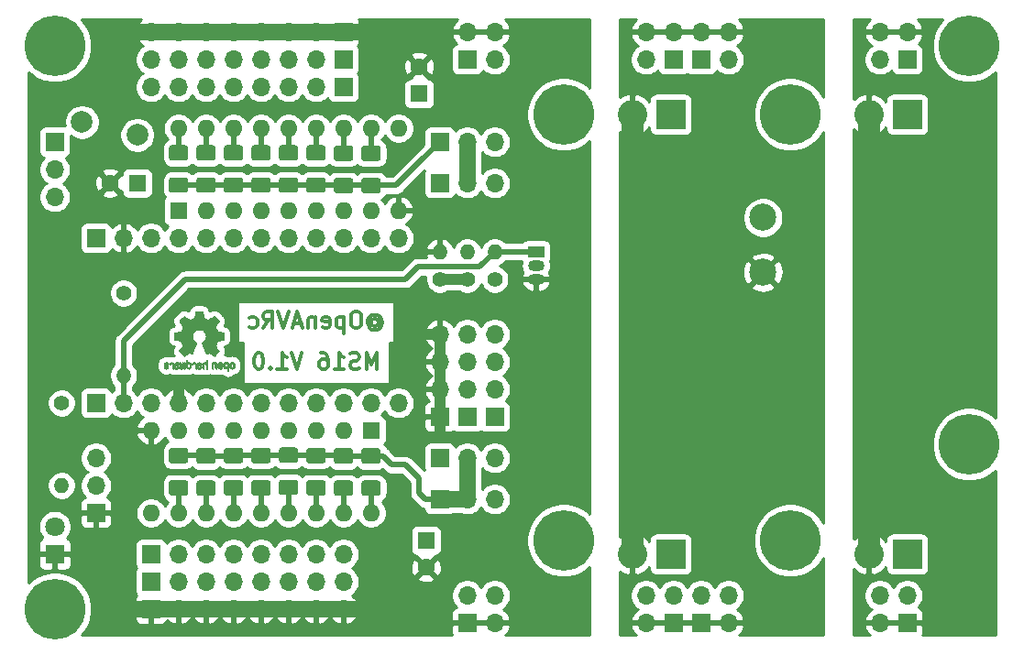
<source format=gbr>
G04 #@! TF.GenerationSoftware,KiCad,Pcbnew,(5.1.5)-3*
G04 #@! TF.CreationDate,2020-05-30T20:03:18+02:00*
G04 #@! TF.ProjectId,MultiSwitch_Sw16_ProMicro,4d756c74-6953-4776-9974-63685f537731,V1.0*
G04 #@! TF.SameCoordinates,Original*
G04 #@! TF.FileFunction,Copper,L2,Bot*
G04 #@! TF.FilePolarity,Positive*
%FSLAX46Y46*%
G04 Gerber Fmt 4.6, Leading zero omitted, Abs format (unit mm)*
G04 Created by KiCad (PCBNEW (5.1.5)-3) date 2020-05-30 20:03:18*
%MOMM*%
%LPD*%
G04 APERTURE LIST*
%ADD10C,0.300000*%
%ADD11C,0.010000*%
%ADD12C,5.600000*%
%ADD13R,1.700000X1.700000*%
%ADD14O,1.700000X1.700000*%
%ADD15R,2.700000X2.700000*%
%ADD16O,2.700000X2.700000*%
%ADD17C,2.500000*%
%ADD18O,1.500000X1.050000*%
%ADD19R,1.500000X1.050000*%
%ADD20R,1.600000X1.600000*%
%ADD21O,1.600000X1.600000*%
%ADD22C,1.400000*%
%ADD23O,1.400000X1.400000*%
%ADD24C,1.600000*%
%ADD25C,0.100000*%
%ADD26R,1.800000X1.800000*%
%ADD27C,1.800000*%
%ADD28C,2.010000*%
%ADD29C,1.000000*%
%ADD30C,1.500000*%
%ADD31C,0.500000*%
%ADD32C,2.000000*%
%ADD33C,0.254000*%
G04 APERTURE END LIST*
D10*
X144842857Y-100294285D02*
X144914285Y-100222857D01*
X145057142Y-100151428D01*
X145200000Y-100151428D01*
X145342857Y-100222857D01*
X145414285Y-100294285D01*
X145485714Y-100437142D01*
X145485714Y-100580000D01*
X145414285Y-100722857D01*
X145342857Y-100794285D01*
X145200000Y-100865714D01*
X145057142Y-100865714D01*
X144914285Y-100794285D01*
X144842857Y-100722857D01*
X144842857Y-100151428D02*
X144842857Y-100722857D01*
X144771428Y-100794285D01*
X144700000Y-100794285D01*
X144557142Y-100722857D01*
X144485714Y-100580000D01*
X144485714Y-100222857D01*
X144628571Y-100008571D01*
X144842857Y-99865714D01*
X145128571Y-99794285D01*
X145414285Y-99865714D01*
X145628571Y-100008571D01*
X145771428Y-100222857D01*
X145842857Y-100508571D01*
X145771428Y-100794285D01*
X145628571Y-101008571D01*
X145414285Y-101151428D01*
X145128571Y-101222857D01*
X144842857Y-101151428D01*
X144628571Y-101008571D01*
X143557142Y-99508571D02*
X143271428Y-99508571D01*
X143128571Y-99580000D01*
X142985714Y-99722857D01*
X142914285Y-100008571D01*
X142914285Y-100508571D01*
X142985714Y-100794285D01*
X143128571Y-100937142D01*
X143271428Y-101008571D01*
X143557142Y-101008571D01*
X143700000Y-100937142D01*
X143842857Y-100794285D01*
X143914285Y-100508571D01*
X143914285Y-100008571D01*
X143842857Y-99722857D01*
X143700000Y-99580000D01*
X143557142Y-99508571D01*
X142271428Y-100008571D02*
X142271428Y-101508571D01*
X142271428Y-100080000D02*
X142128571Y-100008571D01*
X141842857Y-100008571D01*
X141700000Y-100080000D01*
X141628571Y-100151428D01*
X141557142Y-100294285D01*
X141557142Y-100722857D01*
X141628571Y-100865714D01*
X141700000Y-100937142D01*
X141842857Y-101008571D01*
X142128571Y-101008571D01*
X142271428Y-100937142D01*
X140342857Y-100937142D02*
X140485714Y-101008571D01*
X140771428Y-101008571D01*
X140914285Y-100937142D01*
X140985714Y-100794285D01*
X140985714Y-100222857D01*
X140914285Y-100080000D01*
X140771428Y-100008571D01*
X140485714Y-100008571D01*
X140342857Y-100080000D01*
X140271428Y-100222857D01*
X140271428Y-100365714D01*
X140985714Y-100508571D01*
X139628571Y-100008571D02*
X139628571Y-101008571D01*
X139628571Y-100151428D02*
X139557142Y-100080000D01*
X139414285Y-100008571D01*
X139200000Y-100008571D01*
X139057142Y-100080000D01*
X138985714Y-100222857D01*
X138985714Y-101008571D01*
X138342857Y-100580000D02*
X137628571Y-100580000D01*
X138485714Y-101008571D02*
X137985714Y-99508571D01*
X137485714Y-101008571D01*
X137200000Y-99508571D02*
X136700000Y-101008571D01*
X136200000Y-99508571D01*
X134842857Y-101008571D02*
X135342857Y-100294285D01*
X135700000Y-101008571D02*
X135700000Y-99508571D01*
X135128571Y-99508571D01*
X134985714Y-99580000D01*
X134914285Y-99651428D01*
X134842857Y-99794285D01*
X134842857Y-100008571D01*
X134914285Y-100151428D01*
X134985714Y-100222857D01*
X135128571Y-100294285D01*
X135700000Y-100294285D01*
X133557142Y-100937142D02*
X133700000Y-101008571D01*
X133985714Y-101008571D01*
X134128571Y-100937142D01*
X134200000Y-100865714D01*
X134271428Y-100722857D01*
X134271428Y-100294285D01*
X134200000Y-100151428D01*
X134128571Y-100080000D01*
X133985714Y-100008571D01*
X133700000Y-100008571D01*
X133557142Y-100080000D01*
X145342857Y-104818571D02*
X145342857Y-103318571D01*
X144842857Y-104390000D01*
X144342857Y-103318571D01*
X144342857Y-104818571D01*
X143700000Y-104747142D02*
X143485714Y-104818571D01*
X143128571Y-104818571D01*
X142985714Y-104747142D01*
X142914285Y-104675714D01*
X142842857Y-104532857D01*
X142842857Y-104390000D01*
X142914285Y-104247142D01*
X142985714Y-104175714D01*
X143128571Y-104104285D01*
X143414285Y-104032857D01*
X143557142Y-103961428D01*
X143628571Y-103890000D01*
X143700000Y-103747142D01*
X143700000Y-103604285D01*
X143628571Y-103461428D01*
X143557142Y-103390000D01*
X143414285Y-103318571D01*
X143057142Y-103318571D01*
X142842857Y-103390000D01*
X141414285Y-104818571D02*
X142271428Y-104818571D01*
X141842857Y-104818571D02*
X141842857Y-103318571D01*
X141985714Y-103532857D01*
X142128571Y-103675714D01*
X142271428Y-103747142D01*
X140128571Y-103318571D02*
X140414285Y-103318571D01*
X140557142Y-103390000D01*
X140628571Y-103461428D01*
X140771428Y-103675714D01*
X140842857Y-103961428D01*
X140842857Y-104532857D01*
X140771428Y-104675714D01*
X140700000Y-104747142D01*
X140557142Y-104818571D01*
X140271428Y-104818571D01*
X140128571Y-104747142D01*
X140057142Y-104675714D01*
X139985714Y-104532857D01*
X139985714Y-104175714D01*
X140057142Y-104032857D01*
X140128571Y-103961428D01*
X140271428Y-103890000D01*
X140557142Y-103890000D01*
X140700000Y-103961428D01*
X140771428Y-104032857D01*
X140842857Y-104175714D01*
X138414285Y-103318571D02*
X137914285Y-104818571D01*
X137414285Y-103318571D01*
X136128571Y-104818571D02*
X136985714Y-104818571D01*
X136557142Y-104818571D02*
X136557142Y-103318571D01*
X136700000Y-103532857D01*
X136842857Y-103675714D01*
X136985714Y-103747142D01*
X135485714Y-104675714D02*
X135414285Y-104747142D01*
X135485714Y-104818571D01*
X135557142Y-104747142D01*
X135485714Y-104675714D01*
X135485714Y-104818571D01*
X134485714Y-103318571D02*
X134342857Y-103318571D01*
X134200000Y-103390000D01*
X134128571Y-103461428D01*
X134057142Y-103604285D01*
X133985714Y-103890000D01*
X133985714Y-104247142D01*
X134057142Y-104532857D01*
X134128571Y-104675714D01*
X134200000Y-104747142D01*
X134342857Y-104818571D01*
X134485714Y-104818571D01*
X134628571Y-104747142D01*
X134700000Y-104675714D01*
X134771428Y-104532857D01*
X134842857Y-104247142D01*
X134842857Y-103890000D01*
X134771428Y-103604285D01*
X134700000Y-103461428D01*
X134628571Y-103390000D01*
X134485714Y-103318571D01*
D11*
G36*
X128801090Y-99477348D02*
G01*
X128722546Y-99477778D01*
X128665702Y-99478942D01*
X128626895Y-99481207D01*
X128602462Y-99484940D01*
X128588738Y-99490506D01*
X128582060Y-99498273D01*
X128578764Y-99508605D01*
X128578444Y-99509943D01*
X128573438Y-99534079D01*
X128564171Y-99581701D01*
X128551608Y-99647741D01*
X128536713Y-99727128D01*
X128520449Y-99814796D01*
X128519881Y-99817875D01*
X128503590Y-99903789D01*
X128488348Y-99979696D01*
X128475139Y-100041045D01*
X128464946Y-100083282D01*
X128458752Y-100101855D01*
X128458457Y-100102184D01*
X128440212Y-100111253D01*
X128402595Y-100126367D01*
X128353729Y-100144262D01*
X128353457Y-100144358D01*
X128291907Y-100167493D01*
X128219343Y-100196965D01*
X128150943Y-100226597D01*
X128147706Y-100228062D01*
X128036298Y-100278626D01*
X127789601Y-100110160D01*
X127713923Y-100058803D01*
X127645369Y-100012889D01*
X127587912Y-99975030D01*
X127545524Y-99947837D01*
X127522175Y-99933921D01*
X127519958Y-99932889D01*
X127502990Y-99937484D01*
X127471299Y-99959655D01*
X127423648Y-100000447D01*
X127358802Y-100060905D01*
X127292603Y-100125227D01*
X127228786Y-100188612D01*
X127171671Y-100246451D01*
X127124695Y-100295175D01*
X127091297Y-100331210D01*
X127074915Y-100350984D01*
X127074306Y-100352002D01*
X127072495Y-100365572D01*
X127079317Y-100387733D01*
X127096460Y-100421478D01*
X127125607Y-100469800D01*
X127168445Y-100535692D01*
X127225552Y-100620517D01*
X127276234Y-100695177D01*
X127321539Y-100762140D01*
X127358850Y-100817516D01*
X127385548Y-100857420D01*
X127399015Y-100877962D01*
X127399863Y-100879356D01*
X127398219Y-100899038D01*
X127385755Y-100937293D01*
X127364952Y-100986889D01*
X127357538Y-101002728D01*
X127325186Y-101073290D01*
X127290672Y-101153353D01*
X127262635Y-101222629D01*
X127242432Y-101274045D01*
X127226385Y-101313119D01*
X127217112Y-101333541D01*
X127215959Y-101335114D01*
X127198904Y-101337721D01*
X127158702Y-101344863D01*
X127100698Y-101355523D01*
X127030237Y-101368685D01*
X126952665Y-101383333D01*
X126873328Y-101398449D01*
X126797569Y-101413018D01*
X126730736Y-101426022D01*
X126678172Y-101436445D01*
X126645224Y-101443270D01*
X126637143Y-101445199D01*
X126628795Y-101449962D01*
X126622494Y-101460718D01*
X126617955Y-101481098D01*
X126614896Y-101514734D01*
X126613033Y-101565255D01*
X126612082Y-101636292D01*
X126611760Y-101731476D01*
X126611743Y-101770492D01*
X126611743Y-102087799D01*
X126687943Y-102102839D01*
X126730337Y-102110995D01*
X126793600Y-102122899D01*
X126870038Y-102137116D01*
X126951957Y-102152210D01*
X126974600Y-102156355D01*
X127050194Y-102171053D01*
X127116047Y-102185505D01*
X127166634Y-102198375D01*
X127196426Y-102208322D01*
X127201388Y-102211287D01*
X127213574Y-102232283D01*
X127231047Y-102272967D01*
X127250423Y-102325322D01*
X127254266Y-102336600D01*
X127279661Y-102406523D01*
X127311183Y-102485418D01*
X127342031Y-102556266D01*
X127342183Y-102556595D01*
X127393553Y-102667733D01*
X127224601Y-102916253D01*
X127055648Y-103164772D01*
X127272571Y-103382058D01*
X127338181Y-103446726D01*
X127398021Y-103503733D01*
X127448733Y-103550033D01*
X127486954Y-103582584D01*
X127509325Y-103598343D01*
X127512534Y-103599343D01*
X127531374Y-103591469D01*
X127569820Y-103569578D01*
X127623670Y-103536267D01*
X127688724Y-103494131D01*
X127759060Y-103446943D01*
X127830445Y-103398810D01*
X127894092Y-103356928D01*
X127945959Y-103323871D01*
X127982005Y-103302218D01*
X127998133Y-103294543D01*
X128017811Y-103301037D01*
X128055125Y-103318150D01*
X128102379Y-103342326D01*
X128107388Y-103345013D01*
X128171023Y-103376927D01*
X128214659Y-103392579D01*
X128241798Y-103392745D01*
X128255943Y-103378204D01*
X128256025Y-103378000D01*
X128263095Y-103360779D01*
X128279958Y-103319899D01*
X128305305Y-103258525D01*
X128337829Y-103179819D01*
X128376222Y-103086947D01*
X128419178Y-102983072D01*
X128460778Y-102882502D01*
X128506496Y-102771516D01*
X128548474Y-102668703D01*
X128585452Y-102577215D01*
X128616173Y-102500201D01*
X128639378Y-102440815D01*
X128653810Y-102402209D01*
X128658257Y-102387800D01*
X128647104Y-102371272D01*
X128617931Y-102344930D01*
X128579029Y-102315887D01*
X128468243Y-102224039D01*
X128381649Y-102118759D01*
X128320284Y-102002266D01*
X128285185Y-101876776D01*
X128277392Y-101744507D01*
X128283057Y-101683457D01*
X128313922Y-101556795D01*
X128367080Y-101444941D01*
X128439233Y-101349001D01*
X128527083Y-101270076D01*
X128627335Y-101209270D01*
X128736690Y-101167687D01*
X128851853Y-101146428D01*
X128969525Y-101146599D01*
X129086410Y-101169301D01*
X129199211Y-101215638D01*
X129304631Y-101286713D01*
X129348632Y-101326911D01*
X129433021Y-101430129D01*
X129491778Y-101542925D01*
X129525296Y-101662010D01*
X129533965Y-101784095D01*
X129518177Y-101905893D01*
X129478322Y-102024116D01*
X129414793Y-102135475D01*
X129327979Y-102236684D01*
X129230971Y-102315887D01*
X129190563Y-102346162D01*
X129162018Y-102372219D01*
X129151743Y-102387825D01*
X129157123Y-102404843D01*
X129172425Y-102445500D01*
X129196388Y-102506642D01*
X129227756Y-102585119D01*
X129265268Y-102677780D01*
X129307667Y-102781472D01*
X129349337Y-102882526D01*
X129395310Y-102993607D01*
X129437893Y-103096541D01*
X129475779Y-103188165D01*
X129507660Y-103265316D01*
X129532229Y-103324831D01*
X129548180Y-103363544D01*
X129554090Y-103378000D01*
X129568052Y-103392685D01*
X129595060Y-103392642D01*
X129638587Y-103377099D01*
X129702110Y-103345284D01*
X129702612Y-103345013D01*
X129750440Y-103320323D01*
X129789103Y-103302338D01*
X129810905Y-103294614D01*
X129811867Y-103294543D01*
X129828279Y-103302378D01*
X129864513Y-103324165D01*
X129916526Y-103357328D01*
X129980275Y-103399291D01*
X130050940Y-103446943D01*
X130122884Y-103495191D01*
X130187726Y-103537151D01*
X130241265Y-103570227D01*
X130279303Y-103591821D01*
X130297467Y-103599343D01*
X130314192Y-103589457D01*
X130347820Y-103561826D01*
X130394990Y-103519495D01*
X130452342Y-103465505D01*
X130516516Y-103402899D01*
X130537503Y-103381983D01*
X130754501Y-103164623D01*
X130589332Y-102922220D01*
X130539136Y-102847781D01*
X130495081Y-102780972D01*
X130459638Y-102725665D01*
X130435281Y-102685729D01*
X130424478Y-102665036D01*
X130424162Y-102663563D01*
X130429857Y-102644058D01*
X130445174Y-102604822D01*
X130467463Y-102552430D01*
X130483107Y-102517355D01*
X130512359Y-102450201D01*
X130539906Y-102382358D01*
X130561263Y-102325034D01*
X130567065Y-102307572D01*
X130583548Y-102260938D01*
X130599660Y-102224905D01*
X130608510Y-102211287D01*
X130628040Y-102202952D01*
X130670666Y-102191137D01*
X130730855Y-102177181D01*
X130803078Y-102162422D01*
X130835400Y-102156355D01*
X130917478Y-102141273D01*
X130996205Y-102126669D01*
X131063891Y-102113980D01*
X131112840Y-102104642D01*
X131122057Y-102102839D01*
X131198257Y-102087799D01*
X131198257Y-101770492D01*
X131198086Y-101666154D01*
X131197384Y-101587213D01*
X131195866Y-101530038D01*
X131193251Y-101490999D01*
X131189254Y-101466465D01*
X131183591Y-101452805D01*
X131175980Y-101446389D01*
X131172857Y-101445199D01*
X131154022Y-101440980D01*
X131112412Y-101432562D01*
X131053370Y-101420961D01*
X130982243Y-101407195D01*
X130904375Y-101392280D01*
X130825113Y-101377232D01*
X130749802Y-101363069D01*
X130683787Y-101350806D01*
X130632413Y-101341461D01*
X130601025Y-101336050D01*
X130594041Y-101335114D01*
X130587715Y-101322596D01*
X130573710Y-101289246D01*
X130554645Y-101241377D01*
X130547366Y-101222629D01*
X130518004Y-101150195D01*
X130483429Y-101070170D01*
X130452463Y-101002728D01*
X130429677Y-100951159D01*
X130414518Y-100908785D01*
X130409458Y-100882834D01*
X130410264Y-100879356D01*
X130420959Y-100862936D01*
X130445380Y-100826417D01*
X130480905Y-100773687D01*
X130524913Y-100708635D01*
X130574783Y-100635151D01*
X130584644Y-100620645D01*
X130642508Y-100534704D01*
X130685044Y-100469261D01*
X130713946Y-100421304D01*
X130730910Y-100387820D01*
X130737633Y-100365795D01*
X130735810Y-100352217D01*
X130735764Y-100352131D01*
X130721414Y-100334297D01*
X130689677Y-100299817D01*
X130643990Y-100252268D01*
X130587796Y-100195222D01*
X130524532Y-100132255D01*
X130517398Y-100125227D01*
X130437670Y-100048020D01*
X130376143Y-99991330D01*
X130331579Y-99954110D01*
X130302743Y-99935315D01*
X130290042Y-99932889D01*
X130271506Y-99943471D01*
X130233039Y-99967916D01*
X130178614Y-100003612D01*
X130112202Y-100047947D01*
X130037775Y-100098311D01*
X130020399Y-100110160D01*
X129773703Y-100278626D01*
X129662294Y-100228062D01*
X129594543Y-100198595D01*
X129521817Y-100168959D01*
X129459297Y-100145330D01*
X129456543Y-100144358D01*
X129407640Y-100126457D01*
X129369943Y-100111320D01*
X129351575Y-100102210D01*
X129351544Y-100102184D01*
X129345715Y-100085717D01*
X129335808Y-100045219D01*
X129322805Y-99985242D01*
X129307691Y-99910340D01*
X129291448Y-99825064D01*
X129290119Y-99817875D01*
X129273825Y-99730014D01*
X129258867Y-99650260D01*
X129246209Y-99583681D01*
X129236814Y-99535347D01*
X129231646Y-99510325D01*
X129231556Y-99509943D01*
X129228411Y-99499299D01*
X129222296Y-99491262D01*
X129209547Y-99485467D01*
X129186500Y-99481547D01*
X129149491Y-99479135D01*
X129094856Y-99477865D01*
X129018933Y-99477371D01*
X128918056Y-99477286D01*
X128905000Y-99477286D01*
X128801090Y-99477348D01*
G37*
X128801090Y-99477348D02*
X128722546Y-99477778D01*
X128665702Y-99478942D01*
X128626895Y-99481207D01*
X128602462Y-99484940D01*
X128588738Y-99490506D01*
X128582060Y-99498273D01*
X128578764Y-99508605D01*
X128578444Y-99509943D01*
X128573438Y-99534079D01*
X128564171Y-99581701D01*
X128551608Y-99647741D01*
X128536713Y-99727128D01*
X128520449Y-99814796D01*
X128519881Y-99817875D01*
X128503590Y-99903789D01*
X128488348Y-99979696D01*
X128475139Y-100041045D01*
X128464946Y-100083282D01*
X128458752Y-100101855D01*
X128458457Y-100102184D01*
X128440212Y-100111253D01*
X128402595Y-100126367D01*
X128353729Y-100144262D01*
X128353457Y-100144358D01*
X128291907Y-100167493D01*
X128219343Y-100196965D01*
X128150943Y-100226597D01*
X128147706Y-100228062D01*
X128036298Y-100278626D01*
X127789601Y-100110160D01*
X127713923Y-100058803D01*
X127645369Y-100012889D01*
X127587912Y-99975030D01*
X127545524Y-99947837D01*
X127522175Y-99933921D01*
X127519958Y-99932889D01*
X127502990Y-99937484D01*
X127471299Y-99959655D01*
X127423648Y-100000447D01*
X127358802Y-100060905D01*
X127292603Y-100125227D01*
X127228786Y-100188612D01*
X127171671Y-100246451D01*
X127124695Y-100295175D01*
X127091297Y-100331210D01*
X127074915Y-100350984D01*
X127074306Y-100352002D01*
X127072495Y-100365572D01*
X127079317Y-100387733D01*
X127096460Y-100421478D01*
X127125607Y-100469800D01*
X127168445Y-100535692D01*
X127225552Y-100620517D01*
X127276234Y-100695177D01*
X127321539Y-100762140D01*
X127358850Y-100817516D01*
X127385548Y-100857420D01*
X127399015Y-100877962D01*
X127399863Y-100879356D01*
X127398219Y-100899038D01*
X127385755Y-100937293D01*
X127364952Y-100986889D01*
X127357538Y-101002728D01*
X127325186Y-101073290D01*
X127290672Y-101153353D01*
X127262635Y-101222629D01*
X127242432Y-101274045D01*
X127226385Y-101313119D01*
X127217112Y-101333541D01*
X127215959Y-101335114D01*
X127198904Y-101337721D01*
X127158702Y-101344863D01*
X127100698Y-101355523D01*
X127030237Y-101368685D01*
X126952665Y-101383333D01*
X126873328Y-101398449D01*
X126797569Y-101413018D01*
X126730736Y-101426022D01*
X126678172Y-101436445D01*
X126645224Y-101443270D01*
X126637143Y-101445199D01*
X126628795Y-101449962D01*
X126622494Y-101460718D01*
X126617955Y-101481098D01*
X126614896Y-101514734D01*
X126613033Y-101565255D01*
X126612082Y-101636292D01*
X126611760Y-101731476D01*
X126611743Y-101770492D01*
X126611743Y-102087799D01*
X126687943Y-102102839D01*
X126730337Y-102110995D01*
X126793600Y-102122899D01*
X126870038Y-102137116D01*
X126951957Y-102152210D01*
X126974600Y-102156355D01*
X127050194Y-102171053D01*
X127116047Y-102185505D01*
X127166634Y-102198375D01*
X127196426Y-102208322D01*
X127201388Y-102211287D01*
X127213574Y-102232283D01*
X127231047Y-102272967D01*
X127250423Y-102325322D01*
X127254266Y-102336600D01*
X127279661Y-102406523D01*
X127311183Y-102485418D01*
X127342031Y-102556266D01*
X127342183Y-102556595D01*
X127393553Y-102667733D01*
X127224601Y-102916253D01*
X127055648Y-103164772D01*
X127272571Y-103382058D01*
X127338181Y-103446726D01*
X127398021Y-103503733D01*
X127448733Y-103550033D01*
X127486954Y-103582584D01*
X127509325Y-103598343D01*
X127512534Y-103599343D01*
X127531374Y-103591469D01*
X127569820Y-103569578D01*
X127623670Y-103536267D01*
X127688724Y-103494131D01*
X127759060Y-103446943D01*
X127830445Y-103398810D01*
X127894092Y-103356928D01*
X127945959Y-103323871D01*
X127982005Y-103302218D01*
X127998133Y-103294543D01*
X128017811Y-103301037D01*
X128055125Y-103318150D01*
X128102379Y-103342326D01*
X128107388Y-103345013D01*
X128171023Y-103376927D01*
X128214659Y-103392579D01*
X128241798Y-103392745D01*
X128255943Y-103378204D01*
X128256025Y-103378000D01*
X128263095Y-103360779D01*
X128279958Y-103319899D01*
X128305305Y-103258525D01*
X128337829Y-103179819D01*
X128376222Y-103086947D01*
X128419178Y-102983072D01*
X128460778Y-102882502D01*
X128506496Y-102771516D01*
X128548474Y-102668703D01*
X128585452Y-102577215D01*
X128616173Y-102500201D01*
X128639378Y-102440815D01*
X128653810Y-102402209D01*
X128658257Y-102387800D01*
X128647104Y-102371272D01*
X128617931Y-102344930D01*
X128579029Y-102315887D01*
X128468243Y-102224039D01*
X128381649Y-102118759D01*
X128320284Y-102002266D01*
X128285185Y-101876776D01*
X128277392Y-101744507D01*
X128283057Y-101683457D01*
X128313922Y-101556795D01*
X128367080Y-101444941D01*
X128439233Y-101349001D01*
X128527083Y-101270076D01*
X128627335Y-101209270D01*
X128736690Y-101167687D01*
X128851853Y-101146428D01*
X128969525Y-101146599D01*
X129086410Y-101169301D01*
X129199211Y-101215638D01*
X129304631Y-101286713D01*
X129348632Y-101326911D01*
X129433021Y-101430129D01*
X129491778Y-101542925D01*
X129525296Y-101662010D01*
X129533965Y-101784095D01*
X129518177Y-101905893D01*
X129478322Y-102024116D01*
X129414793Y-102135475D01*
X129327979Y-102236684D01*
X129230971Y-102315887D01*
X129190563Y-102346162D01*
X129162018Y-102372219D01*
X129151743Y-102387825D01*
X129157123Y-102404843D01*
X129172425Y-102445500D01*
X129196388Y-102506642D01*
X129227756Y-102585119D01*
X129265268Y-102677780D01*
X129307667Y-102781472D01*
X129349337Y-102882526D01*
X129395310Y-102993607D01*
X129437893Y-103096541D01*
X129475779Y-103188165D01*
X129507660Y-103265316D01*
X129532229Y-103324831D01*
X129548180Y-103363544D01*
X129554090Y-103378000D01*
X129568052Y-103392685D01*
X129595060Y-103392642D01*
X129638587Y-103377099D01*
X129702110Y-103345284D01*
X129702612Y-103345013D01*
X129750440Y-103320323D01*
X129789103Y-103302338D01*
X129810905Y-103294614D01*
X129811867Y-103294543D01*
X129828279Y-103302378D01*
X129864513Y-103324165D01*
X129916526Y-103357328D01*
X129980275Y-103399291D01*
X130050940Y-103446943D01*
X130122884Y-103495191D01*
X130187726Y-103537151D01*
X130241265Y-103570227D01*
X130279303Y-103591821D01*
X130297467Y-103599343D01*
X130314192Y-103589457D01*
X130347820Y-103561826D01*
X130394990Y-103519495D01*
X130452342Y-103465505D01*
X130516516Y-103402899D01*
X130537503Y-103381983D01*
X130754501Y-103164623D01*
X130589332Y-102922220D01*
X130539136Y-102847781D01*
X130495081Y-102780972D01*
X130459638Y-102725665D01*
X130435281Y-102685729D01*
X130424478Y-102665036D01*
X130424162Y-102663563D01*
X130429857Y-102644058D01*
X130445174Y-102604822D01*
X130467463Y-102552430D01*
X130483107Y-102517355D01*
X130512359Y-102450201D01*
X130539906Y-102382358D01*
X130561263Y-102325034D01*
X130567065Y-102307572D01*
X130583548Y-102260938D01*
X130599660Y-102224905D01*
X130608510Y-102211287D01*
X130628040Y-102202952D01*
X130670666Y-102191137D01*
X130730855Y-102177181D01*
X130803078Y-102162422D01*
X130835400Y-102156355D01*
X130917478Y-102141273D01*
X130996205Y-102126669D01*
X131063891Y-102113980D01*
X131112840Y-102104642D01*
X131122057Y-102102839D01*
X131198257Y-102087799D01*
X131198257Y-101770492D01*
X131198086Y-101666154D01*
X131197384Y-101587213D01*
X131195866Y-101530038D01*
X131193251Y-101490999D01*
X131189254Y-101466465D01*
X131183591Y-101452805D01*
X131175980Y-101446389D01*
X131172857Y-101445199D01*
X131154022Y-101440980D01*
X131112412Y-101432562D01*
X131053370Y-101420961D01*
X130982243Y-101407195D01*
X130904375Y-101392280D01*
X130825113Y-101377232D01*
X130749802Y-101363069D01*
X130683787Y-101350806D01*
X130632413Y-101341461D01*
X130601025Y-101336050D01*
X130594041Y-101335114D01*
X130587715Y-101322596D01*
X130573710Y-101289246D01*
X130554645Y-101241377D01*
X130547366Y-101222629D01*
X130518004Y-101150195D01*
X130483429Y-101070170D01*
X130452463Y-101002728D01*
X130429677Y-100951159D01*
X130414518Y-100908785D01*
X130409458Y-100882834D01*
X130410264Y-100879356D01*
X130420959Y-100862936D01*
X130445380Y-100826417D01*
X130480905Y-100773687D01*
X130524913Y-100708635D01*
X130574783Y-100635151D01*
X130584644Y-100620645D01*
X130642508Y-100534704D01*
X130685044Y-100469261D01*
X130713946Y-100421304D01*
X130730910Y-100387820D01*
X130737633Y-100365795D01*
X130735810Y-100352217D01*
X130735764Y-100352131D01*
X130721414Y-100334297D01*
X130689677Y-100299817D01*
X130643990Y-100252268D01*
X130587796Y-100195222D01*
X130524532Y-100132255D01*
X130517398Y-100125227D01*
X130437670Y-100048020D01*
X130376143Y-99991330D01*
X130331579Y-99954110D01*
X130302743Y-99935315D01*
X130290042Y-99932889D01*
X130271506Y-99943471D01*
X130233039Y-99967916D01*
X130178614Y-100003612D01*
X130112202Y-100047947D01*
X130037775Y-100098311D01*
X130020399Y-100110160D01*
X129773703Y-100278626D01*
X129662294Y-100228062D01*
X129594543Y-100198595D01*
X129521817Y-100168959D01*
X129459297Y-100145330D01*
X129456543Y-100144358D01*
X129407640Y-100126457D01*
X129369943Y-100111320D01*
X129351575Y-100102210D01*
X129351544Y-100102184D01*
X129345715Y-100085717D01*
X129335808Y-100045219D01*
X129322805Y-99985242D01*
X129307691Y-99910340D01*
X129291448Y-99825064D01*
X129290119Y-99817875D01*
X129273825Y-99730014D01*
X129258867Y-99650260D01*
X129246209Y-99583681D01*
X129236814Y-99535347D01*
X129231646Y-99510325D01*
X129231556Y-99509943D01*
X129228411Y-99499299D01*
X129222296Y-99491262D01*
X129209547Y-99485467D01*
X129186500Y-99481547D01*
X129149491Y-99479135D01*
X129094856Y-99477865D01*
X129018933Y-99477371D01*
X128918056Y-99477286D01*
X128905000Y-99477286D01*
X128801090Y-99477348D01*
G36*
X125751405Y-104201966D02*
G01*
X125693979Y-104239497D01*
X125666281Y-104273096D01*
X125644338Y-104334064D01*
X125642595Y-104382308D01*
X125646543Y-104446816D01*
X125795314Y-104511934D01*
X125867651Y-104545202D01*
X125914916Y-104571964D01*
X125939493Y-104595144D01*
X125943763Y-104617667D01*
X125930111Y-104642455D01*
X125915057Y-104658886D01*
X125871254Y-104685235D01*
X125823611Y-104687081D01*
X125779855Y-104666546D01*
X125747711Y-104625752D01*
X125741962Y-104611347D01*
X125714424Y-104566356D01*
X125682742Y-104547182D01*
X125639286Y-104530779D01*
X125639286Y-104592966D01*
X125643128Y-104635283D01*
X125658177Y-104670969D01*
X125689720Y-104711943D01*
X125694408Y-104717267D01*
X125729494Y-104753720D01*
X125759653Y-104773283D01*
X125797385Y-104782283D01*
X125828665Y-104785230D01*
X125884615Y-104785965D01*
X125924445Y-104776660D01*
X125949292Y-104762846D01*
X125988344Y-104732467D01*
X126015375Y-104699613D01*
X126032483Y-104658294D01*
X126041762Y-104602521D01*
X126045307Y-104526305D01*
X126045590Y-104487622D01*
X126044628Y-104441247D01*
X125956993Y-104441247D01*
X125955977Y-104466126D01*
X125953444Y-104470200D01*
X125936726Y-104464665D01*
X125900751Y-104450017D01*
X125852669Y-104429190D01*
X125842614Y-104424714D01*
X125781848Y-104393814D01*
X125748368Y-104366657D01*
X125741010Y-104341220D01*
X125758609Y-104315481D01*
X125773144Y-104304109D01*
X125825590Y-104281364D01*
X125874678Y-104285122D01*
X125915773Y-104312884D01*
X125944242Y-104362152D01*
X125953369Y-104401257D01*
X125956993Y-104441247D01*
X126044628Y-104441247D01*
X126043715Y-104397249D01*
X126036804Y-104330384D01*
X126023116Y-104281695D01*
X126000904Y-104245849D01*
X125968426Y-104217513D01*
X125954267Y-104208355D01*
X125889947Y-104184507D01*
X125819527Y-104183006D01*
X125751405Y-104201966D01*
G37*
X125751405Y-104201966D02*
X125693979Y-104239497D01*
X125666281Y-104273096D01*
X125644338Y-104334064D01*
X125642595Y-104382308D01*
X125646543Y-104446816D01*
X125795314Y-104511934D01*
X125867651Y-104545202D01*
X125914916Y-104571964D01*
X125939493Y-104595144D01*
X125943763Y-104617667D01*
X125930111Y-104642455D01*
X125915057Y-104658886D01*
X125871254Y-104685235D01*
X125823611Y-104687081D01*
X125779855Y-104666546D01*
X125747711Y-104625752D01*
X125741962Y-104611347D01*
X125714424Y-104566356D01*
X125682742Y-104547182D01*
X125639286Y-104530779D01*
X125639286Y-104592966D01*
X125643128Y-104635283D01*
X125658177Y-104670969D01*
X125689720Y-104711943D01*
X125694408Y-104717267D01*
X125729494Y-104753720D01*
X125759653Y-104773283D01*
X125797385Y-104782283D01*
X125828665Y-104785230D01*
X125884615Y-104785965D01*
X125924445Y-104776660D01*
X125949292Y-104762846D01*
X125988344Y-104732467D01*
X126015375Y-104699613D01*
X126032483Y-104658294D01*
X126041762Y-104602521D01*
X126045307Y-104526305D01*
X126045590Y-104487622D01*
X126044628Y-104441247D01*
X125956993Y-104441247D01*
X125955977Y-104466126D01*
X125953444Y-104470200D01*
X125936726Y-104464665D01*
X125900751Y-104450017D01*
X125852669Y-104429190D01*
X125842614Y-104424714D01*
X125781848Y-104393814D01*
X125748368Y-104366657D01*
X125741010Y-104341220D01*
X125758609Y-104315481D01*
X125773144Y-104304109D01*
X125825590Y-104281364D01*
X125874678Y-104285122D01*
X125915773Y-104312884D01*
X125944242Y-104362152D01*
X125953369Y-104401257D01*
X125956993Y-104441247D01*
X126044628Y-104441247D01*
X126043715Y-104397249D01*
X126036804Y-104330384D01*
X126023116Y-104281695D01*
X126000904Y-104245849D01*
X125968426Y-104217513D01*
X125954267Y-104208355D01*
X125889947Y-104184507D01*
X125819527Y-104183006D01*
X125751405Y-104201966D01*
G36*
X126252400Y-104193752D02*
G01*
X126235052Y-104201334D01*
X126193644Y-104234128D01*
X126158235Y-104281547D01*
X126136336Y-104332151D01*
X126132771Y-104357098D01*
X126144721Y-104391927D01*
X126170933Y-104410357D01*
X126199036Y-104421516D01*
X126211905Y-104423572D01*
X126218171Y-104408649D01*
X126230544Y-104376175D01*
X126235972Y-104361502D01*
X126266410Y-104310744D01*
X126310480Y-104285427D01*
X126366990Y-104286206D01*
X126371175Y-104287203D01*
X126401345Y-104301507D01*
X126423524Y-104329393D01*
X126438673Y-104374287D01*
X126447750Y-104439615D01*
X126451714Y-104528804D01*
X126452086Y-104576261D01*
X126452270Y-104651071D01*
X126453478Y-104702069D01*
X126456691Y-104734471D01*
X126462891Y-104753495D01*
X126473060Y-104764356D01*
X126488181Y-104772272D01*
X126489054Y-104772670D01*
X126518172Y-104784981D01*
X126532597Y-104789514D01*
X126534814Y-104775809D01*
X126536711Y-104737925D01*
X126538153Y-104680715D01*
X126539002Y-104609027D01*
X126539171Y-104556565D01*
X126538308Y-104455047D01*
X126534930Y-104378032D01*
X126527858Y-104321023D01*
X126515912Y-104279526D01*
X126497910Y-104249043D01*
X126472673Y-104225080D01*
X126447753Y-104208355D01*
X126387829Y-104186097D01*
X126318089Y-104181076D01*
X126252400Y-104193752D01*
G37*
X126252400Y-104193752D02*
X126235052Y-104201334D01*
X126193644Y-104234128D01*
X126158235Y-104281547D01*
X126136336Y-104332151D01*
X126132771Y-104357098D01*
X126144721Y-104391927D01*
X126170933Y-104410357D01*
X126199036Y-104421516D01*
X126211905Y-104423572D01*
X126218171Y-104408649D01*
X126230544Y-104376175D01*
X126235972Y-104361502D01*
X126266410Y-104310744D01*
X126310480Y-104285427D01*
X126366990Y-104286206D01*
X126371175Y-104287203D01*
X126401345Y-104301507D01*
X126423524Y-104329393D01*
X126438673Y-104374287D01*
X126447750Y-104439615D01*
X126451714Y-104528804D01*
X126452086Y-104576261D01*
X126452270Y-104651071D01*
X126453478Y-104702069D01*
X126456691Y-104734471D01*
X126462891Y-104753495D01*
X126473060Y-104764356D01*
X126488181Y-104772272D01*
X126489054Y-104772670D01*
X126518172Y-104784981D01*
X126532597Y-104789514D01*
X126534814Y-104775809D01*
X126536711Y-104737925D01*
X126538153Y-104680715D01*
X126539002Y-104609027D01*
X126539171Y-104556565D01*
X126538308Y-104455047D01*
X126534930Y-104378032D01*
X126527858Y-104321023D01*
X126515912Y-104279526D01*
X126497910Y-104249043D01*
X126472673Y-104225080D01*
X126447753Y-104208355D01*
X126387829Y-104186097D01*
X126318089Y-104181076D01*
X126252400Y-104193752D01*
G36*
X126760124Y-104191335D02*
G01*
X126718333Y-104210344D01*
X126685531Y-104233378D01*
X126661497Y-104259133D01*
X126644903Y-104292358D01*
X126634423Y-104337800D01*
X126628729Y-104400207D01*
X126626493Y-104484327D01*
X126626257Y-104539721D01*
X126626257Y-104755826D01*
X126663226Y-104772670D01*
X126692344Y-104784981D01*
X126706769Y-104789514D01*
X126709528Y-104776025D01*
X126711718Y-104739653D01*
X126713058Y-104686542D01*
X126713343Y-104644372D01*
X126714566Y-104583447D01*
X126717864Y-104535115D01*
X126722679Y-104505518D01*
X126726504Y-104499229D01*
X126752217Y-104505652D01*
X126792582Y-104522125D01*
X126839321Y-104544458D01*
X126884155Y-104568457D01*
X126918807Y-104589930D01*
X126934998Y-104604685D01*
X126935062Y-104604845D01*
X126933670Y-104632152D01*
X126921182Y-104658219D01*
X126899257Y-104679392D01*
X126867257Y-104686474D01*
X126839908Y-104685649D01*
X126801174Y-104685042D01*
X126780842Y-104694116D01*
X126768631Y-104718092D01*
X126767091Y-104722613D01*
X126761797Y-104756806D01*
X126775953Y-104777568D01*
X126812852Y-104787462D01*
X126852711Y-104789292D01*
X126924438Y-104775727D01*
X126961568Y-104756355D01*
X127007424Y-104710845D01*
X127031744Y-104654983D01*
X127033927Y-104595957D01*
X127013371Y-104540953D01*
X126982451Y-104506486D01*
X126951580Y-104487189D01*
X126903058Y-104462759D01*
X126846515Y-104437985D01*
X126837090Y-104434199D01*
X126774981Y-104406791D01*
X126739178Y-104382634D01*
X126727663Y-104358619D01*
X126738420Y-104331635D01*
X126756886Y-104310543D01*
X126800531Y-104284572D01*
X126848554Y-104282624D01*
X126892594Y-104302637D01*
X126924291Y-104342551D01*
X126928451Y-104352848D01*
X126952673Y-104390724D01*
X126988035Y-104418842D01*
X127032657Y-104441917D01*
X127032657Y-104376485D01*
X127030031Y-104336506D01*
X127018770Y-104304997D01*
X126993801Y-104271378D01*
X126969831Y-104245484D01*
X126932559Y-104208817D01*
X126903599Y-104189121D01*
X126872495Y-104181220D01*
X126837287Y-104179914D01*
X126760124Y-104191335D01*
G37*
X126760124Y-104191335D02*
X126718333Y-104210344D01*
X126685531Y-104233378D01*
X126661497Y-104259133D01*
X126644903Y-104292358D01*
X126634423Y-104337800D01*
X126628729Y-104400207D01*
X126626493Y-104484327D01*
X126626257Y-104539721D01*
X126626257Y-104755826D01*
X126663226Y-104772670D01*
X126692344Y-104784981D01*
X126706769Y-104789514D01*
X126709528Y-104776025D01*
X126711718Y-104739653D01*
X126713058Y-104686542D01*
X126713343Y-104644372D01*
X126714566Y-104583447D01*
X126717864Y-104535115D01*
X126722679Y-104505518D01*
X126726504Y-104499229D01*
X126752217Y-104505652D01*
X126792582Y-104522125D01*
X126839321Y-104544458D01*
X126884155Y-104568457D01*
X126918807Y-104589930D01*
X126934998Y-104604685D01*
X126935062Y-104604845D01*
X126933670Y-104632152D01*
X126921182Y-104658219D01*
X126899257Y-104679392D01*
X126867257Y-104686474D01*
X126839908Y-104685649D01*
X126801174Y-104685042D01*
X126780842Y-104694116D01*
X126768631Y-104718092D01*
X126767091Y-104722613D01*
X126761797Y-104756806D01*
X126775953Y-104777568D01*
X126812852Y-104787462D01*
X126852711Y-104789292D01*
X126924438Y-104775727D01*
X126961568Y-104756355D01*
X127007424Y-104710845D01*
X127031744Y-104654983D01*
X127033927Y-104595957D01*
X127013371Y-104540953D01*
X126982451Y-104506486D01*
X126951580Y-104487189D01*
X126903058Y-104462759D01*
X126846515Y-104437985D01*
X126837090Y-104434199D01*
X126774981Y-104406791D01*
X126739178Y-104382634D01*
X126727663Y-104358619D01*
X126738420Y-104331635D01*
X126756886Y-104310543D01*
X126800531Y-104284572D01*
X126848554Y-104282624D01*
X126892594Y-104302637D01*
X126924291Y-104342551D01*
X126928451Y-104352848D01*
X126952673Y-104390724D01*
X126988035Y-104418842D01*
X127032657Y-104441917D01*
X127032657Y-104376485D01*
X127030031Y-104336506D01*
X127018770Y-104304997D01*
X126993801Y-104271378D01*
X126969831Y-104245484D01*
X126932559Y-104208817D01*
X126903599Y-104189121D01*
X126872495Y-104181220D01*
X126837287Y-104179914D01*
X126760124Y-104191335D01*
G36*
X127125167Y-104193663D02*
G01*
X127122952Y-104231850D01*
X127121216Y-104289886D01*
X127120101Y-104363180D01*
X127119743Y-104440055D01*
X127119743Y-104700196D01*
X127165674Y-104746127D01*
X127197325Y-104774429D01*
X127225110Y-104785893D01*
X127263085Y-104785168D01*
X127278160Y-104783321D01*
X127325274Y-104777948D01*
X127364244Y-104774869D01*
X127373743Y-104774585D01*
X127405767Y-104776445D01*
X127451568Y-104781114D01*
X127469326Y-104783321D01*
X127512943Y-104786735D01*
X127542255Y-104779320D01*
X127571320Y-104756427D01*
X127581812Y-104746127D01*
X127627743Y-104700196D01*
X127627743Y-104213602D01*
X127590774Y-104196758D01*
X127558941Y-104184282D01*
X127540317Y-104179914D01*
X127535542Y-104193718D01*
X127531079Y-104232286D01*
X127527225Y-104291356D01*
X127524278Y-104366663D01*
X127522857Y-104430286D01*
X127518886Y-104680657D01*
X127484241Y-104685556D01*
X127452732Y-104682131D01*
X127437292Y-104671041D01*
X127432977Y-104650308D01*
X127429292Y-104606145D01*
X127426531Y-104544146D01*
X127424988Y-104469909D01*
X127424765Y-104431706D01*
X127424543Y-104211783D01*
X127378834Y-104195849D01*
X127346482Y-104185015D01*
X127328885Y-104179962D01*
X127328377Y-104179914D01*
X127326612Y-104193648D01*
X127324671Y-104231730D01*
X127322718Y-104289482D01*
X127320916Y-104362227D01*
X127319657Y-104430286D01*
X127315686Y-104680657D01*
X127228600Y-104680657D01*
X127224604Y-104452240D01*
X127220608Y-104223822D01*
X127178153Y-104201868D01*
X127146808Y-104186793D01*
X127128256Y-104179951D01*
X127127721Y-104179914D01*
X127125167Y-104193663D01*
G37*
X127125167Y-104193663D02*
X127122952Y-104231850D01*
X127121216Y-104289886D01*
X127120101Y-104363180D01*
X127119743Y-104440055D01*
X127119743Y-104700196D01*
X127165674Y-104746127D01*
X127197325Y-104774429D01*
X127225110Y-104785893D01*
X127263085Y-104785168D01*
X127278160Y-104783321D01*
X127325274Y-104777948D01*
X127364244Y-104774869D01*
X127373743Y-104774585D01*
X127405767Y-104776445D01*
X127451568Y-104781114D01*
X127469326Y-104783321D01*
X127512943Y-104786735D01*
X127542255Y-104779320D01*
X127571320Y-104756427D01*
X127581812Y-104746127D01*
X127627743Y-104700196D01*
X127627743Y-104213602D01*
X127590774Y-104196758D01*
X127558941Y-104184282D01*
X127540317Y-104179914D01*
X127535542Y-104193718D01*
X127531079Y-104232286D01*
X127527225Y-104291356D01*
X127524278Y-104366663D01*
X127522857Y-104430286D01*
X127518886Y-104680657D01*
X127484241Y-104685556D01*
X127452732Y-104682131D01*
X127437292Y-104671041D01*
X127432977Y-104650308D01*
X127429292Y-104606145D01*
X127426531Y-104544146D01*
X127424988Y-104469909D01*
X127424765Y-104431706D01*
X127424543Y-104211783D01*
X127378834Y-104195849D01*
X127346482Y-104185015D01*
X127328885Y-104179962D01*
X127328377Y-104179914D01*
X127326612Y-104193648D01*
X127324671Y-104231730D01*
X127322718Y-104289482D01*
X127320916Y-104362227D01*
X127319657Y-104430286D01*
X127315686Y-104680657D01*
X127228600Y-104680657D01*
X127224604Y-104452240D01*
X127220608Y-104223822D01*
X127178153Y-104201868D01*
X127146808Y-104186793D01*
X127128256Y-104179951D01*
X127127721Y-104179914D01*
X127125167Y-104193663D01*
G36*
X127714883Y-104300358D02*
G01*
X127715067Y-104408837D01*
X127715781Y-104492287D01*
X127717325Y-104554704D01*
X127719999Y-104600085D01*
X127724106Y-104632429D01*
X127729945Y-104655733D01*
X127737818Y-104673995D01*
X127743779Y-104684418D01*
X127793145Y-104740945D01*
X127855736Y-104776377D01*
X127924987Y-104789090D01*
X127994332Y-104777463D01*
X128035625Y-104756568D01*
X128078975Y-104720422D01*
X128108519Y-104676276D01*
X128126345Y-104618462D01*
X128134537Y-104541313D01*
X128135698Y-104484714D01*
X128135542Y-104480647D01*
X128034143Y-104480647D01*
X128033524Y-104545550D01*
X128030686Y-104588514D01*
X128024160Y-104616622D01*
X128012477Y-104636953D01*
X127998517Y-104652288D01*
X127951635Y-104681890D01*
X127901299Y-104684419D01*
X127853724Y-104659705D01*
X127850021Y-104656356D01*
X127834217Y-104638935D01*
X127824307Y-104618209D01*
X127818942Y-104587362D01*
X127816772Y-104539577D01*
X127816429Y-104486748D01*
X127817173Y-104420381D01*
X127820252Y-104376106D01*
X127826939Y-104347009D01*
X127838504Y-104326173D01*
X127847987Y-104315107D01*
X127892040Y-104287198D01*
X127942776Y-104283843D01*
X127991204Y-104305159D01*
X128000550Y-104313073D01*
X128016460Y-104330647D01*
X128026390Y-104351587D01*
X128031722Y-104382782D01*
X128033837Y-104431122D01*
X128034143Y-104480647D01*
X128135542Y-104480647D01*
X128132190Y-104393568D01*
X128120274Y-104325086D01*
X128097865Y-104273600D01*
X128062876Y-104233443D01*
X128035625Y-104212861D01*
X127986093Y-104190625D01*
X127928684Y-104180304D01*
X127875318Y-104183067D01*
X127845457Y-104194212D01*
X127833739Y-104197383D01*
X127825963Y-104185557D01*
X127820535Y-104153866D01*
X127816429Y-104105593D01*
X127811933Y-104051829D01*
X127805687Y-104019482D01*
X127794324Y-104000985D01*
X127774472Y-103988770D01*
X127762000Y-103983362D01*
X127714829Y-103963601D01*
X127714883Y-104300358D01*
G37*
X127714883Y-104300358D02*
X127715067Y-104408837D01*
X127715781Y-104492287D01*
X127717325Y-104554704D01*
X127719999Y-104600085D01*
X127724106Y-104632429D01*
X127729945Y-104655733D01*
X127737818Y-104673995D01*
X127743779Y-104684418D01*
X127793145Y-104740945D01*
X127855736Y-104776377D01*
X127924987Y-104789090D01*
X127994332Y-104777463D01*
X128035625Y-104756568D01*
X128078975Y-104720422D01*
X128108519Y-104676276D01*
X128126345Y-104618462D01*
X128134537Y-104541313D01*
X128135698Y-104484714D01*
X128135542Y-104480647D01*
X128034143Y-104480647D01*
X128033524Y-104545550D01*
X128030686Y-104588514D01*
X128024160Y-104616622D01*
X128012477Y-104636953D01*
X127998517Y-104652288D01*
X127951635Y-104681890D01*
X127901299Y-104684419D01*
X127853724Y-104659705D01*
X127850021Y-104656356D01*
X127834217Y-104638935D01*
X127824307Y-104618209D01*
X127818942Y-104587362D01*
X127816772Y-104539577D01*
X127816429Y-104486748D01*
X127817173Y-104420381D01*
X127820252Y-104376106D01*
X127826939Y-104347009D01*
X127838504Y-104326173D01*
X127847987Y-104315107D01*
X127892040Y-104287198D01*
X127942776Y-104283843D01*
X127991204Y-104305159D01*
X128000550Y-104313073D01*
X128016460Y-104330647D01*
X128026390Y-104351587D01*
X128031722Y-104382782D01*
X128033837Y-104431122D01*
X128034143Y-104480647D01*
X128135542Y-104480647D01*
X128132190Y-104393568D01*
X128120274Y-104325086D01*
X128097865Y-104273600D01*
X128062876Y-104233443D01*
X128035625Y-104212861D01*
X127986093Y-104190625D01*
X127928684Y-104180304D01*
X127875318Y-104183067D01*
X127845457Y-104194212D01*
X127833739Y-104197383D01*
X127825963Y-104185557D01*
X127820535Y-104153866D01*
X127816429Y-104105593D01*
X127811933Y-104051829D01*
X127805687Y-104019482D01*
X127794324Y-104000985D01*
X127774472Y-103988770D01*
X127762000Y-103983362D01*
X127714829Y-103963601D01*
X127714883Y-104300358D01*
G36*
X128375074Y-104184755D02*
G01*
X128309142Y-104209084D01*
X128255727Y-104252117D01*
X128234836Y-104282409D01*
X128212061Y-104337994D01*
X128212534Y-104378186D01*
X128236438Y-104405217D01*
X128245283Y-104409813D01*
X128283470Y-104424144D01*
X128302972Y-104420472D01*
X128309578Y-104396407D01*
X128309914Y-104383114D01*
X128322008Y-104334210D01*
X128353529Y-104299999D01*
X128397341Y-104283476D01*
X128446305Y-104287634D01*
X128486106Y-104309227D01*
X128499550Y-104321544D01*
X128509079Y-104336487D01*
X128515515Y-104359075D01*
X128519683Y-104394328D01*
X128522403Y-104447266D01*
X128524498Y-104522907D01*
X128525040Y-104546857D01*
X128527019Y-104628790D01*
X128529269Y-104686455D01*
X128532643Y-104724608D01*
X128537994Y-104748004D01*
X128546176Y-104761398D01*
X128558041Y-104769545D01*
X128565638Y-104773144D01*
X128597898Y-104785452D01*
X128616889Y-104789514D01*
X128623164Y-104775948D01*
X128626994Y-104734934D01*
X128628400Y-104665999D01*
X128627402Y-104568669D01*
X128627092Y-104553657D01*
X128624899Y-104464859D01*
X128622307Y-104400019D01*
X128618618Y-104354067D01*
X128613136Y-104321935D01*
X128605165Y-104298553D01*
X128594007Y-104278852D01*
X128588170Y-104270410D01*
X128554704Y-104233057D01*
X128517273Y-104204003D01*
X128512691Y-104201467D01*
X128445574Y-104181443D01*
X128375074Y-104184755D01*
G37*
X128375074Y-104184755D02*
X128309142Y-104209084D01*
X128255727Y-104252117D01*
X128234836Y-104282409D01*
X128212061Y-104337994D01*
X128212534Y-104378186D01*
X128236438Y-104405217D01*
X128245283Y-104409813D01*
X128283470Y-104424144D01*
X128302972Y-104420472D01*
X128309578Y-104396407D01*
X128309914Y-104383114D01*
X128322008Y-104334210D01*
X128353529Y-104299999D01*
X128397341Y-104283476D01*
X128446305Y-104287634D01*
X128486106Y-104309227D01*
X128499550Y-104321544D01*
X128509079Y-104336487D01*
X128515515Y-104359075D01*
X128519683Y-104394328D01*
X128522403Y-104447266D01*
X128524498Y-104522907D01*
X128525040Y-104546857D01*
X128527019Y-104628790D01*
X128529269Y-104686455D01*
X128532643Y-104724608D01*
X128537994Y-104748004D01*
X128546176Y-104761398D01*
X128558041Y-104769545D01*
X128565638Y-104773144D01*
X128597898Y-104785452D01*
X128616889Y-104789514D01*
X128623164Y-104775948D01*
X128626994Y-104734934D01*
X128628400Y-104665999D01*
X128627402Y-104568669D01*
X128627092Y-104553657D01*
X128624899Y-104464859D01*
X128622307Y-104400019D01*
X128618618Y-104354067D01*
X128613136Y-104321935D01*
X128605165Y-104298553D01*
X128594007Y-104278852D01*
X128588170Y-104270410D01*
X128554704Y-104233057D01*
X128517273Y-104204003D01*
X128512691Y-104201467D01*
X128445574Y-104181443D01*
X128375074Y-104184755D01*
G36*
X128865256Y-104185968D02*
G01*
X128808384Y-104207087D01*
X128807733Y-104207493D01*
X128772560Y-104233380D01*
X128746593Y-104263633D01*
X128728330Y-104303058D01*
X128716268Y-104356462D01*
X128708904Y-104428651D01*
X128704736Y-104524432D01*
X128704371Y-104538078D01*
X128699124Y-104743842D01*
X128743284Y-104766678D01*
X128775237Y-104782110D01*
X128794530Y-104789423D01*
X128795422Y-104789514D01*
X128798761Y-104776022D01*
X128801413Y-104739626D01*
X128803044Y-104686452D01*
X128803400Y-104643393D01*
X128803408Y-104573641D01*
X128806597Y-104529837D01*
X128817712Y-104508944D01*
X128841499Y-104507925D01*
X128882704Y-104523741D01*
X128944914Y-104552815D01*
X128990659Y-104576963D01*
X129014187Y-104597913D01*
X129021104Y-104620747D01*
X129021114Y-104621877D01*
X129009701Y-104661212D01*
X128975908Y-104682462D01*
X128924191Y-104685539D01*
X128886939Y-104685006D01*
X128867297Y-104695735D01*
X128855048Y-104721505D01*
X128847998Y-104754337D01*
X128858158Y-104772966D01*
X128861983Y-104775632D01*
X128897999Y-104786340D01*
X128948434Y-104787856D01*
X129000374Y-104780759D01*
X129037178Y-104767788D01*
X129088062Y-104724585D01*
X129116986Y-104664446D01*
X129122714Y-104617462D01*
X129118343Y-104575082D01*
X129102525Y-104540488D01*
X129071203Y-104509763D01*
X129020322Y-104478990D01*
X128945824Y-104444252D01*
X128941286Y-104442288D01*
X128874179Y-104411287D01*
X128832768Y-104385862D01*
X128815019Y-104363014D01*
X128818893Y-104339745D01*
X128842357Y-104313056D01*
X128849373Y-104306914D01*
X128896370Y-104283100D01*
X128945067Y-104284103D01*
X128987478Y-104307451D01*
X129015616Y-104350675D01*
X129018231Y-104359160D01*
X129043692Y-104400308D01*
X129075999Y-104420128D01*
X129122714Y-104439770D01*
X129122714Y-104388950D01*
X129108504Y-104315082D01*
X129066325Y-104247327D01*
X129044376Y-104224661D01*
X128994483Y-104195569D01*
X128931033Y-104182400D01*
X128865256Y-104185968D01*
G37*
X128865256Y-104185968D02*
X128808384Y-104207087D01*
X128807733Y-104207493D01*
X128772560Y-104233380D01*
X128746593Y-104263633D01*
X128728330Y-104303058D01*
X128716268Y-104356462D01*
X128708904Y-104428651D01*
X128704736Y-104524432D01*
X128704371Y-104538078D01*
X128699124Y-104743842D01*
X128743284Y-104766678D01*
X128775237Y-104782110D01*
X128794530Y-104789423D01*
X128795422Y-104789514D01*
X128798761Y-104776022D01*
X128801413Y-104739626D01*
X128803044Y-104686452D01*
X128803400Y-104643393D01*
X128803408Y-104573641D01*
X128806597Y-104529837D01*
X128817712Y-104508944D01*
X128841499Y-104507925D01*
X128882704Y-104523741D01*
X128944914Y-104552815D01*
X128990659Y-104576963D01*
X129014187Y-104597913D01*
X129021104Y-104620747D01*
X129021114Y-104621877D01*
X129009701Y-104661212D01*
X128975908Y-104682462D01*
X128924191Y-104685539D01*
X128886939Y-104685006D01*
X128867297Y-104695735D01*
X128855048Y-104721505D01*
X128847998Y-104754337D01*
X128858158Y-104772966D01*
X128861983Y-104775632D01*
X128897999Y-104786340D01*
X128948434Y-104787856D01*
X129000374Y-104780759D01*
X129037178Y-104767788D01*
X129088062Y-104724585D01*
X129116986Y-104664446D01*
X129122714Y-104617462D01*
X129118343Y-104575082D01*
X129102525Y-104540488D01*
X129071203Y-104509763D01*
X129020322Y-104478990D01*
X128945824Y-104444252D01*
X128941286Y-104442288D01*
X128874179Y-104411287D01*
X128832768Y-104385862D01*
X128815019Y-104363014D01*
X128818893Y-104339745D01*
X128842357Y-104313056D01*
X128849373Y-104306914D01*
X128896370Y-104283100D01*
X128945067Y-104284103D01*
X128987478Y-104307451D01*
X129015616Y-104350675D01*
X129018231Y-104359160D01*
X129043692Y-104400308D01*
X129075999Y-104420128D01*
X129122714Y-104439770D01*
X129122714Y-104388950D01*
X129108504Y-104315082D01*
X129066325Y-104247327D01*
X129044376Y-104224661D01*
X128994483Y-104195569D01*
X128931033Y-104182400D01*
X128865256Y-104185968D01*
G36*
X129529114Y-104086289D02*
G01*
X129524861Y-104145613D01*
X129519975Y-104180572D01*
X129513205Y-104195820D01*
X129503298Y-104196015D01*
X129500086Y-104194195D01*
X129457356Y-104181015D01*
X129401773Y-104181785D01*
X129345263Y-104195333D01*
X129309918Y-104212861D01*
X129273679Y-104240861D01*
X129247187Y-104272549D01*
X129229001Y-104312813D01*
X129217678Y-104366543D01*
X129211778Y-104438626D01*
X129209857Y-104533951D01*
X129209823Y-104552237D01*
X129209800Y-104757646D01*
X129255509Y-104773580D01*
X129287973Y-104784420D01*
X129305785Y-104789468D01*
X129306309Y-104789514D01*
X129308063Y-104775828D01*
X129309556Y-104738076D01*
X129310674Y-104681224D01*
X129311303Y-104610234D01*
X129311400Y-104567073D01*
X129311602Y-104481973D01*
X129312642Y-104420981D01*
X129315169Y-104379177D01*
X129319836Y-104351642D01*
X129327293Y-104333456D01*
X129338189Y-104319698D01*
X129344993Y-104313073D01*
X129391728Y-104286375D01*
X129442728Y-104284375D01*
X129488999Y-104306955D01*
X129497556Y-104315107D01*
X129510107Y-104330436D01*
X129518812Y-104348618D01*
X129524369Y-104374909D01*
X129527474Y-104414562D01*
X129528824Y-104472832D01*
X129529114Y-104553173D01*
X129529114Y-104757646D01*
X129574823Y-104773580D01*
X129607287Y-104784420D01*
X129625099Y-104789468D01*
X129625623Y-104789514D01*
X129626963Y-104775623D01*
X129628172Y-104736439D01*
X129629199Y-104675700D01*
X129629998Y-104597141D01*
X129630519Y-104504498D01*
X129630714Y-104401509D01*
X129630714Y-104004342D01*
X129583543Y-103984444D01*
X129536371Y-103964547D01*
X129529114Y-104086289D01*
G37*
X129529114Y-104086289D02*
X129524861Y-104145613D01*
X129519975Y-104180572D01*
X129513205Y-104195820D01*
X129503298Y-104196015D01*
X129500086Y-104194195D01*
X129457356Y-104181015D01*
X129401773Y-104181785D01*
X129345263Y-104195333D01*
X129309918Y-104212861D01*
X129273679Y-104240861D01*
X129247187Y-104272549D01*
X129229001Y-104312813D01*
X129217678Y-104366543D01*
X129211778Y-104438626D01*
X129209857Y-104533951D01*
X129209823Y-104552237D01*
X129209800Y-104757646D01*
X129255509Y-104773580D01*
X129287973Y-104784420D01*
X129305785Y-104789468D01*
X129306309Y-104789514D01*
X129308063Y-104775828D01*
X129309556Y-104738076D01*
X129310674Y-104681224D01*
X129311303Y-104610234D01*
X129311400Y-104567073D01*
X129311602Y-104481973D01*
X129312642Y-104420981D01*
X129315169Y-104379177D01*
X129319836Y-104351642D01*
X129327293Y-104333456D01*
X129338189Y-104319698D01*
X129344993Y-104313073D01*
X129391728Y-104286375D01*
X129442728Y-104284375D01*
X129488999Y-104306955D01*
X129497556Y-104315107D01*
X129510107Y-104330436D01*
X129518812Y-104348618D01*
X129524369Y-104374909D01*
X129527474Y-104414562D01*
X129528824Y-104472832D01*
X129529114Y-104553173D01*
X129529114Y-104757646D01*
X129574823Y-104773580D01*
X129607287Y-104784420D01*
X129625099Y-104789468D01*
X129625623Y-104789514D01*
X129626963Y-104775623D01*
X129628172Y-104736439D01*
X129629199Y-104675700D01*
X129629998Y-104597141D01*
X129630519Y-104504498D01*
X129630714Y-104401509D01*
X129630714Y-104004342D01*
X129583543Y-103984444D01*
X129536371Y-103964547D01*
X129529114Y-104086289D01*
G36*
X130736697Y-104166239D02*
G01*
X130679473Y-104204735D01*
X130635251Y-104260335D01*
X130608833Y-104331086D01*
X130603490Y-104383162D01*
X130604097Y-104404893D01*
X130609178Y-104421531D01*
X130623145Y-104436437D01*
X130650411Y-104452973D01*
X130695388Y-104474498D01*
X130762489Y-104504374D01*
X130762829Y-104504524D01*
X130824593Y-104532813D01*
X130875241Y-104557933D01*
X130909596Y-104577179D01*
X130922482Y-104587848D01*
X130922486Y-104587934D01*
X130911128Y-104611166D01*
X130884569Y-104636774D01*
X130854077Y-104655221D01*
X130838630Y-104658886D01*
X130796485Y-104646212D01*
X130760192Y-104614471D01*
X130742483Y-104579572D01*
X130725448Y-104553845D01*
X130692078Y-104524546D01*
X130652851Y-104499235D01*
X130618244Y-104485471D01*
X130611007Y-104484714D01*
X130602861Y-104497160D01*
X130602370Y-104528972D01*
X130608357Y-104571866D01*
X130619643Y-104617558D01*
X130635050Y-104657761D01*
X130635829Y-104659322D01*
X130682196Y-104724062D01*
X130742289Y-104768097D01*
X130810535Y-104789711D01*
X130881362Y-104787185D01*
X130949196Y-104758804D01*
X130952212Y-104756808D01*
X131005573Y-104708448D01*
X131040660Y-104645352D01*
X131060078Y-104562387D01*
X131062684Y-104539078D01*
X131067299Y-104429055D01*
X131061767Y-104377748D01*
X130922486Y-104377748D01*
X130920676Y-104409753D01*
X130910778Y-104419093D01*
X130886102Y-104412105D01*
X130847205Y-104395587D01*
X130803725Y-104374881D01*
X130802644Y-104374333D01*
X130765791Y-104354949D01*
X130751000Y-104342013D01*
X130754647Y-104328451D01*
X130770005Y-104310632D01*
X130809077Y-104284845D01*
X130851154Y-104282950D01*
X130888897Y-104301717D01*
X130914966Y-104337915D01*
X130922486Y-104377748D01*
X131061767Y-104377748D01*
X131057806Y-104341027D01*
X131033450Y-104271212D01*
X130999544Y-104222302D01*
X130938347Y-104172878D01*
X130870937Y-104148359D01*
X130802120Y-104146797D01*
X130736697Y-104166239D01*
G37*
X130736697Y-104166239D02*
X130679473Y-104204735D01*
X130635251Y-104260335D01*
X130608833Y-104331086D01*
X130603490Y-104383162D01*
X130604097Y-104404893D01*
X130609178Y-104421531D01*
X130623145Y-104436437D01*
X130650411Y-104452973D01*
X130695388Y-104474498D01*
X130762489Y-104504374D01*
X130762829Y-104504524D01*
X130824593Y-104532813D01*
X130875241Y-104557933D01*
X130909596Y-104577179D01*
X130922482Y-104587848D01*
X130922486Y-104587934D01*
X130911128Y-104611166D01*
X130884569Y-104636774D01*
X130854077Y-104655221D01*
X130838630Y-104658886D01*
X130796485Y-104646212D01*
X130760192Y-104614471D01*
X130742483Y-104579572D01*
X130725448Y-104553845D01*
X130692078Y-104524546D01*
X130652851Y-104499235D01*
X130618244Y-104485471D01*
X130611007Y-104484714D01*
X130602861Y-104497160D01*
X130602370Y-104528972D01*
X130608357Y-104571866D01*
X130619643Y-104617558D01*
X130635050Y-104657761D01*
X130635829Y-104659322D01*
X130682196Y-104724062D01*
X130742289Y-104768097D01*
X130810535Y-104789711D01*
X130881362Y-104787185D01*
X130949196Y-104758804D01*
X130952212Y-104756808D01*
X131005573Y-104708448D01*
X131040660Y-104645352D01*
X131060078Y-104562387D01*
X131062684Y-104539078D01*
X131067299Y-104429055D01*
X131061767Y-104377748D01*
X130922486Y-104377748D01*
X130920676Y-104409753D01*
X130910778Y-104419093D01*
X130886102Y-104412105D01*
X130847205Y-104395587D01*
X130803725Y-104374881D01*
X130802644Y-104374333D01*
X130765791Y-104354949D01*
X130751000Y-104342013D01*
X130754647Y-104328451D01*
X130770005Y-104310632D01*
X130809077Y-104284845D01*
X130851154Y-104282950D01*
X130888897Y-104301717D01*
X130914966Y-104337915D01*
X130922486Y-104377748D01*
X131061767Y-104377748D01*
X131057806Y-104341027D01*
X131033450Y-104271212D01*
X130999544Y-104222302D01*
X130938347Y-104172878D01*
X130870937Y-104148359D01*
X130802120Y-104146797D01*
X130736697Y-104166239D01*
G36*
X131863885Y-104156962D02*
G01*
X131795855Y-104192733D01*
X131745649Y-104250301D01*
X131727815Y-104287312D01*
X131713937Y-104342882D01*
X131706833Y-104413096D01*
X131706160Y-104489727D01*
X131711573Y-104564552D01*
X131722730Y-104629342D01*
X131739286Y-104675873D01*
X131744374Y-104683887D01*
X131804645Y-104743707D01*
X131876231Y-104779535D01*
X131953908Y-104790020D01*
X132032452Y-104773810D01*
X132054311Y-104764092D01*
X132096878Y-104734143D01*
X132134237Y-104694433D01*
X132137768Y-104689397D01*
X132152119Y-104665124D01*
X132161606Y-104639178D01*
X132167210Y-104605022D01*
X132169914Y-104556119D01*
X132170701Y-104485935D01*
X132170714Y-104470200D01*
X132170678Y-104465192D01*
X132025571Y-104465192D01*
X132024727Y-104531430D01*
X132021404Y-104575386D01*
X132014417Y-104603779D01*
X132002584Y-104623325D01*
X131996543Y-104629857D01*
X131961814Y-104654680D01*
X131928097Y-104653548D01*
X131894005Y-104632016D01*
X131873671Y-104609029D01*
X131861629Y-104575478D01*
X131854866Y-104522569D01*
X131854402Y-104516399D01*
X131853248Y-104420513D01*
X131865312Y-104349299D01*
X131890430Y-104303194D01*
X131928440Y-104282635D01*
X131942008Y-104281514D01*
X131977636Y-104287152D01*
X132002006Y-104306686D01*
X132016907Y-104344042D01*
X132024125Y-104403150D01*
X132025571Y-104465192D01*
X132170678Y-104465192D01*
X132170174Y-104395413D01*
X132167904Y-104343159D01*
X132162932Y-104306949D01*
X132154287Y-104280299D01*
X132140995Y-104256722D01*
X132138057Y-104252338D01*
X132088687Y-104193249D01*
X132034891Y-104158947D01*
X131969398Y-104145331D01*
X131947158Y-104144665D01*
X131863885Y-104156962D01*
G37*
X131863885Y-104156962D02*
X131795855Y-104192733D01*
X131745649Y-104250301D01*
X131727815Y-104287312D01*
X131713937Y-104342882D01*
X131706833Y-104413096D01*
X131706160Y-104489727D01*
X131711573Y-104564552D01*
X131722730Y-104629342D01*
X131739286Y-104675873D01*
X131744374Y-104683887D01*
X131804645Y-104743707D01*
X131876231Y-104779535D01*
X131953908Y-104790020D01*
X132032452Y-104773810D01*
X132054311Y-104764092D01*
X132096878Y-104734143D01*
X132134237Y-104694433D01*
X132137768Y-104689397D01*
X132152119Y-104665124D01*
X132161606Y-104639178D01*
X132167210Y-104605022D01*
X132169914Y-104556119D01*
X132170701Y-104485935D01*
X132170714Y-104470200D01*
X132170678Y-104465192D01*
X132025571Y-104465192D01*
X132024727Y-104531430D01*
X132021404Y-104575386D01*
X132014417Y-104603779D01*
X132002584Y-104623325D01*
X131996543Y-104629857D01*
X131961814Y-104654680D01*
X131928097Y-104653548D01*
X131894005Y-104632016D01*
X131873671Y-104609029D01*
X131861629Y-104575478D01*
X131854866Y-104522569D01*
X131854402Y-104516399D01*
X131853248Y-104420513D01*
X131865312Y-104349299D01*
X131890430Y-104303194D01*
X131928440Y-104282635D01*
X131942008Y-104281514D01*
X131977636Y-104287152D01*
X132002006Y-104306686D01*
X132016907Y-104344042D01*
X132024125Y-104403150D01*
X132025571Y-104465192D01*
X132170678Y-104465192D01*
X132170174Y-104395413D01*
X132167904Y-104343159D01*
X132162932Y-104306949D01*
X132154287Y-104280299D01*
X132140995Y-104256722D01*
X132138057Y-104252338D01*
X132088687Y-104193249D01*
X132034891Y-104158947D01*
X131969398Y-104145331D01*
X131947158Y-104144665D01*
X131863885Y-104156962D01*
G36*
X130188907Y-104162780D02*
G01*
X130142328Y-104189723D01*
X130109943Y-104216466D01*
X130086258Y-104244484D01*
X130069941Y-104278748D01*
X130059661Y-104324227D01*
X130054086Y-104385892D01*
X130051884Y-104468711D01*
X130051629Y-104528246D01*
X130051629Y-104747391D01*
X130113314Y-104775044D01*
X130175000Y-104802697D01*
X130182257Y-104562670D01*
X130185256Y-104473028D01*
X130188402Y-104407962D01*
X130192299Y-104363026D01*
X130197553Y-104333770D01*
X130204769Y-104315748D01*
X130214550Y-104304511D01*
X130217688Y-104302079D01*
X130265239Y-104283083D01*
X130313303Y-104290600D01*
X130341914Y-104310543D01*
X130353553Y-104324675D01*
X130361609Y-104343220D01*
X130366729Y-104371334D01*
X130369559Y-104414173D01*
X130370744Y-104476895D01*
X130370943Y-104542261D01*
X130370982Y-104624268D01*
X130372386Y-104682316D01*
X130377086Y-104721465D01*
X130387013Y-104746780D01*
X130404097Y-104763323D01*
X130430268Y-104776156D01*
X130465225Y-104789491D01*
X130503404Y-104804007D01*
X130498859Y-104546389D01*
X130497029Y-104453519D01*
X130494888Y-104384889D01*
X130491819Y-104335711D01*
X130487206Y-104301198D01*
X130480432Y-104276562D01*
X130470881Y-104257016D01*
X130459366Y-104239770D01*
X130403810Y-104184680D01*
X130336020Y-104152822D01*
X130262287Y-104145191D01*
X130188907Y-104162780D01*
G37*
X130188907Y-104162780D02*
X130142328Y-104189723D01*
X130109943Y-104216466D01*
X130086258Y-104244484D01*
X130069941Y-104278748D01*
X130059661Y-104324227D01*
X130054086Y-104385892D01*
X130051884Y-104468711D01*
X130051629Y-104528246D01*
X130051629Y-104747391D01*
X130113314Y-104775044D01*
X130175000Y-104802697D01*
X130182257Y-104562670D01*
X130185256Y-104473028D01*
X130188402Y-104407962D01*
X130192299Y-104363026D01*
X130197553Y-104333770D01*
X130204769Y-104315748D01*
X130214550Y-104304511D01*
X130217688Y-104302079D01*
X130265239Y-104283083D01*
X130313303Y-104290600D01*
X130341914Y-104310543D01*
X130353553Y-104324675D01*
X130361609Y-104343220D01*
X130366729Y-104371334D01*
X130369559Y-104414173D01*
X130370744Y-104476895D01*
X130370943Y-104542261D01*
X130370982Y-104624268D01*
X130372386Y-104682316D01*
X130377086Y-104721465D01*
X130387013Y-104746780D01*
X130404097Y-104763323D01*
X130430268Y-104776156D01*
X130465225Y-104789491D01*
X130503404Y-104804007D01*
X130498859Y-104546389D01*
X130497029Y-104453519D01*
X130494888Y-104384889D01*
X130491819Y-104335711D01*
X130487206Y-104301198D01*
X130480432Y-104276562D01*
X130470881Y-104257016D01*
X130459366Y-104239770D01*
X130403810Y-104184680D01*
X130336020Y-104152822D01*
X130262287Y-104145191D01*
X130188907Y-104162780D01*
G36*
X131305256Y-104154918D02*
G01*
X131249799Y-104182568D01*
X131200852Y-104233480D01*
X131187371Y-104252338D01*
X131172686Y-104277015D01*
X131163158Y-104303816D01*
X131157707Y-104339587D01*
X131155253Y-104391169D01*
X131154714Y-104459267D01*
X131157148Y-104552588D01*
X131165606Y-104622657D01*
X131181826Y-104674931D01*
X131207546Y-104714869D01*
X131244503Y-104747929D01*
X131247218Y-104749886D01*
X131283640Y-104769908D01*
X131327498Y-104779815D01*
X131383276Y-104782257D01*
X131473952Y-104782257D01*
X131473990Y-104870283D01*
X131474834Y-104919308D01*
X131479976Y-104948065D01*
X131493413Y-104965311D01*
X131519142Y-104979808D01*
X131525321Y-104982769D01*
X131554236Y-104996648D01*
X131576624Y-105005414D01*
X131593271Y-105006171D01*
X131604964Y-104996023D01*
X131612490Y-104972073D01*
X131616634Y-104931426D01*
X131618185Y-104871186D01*
X131617929Y-104788455D01*
X131616651Y-104680339D01*
X131616252Y-104648000D01*
X131614815Y-104536524D01*
X131613528Y-104463603D01*
X131474029Y-104463603D01*
X131473245Y-104525499D01*
X131469760Y-104565997D01*
X131461876Y-104592708D01*
X131447895Y-104613244D01*
X131438403Y-104623260D01*
X131399596Y-104652567D01*
X131365237Y-104654952D01*
X131329784Y-104630750D01*
X131328886Y-104629857D01*
X131314461Y-104611153D01*
X131305687Y-104585732D01*
X131301261Y-104546584D01*
X131299882Y-104486697D01*
X131299857Y-104473430D01*
X131303188Y-104390901D01*
X131314031Y-104333691D01*
X131333660Y-104298766D01*
X131363350Y-104283094D01*
X131380509Y-104281514D01*
X131421234Y-104288926D01*
X131449168Y-104313330D01*
X131465983Y-104357980D01*
X131473350Y-104426130D01*
X131474029Y-104463603D01*
X131613528Y-104463603D01*
X131613292Y-104450245D01*
X131611323Y-104385333D01*
X131608550Y-104337958D01*
X131604612Y-104304290D01*
X131599151Y-104280498D01*
X131591808Y-104262753D01*
X131582223Y-104247224D01*
X131578113Y-104241381D01*
X131523595Y-104186185D01*
X131454664Y-104154890D01*
X131374928Y-104146165D01*
X131305256Y-104154918D01*
G37*
X131305256Y-104154918D02*
X131249799Y-104182568D01*
X131200852Y-104233480D01*
X131187371Y-104252338D01*
X131172686Y-104277015D01*
X131163158Y-104303816D01*
X131157707Y-104339587D01*
X131155253Y-104391169D01*
X131154714Y-104459267D01*
X131157148Y-104552588D01*
X131165606Y-104622657D01*
X131181826Y-104674931D01*
X131207546Y-104714869D01*
X131244503Y-104747929D01*
X131247218Y-104749886D01*
X131283640Y-104769908D01*
X131327498Y-104779815D01*
X131383276Y-104782257D01*
X131473952Y-104782257D01*
X131473990Y-104870283D01*
X131474834Y-104919308D01*
X131479976Y-104948065D01*
X131493413Y-104965311D01*
X131519142Y-104979808D01*
X131525321Y-104982769D01*
X131554236Y-104996648D01*
X131576624Y-105005414D01*
X131593271Y-105006171D01*
X131604964Y-104996023D01*
X131612490Y-104972073D01*
X131616634Y-104931426D01*
X131618185Y-104871186D01*
X131617929Y-104788455D01*
X131616651Y-104680339D01*
X131616252Y-104648000D01*
X131614815Y-104536524D01*
X131613528Y-104463603D01*
X131474029Y-104463603D01*
X131473245Y-104525499D01*
X131469760Y-104565997D01*
X131461876Y-104592708D01*
X131447895Y-104613244D01*
X131438403Y-104623260D01*
X131399596Y-104652567D01*
X131365237Y-104654952D01*
X131329784Y-104630750D01*
X131328886Y-104629857D01*
X131314461Y-104611153D01*
X131305687Y-104585732D01*
X131301261Y-104546584D01*
X131299882Y-104486697D01*
X131299857Y-104473430D01*
X131303188Y-104390901D01*
X131314031Y-104333691D01*
X131333660Y-104298766D01*
X131363350Y-104283094D01*
X131380509Y-104281514D01*
X131421234Y-104288926D01*
X131449168Y-104313330D01*
X131465983Y-104357980D01*
X131473350Y-104426130D01*
X131474029Y-104463603D01*
X131613528Y-104463603D01*
X131613292Y-104450245D01*
X131611323Y-104385333D01*
X131608550Y-104337958D01*
X131604612Y-104304290D01*
X131599151Y-104280498D01*
X131591808Y-104262753D01*
X131582223Y-104247224D01*
X131578113Y-104241381D01*
X131523595Y-104186185D01*
X131454664Y-104154890D01*
X131374928Y-104146165D01*
X131305256Y-104154918D01*
D12*
X200025000Y-74930000D03*
D13*
X124460000Y-127000000D03*
D14*
X127000000Y-127000000D03*
X129540000Y-127000000D03*
X132080000Y-127000000D03*
X134620000Y-127000000D03*
X137160000Y-127000000D03*
X139700000Y-127000000D03*
X142240000Y-127000000D03*
D13*
X124460000Y-124460000D03*
D14*
X127000000Y-124460000D03*
X129540000Y-124460000D03*
X132080000Y-124460000D03*
X134620000Y-124460000D03*
X137160000Y-124460000D03*
X139700000Y-124460000D03*
X142240000Y-124460000D03*
D15*
X194310000Y-121920000D03*
D16*
X190754000Y-121920000D03*
D15*
X194310000Y-81280000D03*
D16*
X190754000Y-81280000D03*
D15*
X172466000Y-81280000D03*
D16*
X168910000Y-81280000D03*
D15*
X172466000Y-121920000D03*
D16*
X168910000Y-121920000D03*
D12*
X200025000Y-111760000D03*
X183515000Y-120650000D03*
X183515000Y-81280000D03*
D13*
X153670000Y-76200000D03*
D14*
X156210000Y-76200000D03*
X153670000Y-73660000D03*
X156210000Y-73660000D03*
D12*
X162560000Y-81280000D03*
X162560000Y-120650000D03*
X115570000Y-127000000D03*
D13*
X175260000Y-76200000D03*
D14*
X177800000Y-76200000D03*
X175260000Y-73660000D03*
X177800000Y-73660000D03*
D12*
X115570000Y-74930000D03*
D17*
X180975000Y-95885000D03*
X180975000Y-90805000D03*
D14*
X147320000Y-92710000D03*
X144780000Y-92710000D03*
X142240000Y-92710000D03*
X139700000Y-92710000D03*
X137160000Y-92710000D03*
X134620000Y-92710000D03*
X132080000Y-92710000D03*
X129540000Y-92710000D03*
X127000000Y-92710000D03*
X124460000Y-92710000D03*
X121920000Y-92710000D03*
D13*
X119380000Y-92710000D03*
D14*
X147320000Y-107950000D03*
X144780000Y-107950000D03*
X142240000Y-107950000D03*
X139700000Y-107950000D03*
X137160000Y-107950000D03*
X134620000Y-107950000D03*
X132080000Y-107950000D03*
X129540000Y-107950000D03*
X127000000Y-107950000D03*
X124460000Y-107950000D03*
X121920000Y-107950000D03*
D13*
X119380000Y-107950000D03*
D18*
X160020000Y-95250000D03*
X160020000Y-96520000D03*
D19*
X160020000Y-93980000D03*
D20*
X144780000Y-110490000D03*
D21*
X124460000Y-118110000D03*
X142240000Y-110490000D03*
X127000000Y-118110000D03*
X139700000Y-110490000D03*
X129540000Y-118110000D03*
X137160000Y-110490000D03*
X132080000Y-118110000D03*
X134620000Y-110490000D03*
X134620000Y-118110000D03*
X132080000Y-110490000D03*
X137160000Y-118110000D03*
X129540000Y-110490000D03*
X139700000Y-118110000D03*
X127000000Y-110490000D03*
X142240000Y-118110000D03*
X124460000Y-110490000D03*
X144780000Y-118110000D03*
D13*
X151130000Y-109220000D03*
D14*
X151130000Y-106680000D03*
X151130000Y-104140000D03*
X151130000Y-101600000D03*
X153670000Y-101600000D03*
X153670000Y-104140000D03*
X153670000Y-106680000D03*
D13*
X153670000Y-109220000D03*
X156210000Y-109220000D03*
D14*
X156210000Y-106680000D03*
X156210000Y-104140000D03*
X156210000Y-101600000D03*
X142240000Y-121920000D03*
X139700000Y-121920000D03*
X137160000Y-121920000D03*
X134620000Y-121920000D03*
X132080000Y-121920000D03*
X129540000Y-121920000D03*
X127000000Y-121920000D03*
D13*
X124460000Y-121920000D03*
X142240000Y-78740000D03*
D14*
X139700000Y-78740000D03*
X137160000Y-78740000D03*
X134620000Y-78740000D03*
X132080000Y-78740000D03*
X129540000Y-78740000D03*
X127000000Y-78740000D03*
X124460000Y-78740000D03*
X124460000Y-76200000D03*
X127000000Y-76200000D03*
X129540000Y-76200000D03*
X132080000Y-76200000D03*
X134620000Y-76200000D03*
X137160000Y-76200000D03*
X139700000Y-76200000D03*
D13*
X142240000Y-76200000D03*
X142240000Y-73660000D03*
D14*
X139700000Y-73660000D03*
X137160000Y-73660000D03*
X134620000Y-73660000D03*
X132080000Y-73660000D03*
X129540000Y-73660000D03*
X127000000Y-73660000D03*
X124460000Y-73660000D03*
D22*
X156210000Y-96520000D03*
D23*
X156210000Y-93980000D03*
D22*
X151130000Y-96520000D03*
D23*
X151130000Y-93980000D03*
X153670000Y-93980000D03*
D22*
X153670000Y-96520000D03*
D20*
X149860000Y-120650000D03*
D24*
X149860000Y-123150000D03*
D14*
X156210000Y-83820000D03*
X153670000Y-83820000D03*
D13*
X151130000Y-83820000D03*
D14*
X156210000Y-87630000D03*
X153670000Y-87630000D03*
D13*
X151130000Y-87630000D03*
X151130000Y-113030000D03*
D14*
X153670000Y-113030000D03*
X156210000Y-113030000D03*
D13*
X151130000Y-116840000D03*
D14*
X153670000Y-116840000D03*
X156210000Y-116840000D03*
D20*
X127000000Y-90170000D03*
D21*
X147320000Y-82550000D03*
X129540000Y-90170000D03*
X144780000Y-82550000D03*
X132080000Y-90170000D03*
X142240000Y-82550000D03*
X134620000Y-90170000D03*
X139700000Y-82550000D03*
X137160000Y-90170000D03*
X137160000Y-82550000D03*
X139700000Y-90170000D03*
X134620000Y-82550000D03*
X142240000Y-90170000D03*
X132080000Y-82550000D03*
X144780000Y-90170000D03*
X129540000Y-82550000D03*
X147320000Y-90170000D03*
X127000000Y-82550000D03*
G04 #@! TA.AperFunction,SMDPad,CuDef*
D25*
G36*
X127649504Y-84124704D02*
G01*
X127673773Y-84128304D01*
X127697571Y-84134265D01*
X127720671Y-84142530D01*
X127742849Y-84153020D01*
X127763893Y-84165633D01*
X127783598Y-84180247D01*
X127801777Y-84196723D01*
X127818253Y-84214902D01*
X127832867Y-84234607D01*
X127845480Y-84255651D01*
X127855970Y-84277829D01*
X127864235Y-84300929D01*
X127870196Y-84324727D01*
X127873796Y-84348996D01*
X127875000Y-84373500D01*
X127875000Y-85298500D01*
X127873796Y-85323004D01*
X127870196Y-85347273D01*
X127864235Y-85371071D01*
X127855970Y-85394171D01*
X127845480Y-85416349D01*
X127832867Y-85437393D01*
X127818253Y-85457098D01*
X127801777Y-85475277D01*
X127783598Y-85491753D01*
X127763893Y-85506367D01*
X127742849Y-85518980D01*
X127720671Y-85529470D01*
X127697571Y-85537735D01*
X127673773Y-85543696D01*
X127649504Y-85547296D01*
X127625000Y-85548500D01*
X126375000Y-85548500D01*
X126350496Y-85547296D01*
X126326227Y-85543696D01*
X126302429Y-85537735D01*
X126279329Y-85529470D01*
X126257151Y-85518980D01*
X126236107Y-85506367D01*
X126216402Y-85491753D01*
X126198223Y-85475277D01*
X126181747Y-85457098D01*
X126167133Y-85437393D01*
X126154520Y-85416349D01*
X126144030Y-85394171D01*
X126135765Y-85371071D01*
X126129804Y-85347273D01*
X126126204Y-85323004D01*
X126125000Y-85298500D01*
X126125000Y-84373500D01*
X126126204Y-84348996D01*
X126129804Y-84324727D01*
X126135765Y-84300929D01*
X126144030Y-84277829D01*
X126154520Y-84255651D01*
X126167133Y-84234607D01*
X126181747Y-84214902D01*
X126198223Y-84196723D01*
X126216402Y-84180247D01*
X126236107Y-84165633D01*
X126257151Y-84153020D01*
X126279329Y-84142530D01*
X126302429Y-84134265D01*
X126326227Y-84128304D01*
X126350496Y-84124704D01*
X126375000Y-84123500D01*
X127625000Y-84123500D01*
X127649504Y-84124704D01*
G37*
G04 #@! TD.AperFunction*
G04 #@! TA.AperFunction,SMDPad,CuDef*
G36*
X127649504Y-87099704D02*
G01*
X127673773Y-87103304D01*
X127697571Y-87109265D01*
X127720671Y-87117530D01*
X127742849Y-87128020D01*
X127763893Y-87140633D01*
X127783598Y-87155247D01*
X127801777Y-87171723D01*
X127818253Y-87189902D01*
X127832867Y-87209607D01*
X127845480Y-87230651D01*
X127855970Y-87252829D01*
X127864235Y-87275929D01*
X127870196Y-87299727D01*
X127873796Y-87323996D01*
X127875000Y-87348500D01*
X127875000Y-88273500D01*
X127873796Y-88298004D01*
X127870196Y-88322273D01*
X127864235Y-88346071D01*
X127855970Y-88369171D01*
X127845480Y-88391349D01*
X127832867Y-88412393D01*
X127818253Y-88432098D01*
X127801777Y-88450277D01*
X127783598Y-88466753D01*
X127763893Y-88481367D01*
X127742849Y-88493980D01*
X127720671Y-88504470D01*
X127697571Y-88512735D01*
X127673773Y-88518696D01*
X127649504Y-88522296D01*
X127625000Y-88523500D01*
X126375000Y-88523500D01*
X126350496Y-88522296D01*
X126326227Y-88518696D01*
X126302429Y-88512735D01*
X126279329Y-88504470D01*
X126257151Y-88493980D01*
X126236107Y-88481367D01*
X126216402Y-88466753D01*
X126198223Y-88450277D01*
X126181747Y-88432098D01*
X126167133Y-88412393D01*
X126154520Y-88391349D01*
X126144030Y-88369171D01*
X126135765Y-88346071D01*
X126129804Y-88322273D01*
X126126204Y-88298004D01*
X126125000Y-88273500D01*
X126125000Y-87348500D01*
X126126204Y-87323996D01*
X126129804Y-87299727D01*
X126135765Y-87275929D01*
X126144030Y-87252829D01*
X126154520Y-87230651D01*
X126167133Y-87209607D01*
X126181747Y-87189902D01*
X126198223Y-87171723D01*
X126216402Y-87155247D01*
X126236107Y-87140633D01*
X126257151Y-87128020D01*
X126279329Y-87117530D01*
X126302429Y-87109265D01*
X126326227Y-87103304D01*
X126350496Y-87099704D01*
X126375000Y-87098500D01*
X127625000Y-87098500D01*
X127649504Y-87099704D01*
G37*
G04 #@! TD.AperFunction*
G04 #@! TA.AperFunction,SMDPad,CuDef*
G36*
X130189504Y-87099704D02*
G01*
X130213773Y-87103304D01*
X130237571Y-87109265D01*
X130260671Y-87117530D01*
X130282849Y-87128020D01*
X130303893Y-87140633D01*
X130323598Y-87155247D01*
X130341777Y-87171723D01*
X130358253Y-87189902D01*
X130372867Y-87209607D01*
X130385480Y-87230651D01*
X130395970Y-87252829D01*
X130404235Y-87275929D01*
X130410196Y-87299727D01*
X130413796Y-87323996D01*
X130415000Y-87348500D01*
X130415000Y-88273500D01*
X130413796Y-88298004D01*
X130410196Y-88322273D01*
X130404235Y-88346071D01*
X130395970Y-88369171D01*
X130385480Y-88391349D01*
X130372867Y-88412393D01*
X130358253Y-88432098D01*
X130341777Y-88450277D01*
X130323598Y-88466753D01*
X130303893Y-88481367D01*
X130282849Y-88493980D01*
X130260671Y-88504470D01*
X130237571Y-88512735D01*
X130213773Y-88518696D01*
X130189504Y-88522296D01*
X130165000Y-88523500D01*
X128915000Y-88523500D01*
X128890496Y-88522296D01*
X128866227Y-88518696D01*
X128842429Y-88512735D01*
X128819329Y-88504470D01*
X128797151Y-88493980D01*
X128776107Y-88481367D01*
X128756402Y-88466753D01*
X128738223Y-88450277D01*
X128721747Y-88432098D01*
X128707133Y-88412393D01*
X128694520Y-88391349D01*
X128684030Y-88369171D01*
X128675765Y-88346071D01*
X128669804Y-88322273D01*
X128666204Y-88298004D01*
X128665000Y-88273500D01*
X128665000Y-87348500D01*
X128666204Y-87323996D01*
X128669804Y-87299727D01*
X128675765Y-87275929D01*
X128684030Y-87252829D01*
X128694520Y-87230651D01*
X128707133Y-87209607D01*
X128721747Y-87189902D01*
X128738223Y-87171723D01*
X128756402Y-87155247D01*
X128776107Y-87140633D01*
X128797151Y-87128020D01*
X128819329Y-87117530D01*
X128842429Y-87109265D01*
X128866227Y-87103304D01*
X128890496Y-87099704D01*
X128915000Y-87098500D01*
X130165000Y-87098500D01*
X130189504Y-87099704D01*
G37*
G04 #@! TD.AperFunction*
G04 #@! TA.AperFunction,SMDPad,CuDef*
G36*
X130189504Y-84124704D02*
G01*
X130213773Y-84128304D01*
X130237571Y-84134265D01*
X130260671Y-84142530D01*
X130282849Y-84153020D01*
X130303893Y-84165633D01*
X130323598Y-84180247D01*
X130341777Y-84196723D01*
X130358253Y-84214902D01*
X130372867Y-84234607D01*
X130385480Y-84255651D01*
X130395970Y-84277829D01*
X130404235Y-84300929D01*
X130410196Y-84324727D01*
X130413796Y-84348996D01*
X130415000Y-84373500D01*
X130415000Y-85298500D01*
X130413796Y-85323004D01*
X130410196Y-85347273D01*
X130404235Y-85371071D01*
X130395970Y-85394171D01*
X130385480Y-85416349D01*
X130372867Y-85437393D01*
X130358253Y-85457098D01*
X130341777Y-85475277D01*
X130323598Y-85491753D01*
X130303893Y-85506367D01*
X130282849Y-85518980D01*
X130260671Y-85529470D01*
X130237571Y-85537735D01*
X130213773Y-85543696D01*
X130189504Y-85547296D01*
X130165000Y-85548500D01*
X128915000Y-85548500D01*
X128890496Y-85547296D01*
X128866227Y-85543696D01*
X128842429Y-85537735D01*
X128819329Y-85529470D01*
X128797151Y-85518980D01*
X128776107Y-85506367D01*
X128756402Y-85491753D01*
X128738223Y-85475277D01*
X128721747Y-85457098D01*
X128707133Y-85437393D01*
X128694520Y-85416349D01*
X128684030Y-85394171D01*
X128675765Y-85371071D01*
X128669804Y-85347273D01*
X128666204Y-85323004D01*
X128665000Y-85298500D01*
X128665000Y-84373500D01*
X128666204Y-84348996D01*
X128669804Y-84324727D01*
X128675765Y-84300929D01*
X128684030Y-84277829D01*
X128694520Y-84255651D01*
X128707133Y-84234607D01*
X128721747Y-84214902D01*
X128738223Y-84196723D01*
X128756402Y-84180247D01*
X128776107Y-84165633D01*
X128797151Y-84153020D01*
X128819329Y-84142530D01*
X128842429Y-84134265D01*
X128866227Y-84128304D01*
X128890496Y-84124704D01*
X128915000Y-84123500D01*
X130165000Y-84123500D01*
X130189504Y-84124704D01*
G37*
G04 #@! TD.AperFunction*
G04 #@! TA.AperFunction,SMDPad,CuDef*
G36*
X132729504Y-84124704D02*
G01*
X132753773Y-84128304D01*
X132777571Y-84134265D01*
X132800671Y-84142530D01*
X132822849Y-84153020D01*
X132843893Y-84165633D01*
X132863598Y-84180247D01*
X132881777Y-84196723D01*
X132898253Y-84214902D01*
X132912867Y-84234607D01*
X132925480Y-84255651D01*
X132935970Y-84277829D01*
X132944235Y-84300929D01*
X132950196Y-84324727D01*
X132953796Y-84348996D01*
X132955000Y-84373500D01*
X132955000Y-85298500D01*
X132953796Y-85323004D01*
X132950196Y-85347273D01*
X132944235Y-85371071D01*
X132935970Y-85394171D01*
X132925480Y-85416349D01*
X132912867Y-85437393D01*
X132898253Y-85457098D01*
X132881777Y-85475277D01*
X132863598Y-85491753D01*
X132843893Y-85506367D01*
X132822849Y-85518980D01*
X132800671Y-85529470D01*
X132777571Y-85537735D01*
X132753773Y-85543696D01*
X132729504Y-85547296D01*
X132705000Y-85548500D01*
X131455000Y-85548500D01*
X131430496Y-85547296D01*
X131406227Y-85543696D01*
X131382429Y-85537735D01*
X131359329Y-85529470D01*
X131337151Y-85518980D01*
X131316107Y-85506367D01*
X131296402Y-85491753D01*
X131278223Y-85475277D01*
X131261747Y-85457098D01*
X131247133Y-85437393D01*
X131234520Y-85416349D01*
X131224030Y-85394171D01*
X131215765Y-85371071D01*
X131209804Y-85347273D01*
X131206204Y-85323004D01*
X131205000Y-85298500D01*
X131205000Y-84373500D01*
X131206204Y-84348996D01*
X131209804Y-84324727D01*
X131215765Y-84300929D01*
X131224030Y-84277829D01*
X131234520Y-84255651D01*
X131247133Y-84234607D01*
X131261747Y-84214902D01*
X131278223Y-84196723D01*
X131296402Y-84180247D01*
X131316107Y-84165633D01*
X131337151Y-84153020D01*
X131359329Y-84142530D01*
X131382429Y-84134265D01*
X131406227Y-84128304D01*
X131430496Y-84124704D01*
X131455000Y-84123500D01*
X132705000Y-84123500D01*
X132729504Y-84124704D01*
G37*
G04 #@! TD.AperFunction*
G04 #@! TA.AperFunction,SMDPad,CuDef*
G36*
X132729504Y-87099704D02*
G01*
X132753773Y-87103304D01*
X132777571Y-87109265D01*
X132800671Y-87117530D01*
X132822849Y-87128020D01*
X132843893Y-87140633D01*
X132863598Y-87155247D01*
X132881777Y-87171723D01*
X132898253Y-87189902D01*
X132912867Y-87209607D01*
X132925480Y-87230651D01*
X132935970Y-87252829D01*
X132944235Y-87275929D01*
X132950196Y-87299727D01*
X132953796Y-87323996D01*
X132955000Y-87348500D01*
X132955000Y-88273500D01*
X132953796Y-88298004D01*
X132950196Y-88322273D01*
X132944235Y-88346071D01*
X132935970Y-88369171D01*
X132925480Y-88391349D01*
X132912867Y-88412393D01*
X132898253Y-88432098D01*
X132881777Y-88450277D01*
X132863598Y-88466753D01*
X132843893Y-88481367D01*
X132822849Y-88493980D01*
X132800671Y-88504470D01*
X132777571Y-88512735D01*
X132753773Y-88518696D01*
X132729504Y-88522296D01*
X132705000Y-88523500D01*
X131455000Y-88523500D01*
X131430496Y-88522296D01*
X131406227Y-88518696D01*
X131382429Y-88512735D01*
X131359329Y-88504470D01*
X131337151Y-88493980D01*
X131316107Y-88481367D01*
X131296402Y-88466753D01*
X131278223Y-88450277D01*
X131261747Y-88432098D01*
X131247133Y-88412393D01*
X131234520Y-88391349D01*
X131224030Y-88369171D01*
X131215765Y-88346071D01*
X131209804Y-88322273D01*
X131206204Y-88298004D01*
X131205000Y-88273500D01*
X131205000Y-87348500D01*
X131206204Y-87323996D01*
X131209804Y-87299727D01*
X131215765Y-87275929D01*
X131224030Y-87252829D01*
X131234520Y-87230651D01*
X131247133Y-87209607D01*
X131261747Y-87189902D01*
X131278223Y-87171723D01*
X131296402Y-87155247D01*
X131316107Y-87140633D01*
X131337151Y-87128020D01*
X131359329Y-87117530D01*
X131382429Y-87109265D01*
X131406227Y-87103304D01*
X131430496Y-87099704D01*
X131455000Y-87098500D01*
X132705000Y-87098500D01*
X132729504Y-87099704D01*
G37*
G04 #@! TD.AperFunction*
G04 #@! TA.AperFunction,SMDPad,CuDef*
G36*
X135269504Y-87099704D02*
G01*
X135293773Y-87103304D01*
X135317571Y-87109265D01*
X135340671Y-87117530D01*
X135362849Y-87128020D01*
X135383893Y-87140633D01*
X135403598Y-87155247D01*
X135421777Y-87171723D01*
X135438253Y-87189902D01*
X135452867Y-87209607D01*
X135465480Y-87230651D01*
X135475970Y-87252829D01*
X135484235Y-87275929D01*
X135490196Y-87299727D01*
X135493796Y-87323996D01*
X135495000Y-87348500D01*
X135495000Y-88273500D01*
X135493796Y-88298004D01*
X135490196Y-88322273D01*
X135484235Y-88346071D01*
X135475970Y-88369171D01*
X135465480Y-88391349D01*
X135452867Y-88412393D01*
X135438253Y-88432098D01*
X135421777Y-88450277D01*
X135403598Y-88466753D01*
X135383893Y-88481367D01*
X135362849Y-88493980D01*
X135340671Y-88504470D01*
X135317571Y-88512735D01*
X135293773Y-88518696D01*
X135269504Y-88522296D01*
X135245000Y-88523500D01*
X133995000Y-88523500D01*
X133970496Y-88522296D01*
X133946227Y-88518696D01*
X133922429Y-88512735D01*
X133899329Y-88504470D01*
X133877151Y-88493980D01*
X133856107Y-88481367D01*
X133836402Y-88466753D01*
X133818223Y-88450277D01*
X133801747Y-88432098D01*
X133787133Y-88412393D01*
X133774520Y-88391349D01*
X133764030Y-88369171D01*
X133755765Y-88346071D01*
X133749804Y-88322273D01*
X133746204Y-88298004D01*
X133745000Y-88273500D01*
X133745000Y-87348500D01*
X133746204Y-87323996D01*
X133749804Y-87299727D01*
X133755765Y-87275929D01*
X133764030Y-87252829D01*
X133774520Y-87230651D01*
X133787133Y-87209607D01*
X133801747Y-87189902D01*
X133818223Y-87171723D01*
X133836402Y-87155247D01*
X133856107Y-87140633D01*
X133877151Y-87128020D01*
X133899329Y-87117530D01*
X133922429Y-87109265D01*
X133946227Y-87103304D01*
X133970496Y-87099704D01*
X133995000Y-87098500D01*
X135245000Y-87098500D01*
X135269504Y-87099704D01*
G37*
G04 #@! TD.AperFunction*
G04 #@! TA.AperFunction,SMDPad,CuDef*
G36*
X135269504Y-84124704D02*
G01*
X135293773Y-84128304D01*
X135317571Y-84134265D01*
X135340671Y-84142530D01*
X135362849Y-84153020D01*
X135383893Y-84165633D01*
X135403598Y-84180247D01*
X135421777Y-84196723D01*
X135438253Y-84214902D01*
X135452867Y-84234607D01*
X135465480Y-84255651D01*
X135475970Y-84277829D01*
X135484235Y-84300929D01*
X135490196Y-84324727D01*
X135493796Y-84348996D01*
X135495000Y-84373500D01*
X135495000Y-85298500D01*
X135493796Y-85323004D01*
X135490196Y-85347273D01*
X135484235Y-85371071D01*
X135475970Y-85394171D01*
X135465480Y-85416349D01*
X135452867Y-85437393D01*
X135438253Y-85457098D01*
X135421777Y-85475277D01*
X135403598Y-85491753D01*
X135383893Y-85506367D01*
X135362849Y-85518980D01*
X135340671Y-85529470D01*
X135317571Y-85537735D01*
X135293773Y-85543696D01*
X135269504Y-85547296D01*
X135245000Y-85548500D01*
X133995000Y-85548500D01*
X133970496Y-85547296D01*
X133946227Y-85543696D01*
X133922429Y-85537735D01*
X133899329Y-85529470D01*
X133877151Y-85518980D01*
X133856107Y-85506367D01*
X133836402Y-85491753D01*
X133818223Y-85475277D01*
X133801747Y-85457098D01*
X133787133Y-85437393D01*
X133774520Y-85416349D01*
X133764030Y-85394171D01*
X133755765Y-85371071D01*
X133749804Y-85347273D01*
X133746204Y-85323004D01*
X133745000Y-85298500D01*
X133745000Y-84373500D01*
X133746204Y-84348996D01*
X133749804Y-84324727D01*
X133755765Y-84300929D01*
X133764030Y-84277829D01*
X133774520Y-84255651D01*
X133787133Y-84234607D01*
X133801747Y-84214902D01*
X133818223Y-84196723D01*
X133836402Y-84180247D01*
X133856107Y-84165633D01*
X133877151Y-84153020D01*
X133899329Y-84142530D01*
X133922429Y-84134265D01*
X133946227Y-84128304D01*
X133970496Y-84124704D01*
X133995000Y-84123500D01*
X135245000Y-84123500D01*
X135269504Y-84124704D01*
G37*
G04 #@! TD.AperFunction*
G04 #@! TA.AperFunction,SMDPad,CuDef*
G36*
X137809504Y-84124704D02*
G01*
X137833773Y-84128304D01*
X137857571Y-84134265D01*
X137880671Y-84142530D01*
X137902849Y-84153020D01*
X137923893Y-84165633D01*
X137943598Y-84180247D01*
X137961777Y-84196723D01*
X137978253Y-84214902D01*
X137992867Y-84234607D01*
X138005480Y-84255651D01*
X138015970Y-84277829D01*
X138024235Y-84300929D01*
X138030196Y-84324727D01*
X138033796Y-84348996D01*
X138035000Y-84373500D01*
X138035000Y-85298500D01*
X138033796Y-85323004D01*
X138030196Y-85347273D01*
X138024235Y-85371071D01*
X138015970Y-85394171D01*
X138005480Y-85416349D01*
X137992867Y-85437393D01*
X137978253Y-85457098D01*
X137961777Y-85475277D01*
X137943598Y-85491753D01*
X137923893Y-85506367D01*
X137902849Y-85518980D01*
X137880671Y-85529470D01*
X137857571Y-85537735D01*
X137833773Y-85543696D01*
X137809504Y-85547296D01*
X137785000Y-85548500D01*
X136535000Y-85548500D01*
X136510496Y-85547296D01*
X136486227Y-85543696D01*
X136462429Y-85537735D01*
X136439329Y-85529470D01*
X136417151Y-85518980D01*
X136396107Y-85506367D01*
X136376402Y-85491753D01*
X136358223Y-85475277D01*
X136341747Y-85457098D01*
X136327133Y-85437393D01*
X136314520Y-85416349D01*
X136304030Y-85394171D01*
X136295765Y-85371071D01*
X136289804Y-85347273D01*
X136286204Y-85323004D01*
X136285000Y-85298500D01*
X136285000Y-84373500D01*
X136286204Y-84348996D01*
X136289804Y-84324727D01*
X136295765Y-84300929D01*
X136304030Y-84277829D01*
X136314520Y-84255651D01*
X136327133Y-84234607D01*
X136341747Y-84214902D01*
X136358223Y-84196723D01*
X136376402Y-84180247D01*
X136396107Y-84165633D01*
X136417151Y-84153020D01*
X136439329Y-84142530D01*
X136462429Y-84134265D01*
X136486227Y-84128304D01*
X136510496Y-84124704D01*
X136535000Y-84123500D01*
X137785000Y-84123500D01*
X137809504Y-84124704D01*
G37*
G04 #@! TD.AperFunction*
G04 #@! TA.AperFunction,SMDPad,CuDef*
G36*
X137809504Y-87099704D02*
G01*
X137833773Y-87103304D01*
X137857571Y-87109265D01*
X137880671Y-87117530D01*
X137902849Y-87128020D01*
X137923893Y-87140633D01*
X137943598Y-87155247D01*
X137961777Y-87171723D01*
X137978253Y-87189902D01*
X137992867Y-87209607D01*
X138005480Y-87230651D01*
X138015970Y-87252829D01*
X138024235Y-87275929D01*
X138030196Y-87299727D01*
X138033796Y-87323996D01*
X138035000Y-87348500D01*
X138035000Y-88273500D01*
X138033796Y-88298004D01*
X138030196Y-88322273D01*
X138024235Y-88346071D01*
X138015970Y-88369171D01*
X138005480Y-88391349D01*
X137992867Y-88412393D01*
X137978253Y-88432098D01*
X137961777Y-88450277D01*
X137943598Y-88466753D01*
X137923893Y-88481367D01*
X137902849Y-88493980D01*
X137880671Y-88504470D01*
X137857571Y-88512735D01*
X137833773Y-88518696D01*
X137809504Y-88522296D01*
X137785000Y-88523500D01*
X136535000Y-88523500D01*
X136510496Y-88522296D01*
X136486227Y-88518696D01*
X136462429Y-88512735D01*
X136439329Y-88504470D01*
X136417151Y-88493980D01*
X136396107Y-88481367D01*
X136376402Y-88466753D01*
X136358223Y-88450277D01*
X136341747Y-88432098D01*
X136327133Y-88412393D01*
X136314520Y-88391349D01*
X136304030Y-88369171D01*
X136295765Y-88346071D01*
X136289804Y-88322273D01*
X136286204Y-88298004D01*
X136285000Y-88273500D01*
X136285000Y-87348500D01*
X136286204Y-87323996D01*
X136289804Y-87299727D01*
X136295765Y-87275929D01*
X136304030Y-87252829D01*
X136314520Y-87230651D01*
X136327133Y-87209607D01*
X136341747Y-87189902D01*
X136358223Y-87171723D01*
X136376402Y-87155247D01*
X136396107Y-87140633D01*
X136417151Y-87128020D01*
X136439329Y-87117530D01*
X136462429Y-87109265D01*
X136486227Y-87103304D01*
X136510496Y-87099704D01*
X136535000Y-87098500D01*
X137785000Y-87098500D01*
X137809504Y-87099704D01*
G37*
G04 #@! TD.AperFunction*
G04 #@! TA.AperFunction,SMDPad,CuDef*
G36*
X140349504Y-87099704D02*
G01*
X140373773Y-87103304D01*
X140397571Y-87109265D01*
X140420671Y-87117530D01*
X140442849Y-87128020D01*
X140463893Y-87140633D01*
X140483598Y-87155247D01*
X140501777Y-87171723D01*
X140518253Y-87189902D01*
X140532867Y-87209607D01*
X140545480Y-87230651D01*
X140555970Y-87252829D01*
X140564235Y-87275929D01*
X140570196Y-87299727D01*
X140573796Y-87323996D01*
X140575000Y-87348500D01*
X140575000Y-88273500D01*
X140573796Y-88298004D01*
X140570196Y-88322273D01*
X140564235Y-88346071D01*
X140555970Y-88369171D01*
X140545480Y-88391349D01*
X140532867Y-88412393D01*
X140518253Y-88432098D01*
X140501777Y-88450277D01*
X140483598Y-88466753D01*
X140463893Y-88481367D01*
X140442849Y-88493980D01*
X140420671Y-88504470D01*
X140397571Y-88512735D01*
X140373773Y-88518696D01*
X140349504Y-88522296D01*
X140325000Y-88523500D01*
X139075000Y-88523500D01*
X139050496Y-88522296D01*
X139026227Y-88518696D01*
X139002429Y-88512735D01*
X138979329Y-88504470D01*
X138957151Y-88493980D01*
X138936107Y-88481367D01*
X138916402Y-88466753D01*
X138898223Y-88450277D01*
X138881747Y-88432098D01*
X138867133Y-88412393D01*
X138854520Y-88391349D01*
X138844030Y-88369171D01*
X138835765Y-88346071D01*
X138829804Y-88322273D01*
X138826204Y-88298004D01*
X138825000Y-88273500D01*
X138825000Y-87348500D01*
X138826204Y-87323996D01*
X138829804Y-87299727D01*
X138835765Y-87275929D01*
X138844030Y-87252829D01*
X138854520Y-87230651D01*
X138867133Y-87209607D01*
X138881747Y-87189902D01*
X138898223Y-87171723D01*
X138916402Y-87155247D01*
X138936107Y-87140633D01*
X138957151Y-87128020D01*
X138979329Y-87117530D01*
X139002429Y-87109265D01*
X139026227Y-87103304D01*
X139050496Y-87099704D01*
X139075000Y-87098500D01*
X140325000Y-87098500D01*
X140349504Y-87099704D01*
G37*
G04 #@! TD.AperFunction*
G04 #@! TA.AperFunction,SMDPad,CuDef*
G36*
X140349504Y-84124704D02*
G01*
X140373773Y-84128304D01*
X140397571Y-84134265D01*
X140420671Y-84142530D01*
X140442849Y-84153020D01*
X140463893Y-84165633D01*
X140483598Y-84180247D01*
X140501777Y-84196723D01*
X140518253Y-84214902D01*
X140532867Y-84234607D01*
X140545480Y-84255651D01*
X140555970Y-84277829D01*
X140564235Y-84300929D01*
X140570196Y-84324727D01*
X140573796Y-84348996D01*
X140575000Y-84373500D01*
X140575000Y-85298500D01*
X140573796Y-85323004D01*
X140570196Y-85347273D01*
X140564235Y-85371071D01*
X140555970Y-85394171D01*
X140545480Y-85416349D01*
X140532867Y-85437393D01*
X140518253Y-85457098D01*
X140501777Y-85475277D01*
X140483598Y-85491753D01*
X140463893Y-85506367D01*
X140442849Y-85518980D01*
X140420671Y-85529470D01*
X140397571Y-85537735D01*
X140373773Y-85543696D01*
X140349504Y-85547296D01*
X140325000Y-85548500D01*
X139075000Y-85548500D01*
X139050496Y-85547296D01*
X139026227Y-85543696D01*
X139002429Y-85537735D01*
X138979329Y-85529470D01*
X138957151Y-85518980D01*
X138936107Y-85506367D01*
X138916402Y-85491753D01*
X138898223Y-85475277D01*
X138881747Y-85457098D01*
X138867133Y-85437393D01*
X138854520Y-85416349D01*
X138844030Y-85394171D01*
X138835765Y-85371071D01*
X138829804Y-85347273D01*
X138826204Y-85323004D01*
X138825000Y-85298500D01*
X138825000Y-84373500D01*
X138826204Y-84348996D01*
X138829804Y-84324727D01*
X138835765Y-84300929D01*
X138844030Y-84277829D01*
X138854520Y-84255651D01*
X138867133Y-84234607D01*
X138881747Y-84214902D01*
X138898223Y-84196723D01*
X138916402Y-84180247D01*
X138936107Y-84165633D01*
X138957151Y-84153020D01*
X138979329Y-84142530D01*
X139002429Y-84134265D01*
X139026227Y-84128304D01*
X139050496Y-84124704D01*
X139075000Y-84123500D01*
X140325000Y-84123500D01*
X140349504Y-84124704D01*
G37*
G04 #@! TD.AperFunction*
G04 #@! TA.AperFunction,SMDPad,CuDef*
G36*
X142889504Y-84161204D02*
G01*
X142913773Y-84164804D01*
X142937571Y-84170765D01*
X142960671Y-84179030D01*
X142982849Y-84189520D01*
X143003893Y-84202133D01*
X143023598Y-84216747D01*
X143041777Y-84233223D01*
X143058253Y-84251402D01*
X143072867Y-84271107D01*
X143085480Y-84292151D01*
X143095970Y-84314329D01*
X143104235Y-84337429D01*
X143110196Y-84361227D01*
X143113796Y-84385496D01*
X143115000Y-84410000D01*
X143115000Y-85335000D01*
X143113796Y-85359504D01*
X143110196Y-85383773D01*
X143104235Y-85407571D01*
X143095970Y-85430671D01*
X143085480Y-85452849D01*
X143072867Y-85473893D01*
X143058253Y-85493598D01*
X143041777Y-85511777D01*
X143023598Y-85528253D01*
X143003893Y-85542867D01*
X142982849Y-85555480D01*
X142960671Y-85565970D01*
X142937571Y-85574235D01*
X142913773Y-85580196D01*
X142889504Y-85583796D01*
X142865000Y-85585000D01*
X141615000Y-85585000D01*
X141590496Y-85583796D01*
X141566227Y-85580196D01*
X141542429Y-85574235D01*
X141519329Y-85565970D01*
X141497151Y-85555480D01*
X141476107Y-85542867D01*
X141456402Y-85528253D01*
X141438223Y-85511777D01*
X141421747Y-85493598D01*
X141407133Y-85473893D01*
X141394520Y-85452849D01*
X141384030Y-85430671D01*
X141375765Y-85407571D01*
X141369804Y-85383773D01*
X141366204Y-85359504D01*
X141365000Y-85335000D01*
X141365000Y-84410000D01*
X141366204Y-84385496D01*
X141369804Y-84361227D01*
X141375765Y-84337429D01*
X141384030Y-84314329D01*
X141394520Y-84292151D01*
X141407133Y-84271107D01*
X141421747Y-84251402D01*
X141438223Y-84233223D01*
X141456402Y-84216747D01*
X141476107Y-84202133D01*
X141497151Y-84189520D01*
X141519329Y-84179030D01*
X141542429Y-84170765D01*
X141566227Y-84164804D01*
X141590496Y-84161204D01*
X141615000Y-84160000D01*
X142865000Y-84160000D01*
X142889504Y-84161204D01*
G37*
G04 #@! TD.AperFunction*
G04 #@! TA.AperFunction,SMDPad,CuDef*
G36*
X142889504Y-87136204D02*
G01*
X142913773Y-87139804D01*
X142937571Y-87145765D01*
X142960671Y-87154030D01*
X142982849Y-87164520D01*
X143003893Y-87177133D01*
X143023598Y-87191747D01*
X143041777Y-87208223D01*
X143058253Y-87226402D01*
X143072867Y-87246107D01*
X143085480Y-87267151D01*
X143095970Y-87289329D01*
X143104235Y-87312429D01*
X143110196Y-87336227D01*
X143113796Y-87360496D01*
X143115000Y-87385000D01*
X143115000Y-88310000D01*
X143113796Y-88334504D01*
X143110196Y-88358773D01*
X143104235Y-88382571D01*
X143095970Y-88405671D01*
X143085480Y-88427849D01*
X143072867Y-88448893D01*
X143058253Y-88468598D01*
X143041777Y-88486777D01*
X143023598Y-88503253D01*
X143003893Y-88517867D01*
X142982849Y-88530480D01*
X142960671Y-88540970D01*
X142937571Y-88549235D01*
X142913773Y-88555196D01*
X142889504Y-88558796D01*
X142865000Y-88560000D01*
X141615000Y-88560000D01*
X141590496Y-88558796D01*
X141566227Y-88555196D01*
X141542429Y-88549235D01*
X141519329Y-88540970D01*
X141497151Y-88530480D01*
X141476107Y-88517867D01*
X141456402Y-88503253D01*
X141438223Y-88486777D01*
X141421747Y-88468598D01*
X141407133Y-88448893D01*
X141394520Y-88427849D01*
X141384030Y-88405671D01*
X141375765Y-88382571D01*
X141369804Y-88358773D01*
X141366204Y-88334504D01*
X141365000Y-88310000D01*
X141365000Y-87385000D01*
X141366204Y-87360496D01*
X141369804Y-87336227D01*
X141375765Y-87312429D01*
X141384030Y-87289329D01*
X141394520Y-87267151D01*
X141407133Y-87246107D01*
X141421747Y-87226402D01*
X141438223Y-87208223D01*
X141456402Y-87191747D01*
X141476107Y-87177133D01*
X141497151Y-87164520D01*
X141519329Y-87154030D01*
X141542429Y-87145765D01*
X141566227Y-87139804D01*
X141590496Y-87136204D01*
X141615000Y-87135000D01*
X142865000Y-87135000D01*
X142889504Y-87136204D01*
G37*
G04 #@! TD.AperFunction*
G04 #@! TA.AperFunction,SMDPad,CuDef*
G36*
X145429504Y-87136204D02*
G01*
X145453773Y-87139804D01*
X145477571Y-87145765D01*
X145500671Y-87154030D01*
X145522849Y-87164520D01*
X145543893Y-87177133D01*
X145563598Y-87191747D01*
X145581777Y-87208223D01*
X145598253Y-87226402D01*
X145612867Y-87246107D01*
X145625480Y-87267151D01*
X145635970Y-87289329D01*
X145644235Y-87312429D01*
X145650196Y-87336227D01*
X145653796Y-87360496D01*
X145655000Y-87385000D01*
X145655000Y-88310000D01*
X145653796Y-88334504D01*
X145650196Y-88358773D01*
X145644235Y-88382571D01*
X145635970Y-88405671D01*
X145625480Y-88427849D01*
X145612867Y-88448893D01*
X145598253Y-88468598D01*
X145581777Y-88486777D01*
X145563598Y-88503253D01*
X145543893Y-88517867D01*
X145522849Y-88530480D01*
X145500671Y-88540970D01*
X145477571Y-88549235D01*
X145453773Y-88555196D01*
X145429504Y-88558796D01*
X145405000Y-88560000D01*
X144155000Y-88560000D01*
X144130496Y-88558796D01*
X144106227Y-88555196D01*
X144082429Y-88549235D01*
X144059329Y-88540970D01*
X144037151Y-88530480D01*
X144016107Y-88517867D01*
X143996402Y-88503253D01*
X143978223Y-88486777D01*
X143961747Y-88468598D01*
X143947133Y-88448893D01*
X143934520Y-88427849D01*
X143924030Y-88405671D01*
X143915765Y-88382571D01*
X143909804Y-88358773D01*
X143906204Y-88334504D01*
X143905000Y-88310000D01*
X143905000Y-87385000D01*
X143906204Y-87360496D01*
X143909804Y-87336227D01*
X143915765Y-87312429D01*
X143924030Y-87289329D01*
X143934520Y-87267151D01*
X143947133Y-87246107D01*
X143961747Y-87226402D01*
X143978223Y-87208223D01*
X143996402Y-87191747D01*
X144016107Y-87177133D01*
X144037151Y-87164520D01*
X144059329Y-87154030D01*
X144082429Y-87145765D01*
X144106227Y-87139804D01*
X144130496Y-87136204D01*
X144155000Y-87135000D01*
X145405000Y-87135000D01*
X145429504Y-87136204D01*
G37*
G04 #@! TD.AperFunction*
G04 #@! TA.AperFunction,SMDPad,CuDef*
G36*
X145429504Y-84161204D02*
G01*
X145453773Y-84164804D01*
X145477571Y-84170765D01*
X145500671Y-84179030D01*
X145522849Y-84189520D01*
X145543893Y-84202133D01*
X145563598Y-84216747D01*
X145581777Y-84233223D01*
X145598253Y-84251402D01*
X145612867Y-84271107D01*
X145625480Y-84292151D01*
X145635970Y-84314329D01*
X145644235Y-84337429D01*
X145650196Y-84361227D01*
X145653796Y-84385496D01*
X145655000Y-84410000D01*
X145655000Y-85335000D01*
X145653796Y-85359504D01*
X145650196Y-85383773D01*
X145644235Y-85407571D01*
X145635970Y-85430671D01*
X145625480Y-85452849D01*
X145612867Y-85473893D01*
X145598253Y-85493598D01*
X145581777Y-85511777D01*
X145563598Y-85528253D01*
X145543893Y-85542867D01*
X145522849Y-85555480D01*
X145500671Y-85565970D01*
X145477571Y-85574235D01*
X145453773Y-85580196D01*
X145429504Y-85583796D01*
X145405000Y-85585000D01*
X144155000Y-85585000D01*
X144130496Y-85583796D01*
X144106227Y-85580196D01*
X144082429Y-85574235D01*
X144059329Y-85565970D01*
X144037151Y-85555480D01*
X144016107Y-85542867D01*
X143996402Y-85528253D01*
X143978223Y-85511777D01*
X143961747Y-85493598D01*
X143947133Y-85473893D01*
X143934520Y-85452849D01*
X143924030Y-85430671D01*
X143915765Y-85407571D01*
X143909804Y-85383773D01*
X143906204Y-85359504D01*
X143905000Y-85335000D01*
X143905000Y-84410000D01*
X143906204Y-84385496D01*
X143909804Y-84361227D01*
X143915765Y-84337429D01*
X143924030Y-84314329D01*
X143934520Y-84292151D01*
X143947133Y-84271107D01*
X143961747Y-84251402D01*
X143978223Y-84233223D01*
X143996402Y-84216747D01*
X144016107Y-84202133D01*
X144037151Y-84189520D01*
X144059329Y-84179030D01*
X144082429Y-84170765D01*
X144106227Y-84164804D01*
X144130496Y-84161204D01*
X144155000Y-84160000D01*
X145405000Y-84160000D01*
X145429504Y-84161204D01*
G37*
G04 #@! TD.AperFunction*
G04 #@! TA.AperFunction,SMDPad,CuDef*
G36*
X145429504Y-112137704D02*
G01*
X145453773Y-112141304D01*
X145477571Y-112147265D01*
X145500671Y-112155530D01*
X145522849Y-112166020D01*
X145543893Y-112178633D01*
X145563598Y-112193247D01*
X145581777Y-112209723D01*
X145598253Y-112227902D01*
X145612867Y-112247607D01*
X145625480Y-112268651D01*
X145635970Y-112290829D01*
X145644235Y-112313929D01*
X145650196Y-112337727D01*
X145653796Y-112361996D01*
X145655000Y-112386500D01*
X145655000Y-113311500D01*
X145653796Y-113336004D01*
X145650196Y-113360273D01*
X145644235Y-113384071D01*
X145635970Y-113407171D01*
X145625480Y-113429349D01*
X145612867Y-113450393D01*
X145598253Y-113470098D01*
X145581777Y-113488277D01*
X145563598Y-113504753D01*
X145543893Y-113519367D01*
X145522849Y-113531980D01*
X145500671Y-113542470D01*
X145477571Y-113550735D01*
X145453773Y-113556696D01*
X145429504Y-113560296D01*
X145405000Y-113561500D01*
X144155000Y-113561500D01*
X144130496Y-113560296D01*
X144106227Y-113556696D01*
X144082429Y-113550735D01*
X144059329Y-113542470D01*
X144037151Y-113531980D01*
X144016107Y-113519367D01*
X143996402Y-113504753D01*
X143978223Y-113488277D01*
X143961747Y-113470098D01*
X143947133Y-113450393D01*
X143934520Y-113429349D01*
X143924030Y-113407171D01*
X143915765Y-113384071D01*
X143909804Y-113360273D01*
X143906204Y-113336004D01*
X143905000Y-113311500D01*
X143905000Y-112386500D01*
X143906204Y-112361996D01*
X143909804Y-112337727D01*
X143915765Y-112313929D01*
X143924030Y-112290829D01*
X143934520Y-112268651D01*
X143947133Y-112247607D01*
X143961747Y-112227902D01*
X143978223Y-112209723D01*
X143996402Y-112193247D01*
X144016107Y-112178633D01*
X144037151Y-112166020D01*
X144059329Y-112155530D01*
X144082429Y-112147265D01*
X144106227Y-112141304D01*
X144130496Y-112137704D01*
X144155000Y-112136500D01*
X145405000Y-112136500D01*
X145429504Y-112137704D01*
G37*
G04 #@! TD.AperFunction*
G04 #@! TA.AperFunction,SMDPad,CuDef*
G36*
X145429504Y-115112704D02*
G01*
X145453773Y-115116304D01*
X145477571Y-115122265D01*
X145500671Y-115130530D01*
X145522849Y-115141020D01*
X145543893Y-115153633D01*
X145563598Y-115168247D01*
X145581777Y-115184723D01*
X145598253Y-115202902D01*
X145612867Y-115222607D01*
X145625480Y-115243651D01*
X145635970Y-115265829D01*
X145644235Y-115288929D01*
X145650196Y-115312727D01*
X145653796Y-115336996D01*
X145655000Y-115361500D01*
X145655000Y-116286500D01*
X145653796Y-116311004D01*
X145650196Y-116335273D01*
X145644235Y-116359071D01*
X145635970Y-116382171D01*
X145625480Y-116404349D01*
X145612867Y-116425393D01*
X145598253Y-116445098D01*
X145581777Y-116463277D01*
X145563598Y-116479753D01*
X145543893Y-116494367D01*
X145522849Y-116506980D01*
X145500671Y-116517470D01*
X145477571Y-116525735D01*
X145453773Y-116531696D01*
X145429504Y-116535296D01*
X145405000Y-116536500D01*
X144155000Y-116536500D01*
X144130496Y-116535296D01*
X144106227Y-116531696D01*
X144082429Y-116525735D01*
X144059329Y-116517470D01*
X144037151Y-116506980D01*
X144016107Y-116494367D01*
X143996402Y-116479753D01*
X143978223Y-116463277D01*
X143961747Y-116445098D01*
X143947133Y-116425393D01*
X143934520Y-116404349D01*
X143924030Y-116382171D01*
X143915765Y-116359071D01*
X143909804Y-116335273D01*
X143906204Y-116311004D01*
X143905000Y-116286500D01*
X143905000Y-115361500D01*
X143906204Y-115336996D01*
X143909804Y-115312727D01*
X143915765Y-115288929D01*
X143924030Y-115265829D01*
X143934520Y-115243651D01*
X143947133Y-115222607D01*
X143961747Y-115202902D01*
X143978223Y-115184723D01*
X143996402Y-115168247D01*
X144016107Y-115153633D01*
X144037151Y-115141020D01*
X144059329Y-115130530D01*
X144082429Y-115122265D01*
X144106227Y-115116304D01*
X144130496Y-115112704D01*
X144155000Y-115111500D01*
X145405000Y-115111500D01*
X145429504Y-115112704D01*
G37*
G04 #@! TD.AperFunction*
G04 #@! TA.AperFunction,SMDPad,CuDef*
G36*
X142889504Y-115112704D02*
G01*
X142913773Y-115116304D01*
X142937571Y-115122265D01*
X142960671Y-115130530D01*
X142982849Y-115141020D01*
X143003893Y-115153633D01*
X143023598Y-115168247D01*
X143041777Y-115184723D01*
X143058253Y-115202902D01*
X143072867Y-115222607D01*
X143085480Y-115243651D01*
X143095970Y-115265829D01*
X143104235Y-115288929D01*
X143110196Y-115312727D01*
X143113796Y-115336996D01*
X143115000Y-115361500D01*
X143115000Y-116286500D01*
X143113796Y-116311004D01*
X143110196Y-116335273D01*
X143104235Y-116359071D01*
X143095970Y-116382171D01*
X143085480Y-116404349D01*
X143072867Y-116425393D01*
X143058253Y-116445098D01*
X143041777Y-116463277D01*
X143023598Y-116479753D01*
X143003893Y-116494367D01*
X142982849Y-116506980D01*
X142960671Y-116517470D01*
X142937571Y-116525735D01*
X142913773Y-116531696D01*
X142889504Y-116535296D01*
X142865000Y-116536500D01*
X141615000Y-116536500D01*
X141590496Y-116535296D01*
X141566227Y-116531696D01*
X141542429Y-116525735D01*
X141519329Y-116517470D01*
X141497151Y-116506980D01*
X141476107Y-116494367D01*
X141456402Y-116479753D01*
X141438223Y-116463277D01*
X141421747Y-116445098D01*
X141407133Y-116425393D01*
X141394520Y-116404349D01*
X141384030Y-116382171D01*
X141375765Y-116359071D01*
X141369804Y-116335273D01*
X141366204Y-116311004D01*
X141365000Y-116286500D01*
X141365000Y-115361500D01*
X141366204Y-115336996D01*
X141369804Y-115312727D01*
X141375765Y-115288929D01*
X141384030Y-115265829D01*
X141394520Y-115243651D01*
X141407133Y-115222607D01*
X141421747Y-115202902D01*
X141438223Y-115184723D01*
X141456402Y-115168247D01*
X141476107Y-115153633D01*
X141497151Y-115141020D01*
X141519329Y-115130530D01*
X141542429Y-115122265D01*
X141566227Y-115116304D01*
X141590496Y-115112704D01*
X141615000Y-115111500D01*
X142865000Y-115111500D01*
X142889504Y-115112704D01*
G37*
G04 #@! TD.AperFunction*
G04 #@! TA.AperFunction,SMDPad,CuDef*
G36*
X142889504Y-112137704D02*
G01*
X142913773Y-112141304D01*
X142937571Y-112147265D01*
X142960671Y-112155530D01*
X142982849Y-112166020D01*
X143003893Y-112178633D01*
X143023598Y-112193247D01*
X143041777Y-112209723D01*
X143058253Y-112227902D01*
X143072867Y-112247607D01*
X143085480Y-112268651D01*
X143095970Y-112290829D01*
X143104235Y-112313929D01*
X143110196Y-112337727D01*
X143113796Y-112361996D01*
X143115000Y-112386500D01*
X143115000Y-113311500D01*
X143113796Y-113336004D01*
X143110196Y-113360273D01*
X143104235Y-113384071D01*
X143095970Y-113407171D01*
X143085480Y-113429349D01*
X143072867Y-113450393D01*
X143058253Y-113470098D01*
X143041777Y-113488277D01*
X143023598Y-113504753D01*
X143003893Y-113519367D01*
X142982849Y-113531980D01*
X142960671Y-113542470D01*
X142937571Y-113550735D01*
X142913773Y-113556696D01*
X142889504Y-113560296D01*
X142865000Y-113561500D01*
X141615000Y-113561500D01*
X141590496Y-113560296D01*
X141566227Y-113556696D01*
X141542429Y-113550735D01*
X141519329Y-113542470D01*
X141497151Y-113531980D01*
X141476107Y-113519367D01*
X141456402Y-113504753D01*
X141438223Y-113488277D01*
X141421747Y-113470098D01*
X141407133Y-113450393D01*
X141394520Y-113429349D01*
X141384030Y-113407171D01*
X141375765Y-113384071D01*
X141369804Y-113360273D01*
X141366204Y-113336004D01*
X141365000Y-113311500D01*
X141365000Y-112386500D01*
X141366204Y-112361996D01*
X141369804Y-112337727D01*
X141375765Y-112313929D01*
X141384030Y-112290829D01*
X141394520Y-112268651D01*
X141407133Y-112247607D01*
X141421747Y-112227902D01*
X141438223Y-112209723D01*
X141456402Y-112193247D01*
X141476107Y-112178633D01*
X141497151Y-112166020D01*
X141519329Y-112155530D01*
X141542429Y-112147265D01*
X141566227Y-112141304D01*
X141590496Y-112137704D01*
X141615000Y-112136500D01*
X142865000Y-112136500D01*
X142889504Y-112137704D01*
G37*
G04 #@! TD.AperFunction*
G04 #@! TA.AperFunction,SMDPad,CuDef*
G36*
X140349504Y-112101204D02*
G01*
X140373773Y-112104804D01*
X140397571Y-112110765D01*
X140420671Y-112119030D01*
X140442849Y-112129520D01*
X140463893Y-112142133D01*
X140483598Y-112156747D01*
X140501777Y-112173223D01*
X140518253Y-112191402D01*
X140532867Y-112211107D01*
X140545480Y-112232151D01*
X140555970Y-112254329D01*
X140564235Y-112277429D01*
X140570196Y-112301227D01*
X140573796Y-112325496D01*
X140575000Y-112350000D01*
X140575000Y-113275000D01*
X140573796Y-113299504D01*
X140570196Y-113323773D01*
X140564235Y-113347571D01*
X140555970Y-113370671D01*
X140545480Y-113392849D01*
X140532867Y-113413893D01*
X140518253Y-113433598D01*
X140501777Y-113451777D01*
X140483598Y-113468253D01*
X140463893Y-113482867D01*
X140442849Y-113495480D01*
X140420671Y-113505970D01*
X140397571Y-113514235D01*
X140373773Y-113520196D01*
X140349504Y-113523796D01*
X140325000Y-113525000D01*
X139075000Y-113525000D01*
X139050496Y-113523796D01*
X139026227Y-113520196D01*
X139002429Y-113514235D01*
X138979329Y-113505970D01*
X138957151Y-113495480D01*
X138936107Y-113482867D01*
X138916402Y-113468253D01*
X138898223Y-113451777D01*
X138881747Y-113433598D01*
X138867133Y-113413893D01*
X138854520Y-113392849D01*
X138844030Y-113370671D01*
X138835765Y-113347571D01*
X138829804Y-113323773D01*
X138826204Y-113299504D01*
X138825000Y-113275000D01*
X138825000Y-112350000D01*
X138826204Y-112325496D01*
X138829804Y-112301227D01*
X138835765Y-112277429D01*
X138844030Y-112254329D01*
X138854520Y-112232151D01*
X138867133Y-112211107D01*
X138881747Y-112191402D01*
X138898223Y-112173223D01*
X138916402Y-112156747D01*
X138936107Y-112142133D01*
X138957151Y-112129520D01*
X138979329Y-112119030D01*
X139002429Y-112110765D01*
X139026227Y-112104804D01*
X139050496Y-112101204D01*
X139075000Y-112100000D01*
X140325000Y-112100000D01*
X140349504Y-112101204D01*
G37*
G04 #@! TD.AperFunction*
G04 #@! TA.AperFunction,SMDPad,CuDef*
G36*
X140349504Y-115076204D02*
G01*
X140373773Y-115079804D01*
X140397571Y-115085765D01*
X140420671Y-115094030D01*
X140442849Y-115104520D01*
X140463893Y-115117133D01*
X140483598Y-115131747D01*
X140501777Y-115148223D01*
X140518253Y-115166402D01*
X140532867Y-115186107D01*
X140545480Y-115207151D01*
X140555970Y-115229329D01*
X140564235Y-115252429D01*
X140570196Y-115276227D01*
X140573796Y-115300496D01*
X140575000Y-115325000D01*
X140575000Y-116250000D01*
X140573796Y-116274504D01*
X140570196Y-116298773D01*
X140564235Y-116322571D01*
X140555970Y-116345671D01*
X140545480Y-116367849D01*
X140532867Y-116388893D01*
X140518253Y-116408598D01*
X140501777Y-116426777D01*
X140483598Y-116443253D01*
X140463893Y-116457867D01*
X140442849Y-116470480D01*
X140420671Y-116480970D01*
X140397571Y-116489235D01*
X140373773Y-116495196D01*
X140349504Y-116498796D01*
X140325000Y-116500000D01*
X139075000Y-116500000D01*
X139050496Y-116498796D01*
X139026227Y-116495196D01*
X139002429Y-116489235D01*
X138979329Y-116480970D01*
X138957151Y-116470480D01*
X138936107Y-116457867D01*
X138916402Y-116443253D01*
X138898223Y-116426777D01*
X138881747Y-116408598D01*
X138867133Y-116388893D01*
X138854520Y-116367849D01*
X138844030Y-116345671D01*
X138835765Y-116322571D01*
X138829804Y-116298773D01*
X138826204Y-116274504D01*
X138825000Y-116250000D01*
X138825000Y-115325000D01*
X138826204Y-115300496D01*
X138829804Y-115276227D01*
X138835765Y-115252429D01*
X138844030Y-115229329D01*
X138854520Y-115207151D01*
X138867133Y-115186107D01*
X138881747Y-115166402D01*
X138898223Y-115148223D01*
X138916402Y-115131747D01*
X138936107Y-115117133D01*
X138957151Y-115104520D01*
X138979329Y-115094030D01*
X139002429Y-115085765D01*
X139026227Y-115079804D01*
X139050496Y-115076204D01*
X139075000Y-115075000D01*
X140325000Y-115075000D01*
X140349504Y-115076204D01*
G37*
G04 #@! TD.AperFunction*
G04 #@! TA.AperFunction,SMDPad,CuDef*
G36*
X137809504Y-115039704D02*
G01*
X137833773Y-115043304D01*
X137857571Y-115049265D01*
X137880671Y-115057530D01*
X137902849Y-115068020D01*
X137923893Y-115080633D01*
X137943598Y-115095247D01*
X137961777Y-115111723D01*
X137978253Y-115129902D01*
X137992867Y-115149607D01*
X138005480Y-115170651D01*
X138015970Y-115192829D01*
X138024235Y-115215929D01*
X138030196Y-115239727D01*
X138033796Y-115263996D01*
X138035000Y-115288500D01*
X138035000Y-116213500D01*
X138033796Y-116238004D01*
X138030196Y-116262273D01*
X138024235Y-116286071D01*
X138015970Y-116309171D01*
X138005480Y-116331349D01*
X137992867Y-116352393D01*
X137978253Y-116372098D01*
X137961777Y-116390277D01*
X137943598Y-116406753D01*
X137923893Y-116421367D01*
X137902849Y-116433980D01*
X137880671Y-116444470D01*
X137857571Y-116452735D01*
X137833773Y-116458696D01*
X137809504Y-116462296D01*
X137785000Y-116463500D01*
X136535000Y-116463500D01*
X136510496Y-116462296D01*
X136486227Y-116458696D01*
X136462429Y-116452735D01*
X136439329Y-116444470D01*
X136417151Y-116433980D01*
X136396107Y-116421367D01*
X136376402Y-116406753D01*
X136358223Y-116390277D01*
X136341747Y-116372098D01*
X136327133Y-116352393D01*
X136314520Y-116331349D01*
X136304030Y-116309171D01*
X136295765Y-116286071D01*
X136289804Y-116262273D01*
X136286204Y-116238004D01*
X136285000Y-116213500D01*
X136285000Y-115288500D01*
X136286204Y-115263996D01*
X136289804Y-115239727D01*
X136295765Y-115215929D01*
X136304030Y-115192829D01*
X136314520Y-115170651D01*
X136327133Y-115149607D01*
X136341747Y-115129902D01*
X136358223Y-115111723D01*
X136376402Y-115095247D01*
X136396107Y-115080633D01*
X136417151Y-115068020D01*
X136439329Y-115057530D01*
X136462429Y-115049265D01*
X136486227Y-115043304D01*
X136510496Y-115039704D01*
X136535000Y-115038500D01*
X137785000Y-115038500D01*
X137809504Y-115039704D01*
G37*
G04 #@! TD.AperFunction*
G04 #@! TA.AperFunction,SMDPad,CuDef*
G36*
X137809504Y-112064704D02*
G01*
X137833773Y-112068304D01*
X137857571Y-112074265D01*
X137880671Y-112082530D01*
X137902849Y-112093020D01*
X137923893Y-112105633D01*
X137943598Y-112120247D01*
X137961777Y-112136723D01*
X137978253Y-112154902D01*
X137992867Y-112174607D01*
X138005480Y-112195651D01*
X138015970Y-112217829D01*
X138024235Y-112240929D01*
X138030196Y-112264727D01*
X138033796Y-112288996D01*
X138035000Y-112313500D01*
X138035000Y-113238500D01*
X138033796Y-113263004D01*
X138030196Y-113287273D01*
X138024235Y-113311071D01*
X138015970Y-113334171D01*
X138005480Y-113356349D01*
X137992867Y-113377393D01*
X137978253Y-113397098D01*
X137961777Y-113415277D01*
X137943598Y-113431753D01*
X137923893Y-113446367D01*
X137902849Y-113458980D01*
X137880671Y-113469470D01*
X137857571Y-113477735D01*
X137833773Y-113483696D01*
X137809504Y-113487296D01*
X137785000Y-113488500D01*
X136535000Y-113488500D01*
X136510496Y-113487296D01*
X136486227Y-113483696D01*
X136462429Y-113477735D01*
X136439329Y-113469470D01*
X136417151Y-113458980D01*
X136396107Y-113446367D01*
X136376402Y-113431753D01*
X136358223Y-113415277D01*
X136341747Y-113397098D01*
X136327133Y-113377393D01*
X136314520Y-113356349D01*
X136304030Y-113334171D01*
X136295765Y-113311071D01*
X136289804Y-113287273D01*
X136286204Y-113263004D01*
X136285000Y-113238500D01*
X136285000Y-112313500D01*
X136286204Y-112288996D01*
X136289804Y-112264727D01*
X136295765Y-112240929D01*
X136304030Y-112217829D01*
X136314520Y-112195651D01*
X136327133Y-112174607D01*
X136341747Y-112154902D01*
X136358223Y-112136723D01*
X136376402Y-112120247D01*
X136396107Y-112105633D01*
X136417151Y-112093020D01*
X136439329Y-112082530D01*
X136462429Y-112074265D01*
X136486227Y-112068304D01*
X136510496Y-112064704D01*
X136535000Y-112063500D01*
X137785000Y-112063500D01*
X137809504Y-112064704D01*
G37*
G04 #@! TD.AperFunction*
G04 #@! TA.AperFunction,SMDPad,CuDef*
G36*
X135269504Y-112101204D02*
G01*
X135293773Y-112104804D01*
X135317571Y-112110765D01*
X135340671Y-112119030D01*
X135362849Y-112129520D01*
X135383893Y-112142133D01*
X135403598Y-112156747D01*
X135421777Y-112173223D01*
X135438253Y-112191402D01*
X135452867Y-112211107D01*
X135465480Y-112232151D01*
X135475970Y-112254329D01*
X135484235Y-112277429D01*
X135490196Y-112301227D01*
X135493796Y-112325496D01*
X135495000Y-112350000D01*
X135495000Y-113275000D01*
X135493796Y-113299504D01*
X135490196Y-113323773D01*
X135484235Y-113347571D01*
X135475970Y-113370671D01*
X135465480Y-113392849D01*
X135452867Y-113413893D01*
X135438253Y-113433598D01*
X135421777Y-113451777D01*
X135403598Y-113468253D01*
X135383893Y-113482867D01*
X135362849Y-113495480D01*
X135340671Y-113505970D01*
X135317571Y-113514235D01*
X135293773Y-113520196D01*
X135269504Y-113523796D01*
X135245000Y-113525000D01*
X133995000Y-113525000D01*
X133970496Y-113523796D01*
X133946227Y-113520196D01*
X133922429Y-113514235D01*
X133899329Y-113505970D01*
X133877151Y-113495480D01*
X133856107Y-113482867D01*
X133836402Y-113468253D01*
X133818223Y-113451777D01*
X133801747Y-113433598D01*
X133787133Y-113413893D01*
X133774520Y-113392849D01*
X133764030Y-113370671D01*
X133755765Y-113347571D01*
X133749804Y-113323773D01*
X133746204Y-113299504D01*
X133745000Y-113275000D01*
X133745000Y-112350000D01*
X133746204Y-112325496D01*
X133749804Y-112301227D01*
X133755765Y-112277429D01*
X133764030Y-112254329D01*
X133774520Y-112232151D01*
X133787133Y-112211107D01*
X133801747Y-112191402D01*
X133818223Y-112173223D01*
X133836402Y-112156747D01*
X133856107Y-112142133D01*
X133877151Y-112129520D01*
X133899329Y-112119030D01*
X133922429Y-112110765D01*
X133946227Y-112104804D01*
X133970496Y-112101204D01*
X133995000Y-112100000D01*
X135245000Y-112100000D01*
X135269504Y-112101204D01*
G37*
G04 #@! TD.AperFunction*
G04 #@! TA.AperFunction,SMDPad,CuDef*
G36*
X135269504Y-115076204D02*
G01*
X135293773Y-115079804D01*
X135317571Y-115085765D01*
X135340671Y-115094030D01*
X135362849Y-115104520D01*
X135383893Y-115117133D01*
X135403598Y-115131747D01*
X135421777Y-115148223D01*
X135438253Y-115166402D01*
X135452867Y-115186107D01*
X135465480Y-115207151D01*
X135475970Y-115229329D01*
X135484235Y-115252429D01*
X135490196Y-115276227D01*
X135493796Y-115300496D01*
X135495000Y-115325000D01*
X135495000Y-116250000D01*
X135493796Y-116274504D01*
X135490196Y-116298773D01*
X135484235Y-116322571D01*
X135475970Y-116345671D01*
X135465480Y-116367849D01*
X135452867Y-116388893D01*
X135438253Y-116408598D01*
X135421777Y-116426777D01*
X135403598Y-116443253D01*
X135383893Y-116457867D01*
X135362849Y-116470480D01*
X135340671Y-116480970D01*
X135317571Y-116489235D01*
X135293773Y-116495196D01*
X135269504Y-116498796D01*
X135245000Y-116500000D01*
X133995000Y-116500000D01*
X133970496Y-116498796D01*
X133946227Y-116495196D01*
X133922429Y-116489235D01*
X133899329Y-116480970D01*
X133877151Y-116470480D01*
X133856107Y-116457867D01*
X133836402Y-116443253D01*
X133818223Y-116426777D01*
X133801747Y-116408598D01*
X133787133Y-116388893D01*
X133774520Y-116367849D01*
X133764030Y-116345671D01*
X133755765Y-116322571D01*
X133749804Y-116298773D01*
X133746204Y-116274504D01*
X133745000Y-116250000D01*
X133745000Y-115325000D01*
X133746204Y-115300496D01*
X133749804Y-115276227D01*
X133755765Y-115252429D01*
X133764030Y-115229329D01*
X133774520Y-115207151D01*
X133787133Y-115186107D01*
X133801747Y-115166402D01*
X133818223Y-115148223D01*
X133836402Y-115131747D01*
X133856107Y-115117133D01*
X133877151Y-115104520D01*
X133899329Y-115094030D01*
X133922429Y-115085765D01*
X133946227Y-115079804D01*
X133970496Y-115076204D01*
X133995000Y-115075000D01*
X135245000Y-115075000D01*
X135269504Y-115076204D01*
G37*
G04 #@! TD.AperFunction*
G04 #@! TA.AperFunction,SMDPad,CuDef*
G36*
X132729504Y-115076204D02*
G01*
X132753773Y-115079804D01*
X132777571Y-115085765D01*
X132800671Y-115094030D01*
X132822849Y-115104520D01*
X132843893Y-115117133D01*
X132863598Y-115131747D01*
X132881777Y-115148223D01*
X132898253Y-115166402D01*
X132912867Y-115186107D01*
X132925480Y-115207151D01*
X132935970Y-115229329D01*
X132944235Y-115252429D01*
X132950196Y-115276227D01*
X132953796Y-115300496D01*
X132955000Y-115325000D01*
X132955000Y-116250000D01*
X132953796Y-116274504D01*
X132950196Y-116298773D01*
X132944235Y-116322571D01*
X132935970Y-116345671D01*
X132925480Y-116367849D01*
X132912867Y-116388893D01*
X132898253Y-116408598D01*
X132881777Y-116426777D01*
X132863598Y-116443253D01*
X132843893Y-116457867D01*
X132822849Y-116470480D01*
X132800671Y-116480970D01*
X132777571Y-116489235D01*
X132753773Y-116495196D01*
X132729504Y-116498796D01*
X132705000Y-116500000D01*
X131455000Y-116500000D01*
X131430496Y-116498796D01*
X131406227Y-116495196D01*
X131382429Y-116489235D01*
X131359329Y-116480970D01*
X131337151Y-116470480D01*
X131316107Y-116457867D01*
X131296402Y-116443253D01*
X131278223Y-116426777D01*
X131261747Y-116408598D01*
X131247133Y-116388893D01*
X131234520Y-116367849D01*
X131224030Y-116345671D01*
X131215765Y-116322571D01*
X131209804Y-116298773D01*
X131206204Y-116274504D01*
X131205000Y-116250000D01*
X131205000Y-115325000D01*
X131206204Y-115300496D01*
X131209804Y-115276227D01*
X131215765Y-115252429D01*
X131224030Y-115229329D01*
X131234520Y-115207151D01*
X131247133Y-115186107D01*
X131261747Y-115166402D01*
X131278223Y-115148223D01*
X131296402Y-115131747D01*
X131316107Y-115117133D01*
X131337151Y-115104520D01*
X131359329Y-115094030D01*
X131382429Y-115085765D01*
X131406227Y-115079804D01*
X131430496Y-115076204D01*
X131455000Y-115075000D01*
X132705000Y-115075000D01*
X132729504Y-115076204D01*
G37*
G04 #@! TD.AperFunction*
G04 #@! TA.AperFunction,SMDPad,CuDef*
G36*
X132729504Y-112101204D02*
G01*
X132753773Y-112104804D01*
X132777571Y-112110765D01*
X132800671Y-112119030D01*
X132822849Y-112129520D01*
X132843893Y-112142133D01*
X132863598Y-112156747D01*
X132881777Y-112173223D01*
X132898253Y-112191402D01*
X132912867Y-112211107D01*
X132925480Y-112232151D01*
X132935970Y-112254329D01*
X132944235Y-112277429D01*
X132950196Y-112301227D01*
X132953796Y-112325496D01*
X132955000Y-112350000D01*
X132955000Y-113275000D01*
X132953796Y-113299504D01*
X132950196Y-113323773D01*
X132944235Y-113347571D01*
X132935970Y-113370671D01*
X132925480Y-113392849D01*
X132912867Y-113413893D01*
X132898253Y-113433598D01*
X132881777Y-113451777D01*
X132863598Y-113468253D01*
X132843893Y-113482867D01*
X132822849Y-113495480D01*
X132800671Y-113505970D01*
X132777571Y-113514235D01*
X132753773Y-113520196D01*
X132729504Y-113523796D01*
X132705000Y-113525000D01*
X131455000Y-113525000D01*
X131430496Y-113523796D01*
X131406227Y-113520196D01*
X131382429Y-113514235D01*
X131359329Y-113505970D01*
X131337151Y-113495480D01*
X131316107Y-113482867D01*
X131296402Y-113468253D01*
X131278223Y-113451777D01*
X131261747Y-113433598D01*
X131247133Y-113413893D01*
X131234520Y-113392849D01*
X131224030Y-113370671D01*
X131215765Y-113347571D01*
X131209804Y-113323773D01*
X131206204Y-113299504D01*
X131205000Y-113275000D01*
X131205000Y-112350000D01*
X131206204Y-112325496D01*
X131209804Y-112301227D01*
X131215765Y-112277429D01*
X131224030Y-112254329D01*
X131234520Y-112232151D01*
X131247133Y-112211107D01*
X131261747Y-112191402D01*
X131278223Y-112173223D01*
X131296402Y-112156747D01*
X131316107Y-112142133D01*
X131337151Y-112129520D01*
X131359329Y-112119030D01*
X131382429Y-112110765D01*
X131406227Y-112104804D01*
X131430496Y-112101204D01*
X131455000Y-112100000D01*
X132705000Y-112100000D01*
X132729504Y-112101204D01*
G37*
G04 #@! TD.AperFunction*
G04 #@! TA.AperFunction,SMDPad,CuDef*
G36*
X130189504Y-112137704D02*
G01*
X130213773Y-112141304D01*
X130237571Y-112147265D01*
X130260671Y-112155530D01*
X130282849Y-112166020D01*
X130303893Y-112178633D01*
X130323598Y-112193247D01*
X130341777Y-112209723D01*
X130358253Y-112227902D01*
X130372867Y-112247607D01*
X130385480Y-112268651D01*
X130395970Y-112290829D01*
X130404235Y-112313929D01*
X130410196Y-112337727D01*
X130413796Y-112361996D01*
X130415000Y-112386500D01*
X130415000Y-113311500D01*
X130413796Y-113336004D01*
X130410196Y-113360273D01*
X130404235Y-113384071D01*
X130395970Y-113407171D01*
X130385480Y-113429349D01*
X130372867Y-113450393D01*
X130358253Y-113470098D01*
X130341777Y-113488277D01*
X130323598Y-113504753D01*
X130303893Y-113519367D01*
X130282849Y-113531980D01*
X130260671Y-113542470D01*
X130237571Y-113550735D01*
X130213773Y-113556696D01*
X130189504Y-113560296D01*
X130165000Y-113561500D01*
X128915000Y-113561500D01*
X128890496Y-113560296D01*
X128866227Y-113556696D01*
X128842429Y-113550735D01*
X128819329Y-113542470D01*
X128797151Y-113531980D01*
X128776107Y-113519367D01*
X128756402Y-113504753D01*
X128738223Y-113488277D01*
X128721747Y-113470098D01*
X128707133Y-113450393D01*
X128694520Y-113429349D01*
X128684030Y-113407171D01*
X128675765Y-113384071D01*
X128669804Y-113360273D01*
X128666204Y-113336004D01*
X128665000Y-113311500D01*
X128665000Y-112386500D01*
X128666204Y-112361996D01*
X128669804Y-112337727D01*
X128675765Y-112313929D01*
X128684030Y-112290829D01*
X128694520Y-112268651D01*
X128707133Y-112247607D01*
X128721747Y-112227902D01*
X128738223Y-112209723D01*
X128756402Y-112193247D01*
X128776107Y-112178633D01*
X128797151Y-112166020D01*
X128819329Y-112155530D01*
X128842429Y-112147265D01*
X128866227Y-112141304D01*
X128890496Y-112137704D01*
X128915000Y-112136500D01*
X130165000Y-112136500D01*
X130189504Y-112137704D01*
G37*
G04 #@! TD.AperFunction*
G04 #@! TA.AperFunction,SMDPad,CuDef*
G36*
X130189504Y-115112704D02*
G01*
X130213773Y-115116304D01*
X130237571Y-115122265D01*
X130260671Y-115130530D01*
X130282849Y-115141020D01*
X130303893Y-115153633D01*
X130323598Y-115168247D01*
X130341777Y-115184723D01*
X130358253Y-115202902D01*
X130372867Y-115222607D01*
X130385480Y-115243651D01*
X130395970Y-115265829D01*
X130404235Y-115288929D01*
X130410196Y-115312727D01*
X130413796Y-115336996D01*
X130415000Y-115361500D01*
X130415000Y-116286500D01*
X130413796Y-116311004D01*
X130410196Y-116335273D01*
X130404235Y-116359071D01*
X130395970Y-116382171D01*
X130385480Y-116404349D01*
X130372867Y-116425393D01*
X130358253Y-116445098D01*
X130341777Y-116463277D01*
X130323598Y-116479753D01*
X130303893Y-116494367D01*
X130282849Y-116506980D01*
X130260671Y-116517470D01*
X130237571Y-116525735D01*
X130213773Y-116531696D01*
X130189504Y-116535296D01*
X130165000Y-116536500D01*
X128915000Y-116536500D01*
X128890496Y-116535296D01*
X128866227Y-116531696D01*
X128842429Y-116525735D01*
X128819329Y-116517470D01*
X128797151Y-116506980D01*
X128776107Y-116494367D01*
X128756402Y-116479753D01*
X128738223Y-116463277D01*
X128721747Y-116445098D01*
X128707133Y-116425393D01*
X128694520Y-116404349D01*
X128684030Y-116382171D01*
X128675765Y-116359071D01*
X128669804Y-116335273D01*
X128666204Y-116311004D01*
X128665000Y-116286500D01*
X128665000Y-115361500D01*
X128666204Y-115336996D01*
X128669804Y-115312727D01*
X128675765Y-115288929D01*
X128684030Y-115265829D01*
X128694520Y-115243651D01*
X128707133Y-115222607D01*
X128721747Y-115202902D01*
X128738223Y-115184723D01*
X128756402Y-115168247D01*
X128776107Y-115153633D01*
X128797151Y-115141020D01*
X128819329Y-115130530D01*
X128842429Y-115122265D01*
X128866227Y-115116304D01*
X128890496Y-115112704D01*
X128915000Y-115111500D01*
X130165000Y-115111500D01*
X130189504Y-115112704D01*
G37*
G04 #@! TD.AperFunction*
G04 #@! TA.AperFunction,SMDPad,CuDef*
G36*
X127649504Y-115076204D02*
G01*
X127673773Y-115079804D01*
X127697571Y-115085765D01*
X127720671Y-115094030D01*
X127742849Y-115104520D01*
X127763893Y-115117133D01*
X127783598Y-115131747D01*
X127801777Y-115148223D01*
X127818253Y-115166402D01*
X127832867Y-115186107D01*
X127845480Y-115207151D01*
X127855970Y-115229329D01*
X127864235Y-115252429D01*
X127870196Y-115276227D01*
X127873796Y-115300496D01*
X127875000Y-115325000D01*
X127875000Y-116250000D01*
X127873796Y-116274504D01*
X127870196Y-116298773D01*
X127864235Y-116322571D01*
X127855970Y-116345671D01*
X127845480Y-116367849D01*
X127832867Y-116388893D01*
X127818253Y-116408598D01*
X127801777Y-116426777D01*
X127783598Y-116443253D01*
X127763893Y-116457867D01*
X127742849Y-116470480D01*
X127720671Y-116480970D01*
X127697571Y-116489235D01*
X127673773Y-116495196D01*
X127649504Y-116498796D01*
X127625000Y-116500000D01*
X126375000Y-116500000D01*
X126350496Y-116498796D01*
X126326227Y-116495196D01*
X126302429Y-116489235D01*
X126279329Y-116480970D01*
X126257151Y-116470480D01*
X126236107Y-116457867D01*
X126216402Y-116443253D01*
X126198223Y-116426777D01*
X126181747Y-116408598D01*
X126167133Y-116388893D01*
X126154520Y-116367849D01*
X126144030Y-116345671D01*
X126135765Y-116322571D01*
X126129804Y-116298773D01*
X126126204Y-116274504D01*
X126125000Y-116250000D01*
X126125000Y-115325000D01*
X126126204Y-115300496D01*
X126129804Y-115276227D01*
X126135765Y-115252429D01*
X126144030Y-115229329D01*
X126154520Y-115207151D01*
X126167133Y-115186107D01*
X126181747Y-115166402D01*
X126198223Y-115148223D01*
X126216402Y-115131747D01*
X126236107Y-115117133D01*
X126257151Y-115104520D01*
X126279329Y-115094030D01*
X126302429Y-115085765D01*
X126326227Y-115079804D01*
X126350496Y-115076204D01*
X126375000Y-115075000D01*
X127625000Y-115075000D01*
X127649504Y-115076204D01*
G37*
G04 #@! TD.AperFunction*
G04 #@! TA.AperFunction,SMDPad,CuDef*
G36*
X127649504Y-112101204D02*
G01*
X127673773Y-112104804D01*
X127697571Y-112110765D01*
X127720671Y-112119030D01*
X127742849Y-112129520D01*
X127763893Y-112142133D01*
X127783598Y-112156747D01*
X127801777Y-112173223D01*
X127818253Y-112191402D01*
X127832867Y-112211107D01*
X127845480Y-112232151D01*
X127855970Y-112254329D01*
X127864235Y-112277429D01*
X127870196Y-112301227D01*
X127873796Y-112325496D01*
X127875000Y-112350000D01*
X127875000Y-113275000D01*
X127873796Y-113299504D01*
X127870196Y-113323773D01*
X127864235Y-113347571D01*
X127855970Y-113370671D01*
X127845480Y-113392849D01*
X127832867Y-113413893D01*
X127818253Y-113433598D01*
X127801777Y-113451777D01*
X127783598Y-113468253D01*
X127763893Y-113482867D01*
X127742849Y-113495480D01*
X127720671Y-113505970D01*
X127697571Y-113514235D01*
X127673773Y-113520196D01*
X127649504Y-113523796D01*
X127625000Y-113525000D01*
X126375000Y-113525000D01*
X126350496Y-113523796D01*
X126326227Y-113520196D01*
X126302429Y-113514235D01*
X126279329Y-113505970D01*
X126257151Y-113495480D01*
X126236107Y-113482867D01*
X126216402Y-113468253D01*
X126198223Y-113451777D01*
X126181747Y-113433598D01*
X126167133Y-113413893D01*
X126154520Y-113392849D01*
X126144030Y-113370671D01*
X126135765Y-113347571D01*
X126129804Y-113323773D01*
X126126204Y-113299504D01*
X126125000Y-113275000D01*
X126125000Y-112350000D01*
X126126204Y-112325496D01*
X126129804Y-112301227D01*
X126135765Y-112277429D01*
X126144030Y-112254329D01*
X126154520Y-112232151D01*
X126167133Y-112211107D01*
X126181747Y-112191402D01*
X126198223Y-112173223D01*
X126216402Y-112156747D01*
X126236107Y-112142133D01*
X126257151Y-112129520D01*
X126279329Y-112119030D01*
X126302429Y-112110765D01*
X126326227Y-112104804D01*
X126350496Y-112101204D01*
X126375000Y-112100000D01*
X127625000Y-112100000D01*
X127649504Y-112101204D01*
G37*
G04 #@! TD.AperFunction*
D20*
X123190000Y-87630000D03*
D24*
X120690000Y-87630000D03*
D20*
X149225000Y-79375000D03*
D24*
X149225000Y-76875000D03*
D14*
X119380000Y-113030000D03*
X119380000Y-115570000D03*
D13*
X119380000Y-118110000D03*
X115570000Y-83820000D03*
D14*
X115570000Y-86360000D03*
X115570000Y-88900000D03*
D26*
X115570000Y-121920000D03*
D27*
X115570000Y-119380000D03*
D28*
X123190000Y-83185000D03*
X118090000Y-81985000D03*
D23*
X121920000Y-105410000D03*
D22*
X121920000Y-97790000D03*
X116205000Y-107950000D03*
D23*
X116205000Y-115570000D03*
D13*
X172720000Y-128270000D03*
D14*
X170180000Y-128270000D03*
X172720000Y-125730000D03*
X170180000Y-125730000D03*
D13*
X153670000Y-128270000D03*
D14*
X156210000Y-128270000D03*
X153670000Y-125730000D03*
X156210000Y-125730000D03*
D13*
X172720000Y-76200000D03*
D14*
X170180000Y-76200000D03*
X172720000Y-73660000D03*
X170180000Y-73660000D03*
D13*
X175260000Y-128270000D03*
D14*
X177800000Y-128270000D03*
X175260000Y-125730000D03*
X177800000Y-125730000D03*
D13*
X194310000Y-128270000D03*
D14*
X191770000Y-128270000D03*
X194310000Y-125730000D03*
X191770000Y-125730000D03*
D13*
X194310000Y-76200000D03*
D14*
X191770000Y-76200000D03*
X194310000Y-73660000D03*
X191770000Y-73660000D03*
D29*
X151130000Y-109220000D02*
X151130000Y-106680000D01*
X151130000Y-106680000D02*
X151130000Y-104140000D01*
X151130000Y-104140000D02*
X151130000Y-101600000D01*
X151130000Y-109220000D02*
X151130000Y-110490000D01*
X151130000Y-110490000D02*
X151130000Y-111125000D01*
X151130000Y-101600000D02*
X149225000Y-101600000D01*
X127000000Y-107950000D02*
X127000000Y-106045000D01*
D30*
X142240000Y-127000000D02*
X139700000Y-127000000D01*
X139700000Y-127000000D02*
X137160000Y-127000000D01*
X137160000Y-127000000D02*
X134620000Y-127000000D01*
X134620000Y-127000000D02*
X132080000Y-127000000D01*
X132080000Y-127000000D02*
X129540000Y-127000000D01*
X129540000Y-127000000D02*
X127000000Y-127000000D01*
X127000000Y-127000000D02*
X124460000Y-127000000D01*
X142240000Y-127000000D02*
X144145000Y-127000000D01*
X124460000Y-127000000D02*
X122555000Y-127000000D01*
X124460000Y-73660000D02*
X127000000Y-73660000D01*
X127000000Y-73660000D02*
X129540000Y-73660000D01*
X129540000Y-73660000D02*
X132080000Y-73660000D01*
X132080000Y-73660000D02*
X134620000Y-73660000D01*
X134620000Y-73660000D02*
X137160000Y-73660000D01*
X137160000Y-73660000D02*
X139700000Y-73660000D01*
X139700000Y-73660000D02*
X142240000Y-73660000D01*
X142240000Y-73660000D02*
X144145000Y-73660000D01*
X124460000Y-73660000D02*
X123190000Y-73660000D01*
D31*
X160020000Y-93980000D02*
X156210000Y-93980000D01*
X121920000Y-105410000D02*
X121920000Y-107950000D01*
X121920000Y-102235000D02*
X121920000Y-105410000D01*
X154830001Y-95359999D02*
X149115001Y-95359999D01*
X156210000Y-93980000D02*
X154830001Y-95359999D01*
X147955000Y-96520000D02*
X127635000Y-96520000D01*
X149115001Y-95359999D02*
X147955000Y-96520000D01*
X127635000Y-96520000D02*
X121920000Y-102235000D01*
D29*
X151130000Y-96520000D02*
X153670000Y-96520000D01*
D31*
X129503500Y-112812500D02*
X129540000Y-112849000D01*
X127000000Y-112812500D02*
X129503500Y-112812500D01*
X132043500Y-112849000D02*
X132080000Y-112812500D01*
X129540000Y-112849000D02*
X132043500Y-112849000D01*
X132080000Y-112812500D02*
X134620000Y-112812500D01*
X137123500Y-112812500D02*
X137160000Y-112776000D01*
X134620000Y-112812500D02*
X137123500Y-112812500D01*
X139663500Y-112776000D02*
X139700000Y-112812500D01*
X137160000Y-112776000D02*
X139663500Y-112776000D01*
X142203500Y-112812500D02*
X142240000Y-112849000D01*
X139700000Y-112812500D02*
X142203500Y-112812500D01*
X142240000Y-112849000D02*
X144780000Y-112849000D01*
X144780000Y-112849000D02*
X145869000Y-112849000D01*
X145869000Y-112849000D02*
X146685000Y-113665000D01*
X149780000Y-116840000D02*
X151130000Y-116840000D01*
X149225000Y-116285000D02*
X149780000Y-116840000D01*
X146685000Y-113665000D02*
X147955000Y-113665000D01*
X147955000Y-113665000D02*
X149225000Y-114935000D01*
X149225000Y-114935000D02*
X149225000Y-116285000D01*
D30*
X153670000Y-113030000D02*
X153670000Y-116840000D01*
X153670000Y-116840000D02*
X151130000Y-116840000D01*
D31*
X127000000Y-87811000D02*
X129540000Y-87811000D01*
X129540000Y-87811000D02*
X132080000Y-87811000D01*
X132080000Y-87811000D02*
X134620000Y-87811000D01*
X134620000Y-87811000D02*
X137160000Y-87811000D01*
X137160000Y-87811000D02*
X139700000Y-87811000D01*
X142203500Y-87811000D02*
X142240000Y-87847500D01*
X139700000Y-87811000D02*
X142203500Y-87811000D01*
X142240000Y-87847500D02*
X144780000Y-87847500D01*
X149225000Y-85725000D02*
X151130000Y-83820000D01*
X144780000Y-87847500D02*
X147102500Y-87847500D01*
X147102500Y-87847500D02*
X149225000Y-85725000D01*
D30*
X153670000Y-87630000D02*
X153670000Y-83820000D01*
D32*
X168910000Y-81280000D02*
X168910000Y-83820000D01*
X168910000Y-121920000D02*
X168910000Y-118745000D01*
X190754000Y-81280000D02*
X190754000Y-82931000D01*
X190754000Y-121920000D02*
X190754000Y-119761000D01*
D31*
X144780000Y-115824000D02*
X144780000Y-118110000D01*
X142240000Y-115824000D02*
X142240000Y-118110000D01*
X139700000Y-115787500D02*
X139700000Y-118110000D01*
X137160000Y-115751000D02*
X137160000Y-118110000D01*
X134620000Y-115787500D02*
X134620000Y-118110000D01*
X132080000Y-115787500D02*
X132080000Y-118110000D01*
X129540000Y-115824000D02*
X129540000Y-118110000D01*
X127000000Y-115787500D02*
X127000000Y-118110000D01*
X144780000Y-84872500D02*
X144780000Y-82550000D01*
X142240000Y-84872500D02*
X142240000Y-82550000D01*
X139700000Y-84836000D02*
X139700000Y-82550000D01*
X137160000Y-84836000D02*
X137160000Y-82550000D01*
X134620000Y-84836000D02*
X134620000Y-82550000D01*
X132080000Y-84836000D02*
X132080000Y-82550000D01*
X129540000Y-84836000D02*
X129540000Y-82550000D01*
X127000000Y-84836000D02*
X127000000Y-82550000D01*
D33*
G36*
X123459731Y-72562412D02*
G01*
X123264822Y-72778645D01*
X123115843Y-73028748D01*
X123018519Y-73303109D01*
X123139186Y-73533000D01*
X124333000Y-73533000D01*
X124333000Y-73513000D01*
X124587000Y-73513000D01*
X124587000Y-73533000D01*
X126873000Y-73533000D01*
X126873000Y-73513000D01*
X127127000Y-73513000D01*
X127127000Y-73533000D01*
X129413000Y-73533000D01*
X129413000Y-73513000D01*
X129667000Y-73513000D01*
X129667000Y-73533000D01*
X131953000Y-73533000D01*
X131953000Y-73513000D01*
X132207000Y-73513000D01*
X132207000Y-73533000D01*
X134493000Y-73533000D01*
X134493000Y-73513000D01*
X134747000Y-73513000D01*
X134747000Y-73533000D01*
X137033000Y-73533000D01*
X137033000Y-73513000D01*
X137287000Y-73513000D01*
X137287000Y-73533000D01*
X139573000Y-73533000D01*
X139573000Y-73513000D01*
X139827000Y-73513000D01*
X139827000Y-73533000D01*
X142113000Y-73533000D01*
X142113000Y-73513000D01*
X142367000Y-73513000D01*
X142367000Y-73533000D01*
X143566250Y-73533000D01*
X143725000Y-73374250D01*
X143728072Y-72810000D01*
X143715812Y-72685518D01*
X143679502Y-72565820D01*
X143653407Y-72517000D01*
X152730758Y-72517000D01*
X152572412Y-72659731D01*
X152398359Y-72893080D01*
X152273175Y-73155901D01*
X152228524Y-73303110D01*
X152349845Y-73533000D01*
X153543000Y-73533000D01*
X153543000Y-73513000D01*
X153797000Y-73513000D01*
X153797000Y-73533000D01*
X156083000Y-73533000D01*
X156083000Y-73513000D01*
X156337000Y-73513000D01*
X156337000Y-73533000D01*
X157530155Y-73533000D01*
X157651476Y-73303110D01*
X157606825Y-73155901D01*
X157481641Y-72893080D01*
X157307588Y-72659731D01*
X157149242Y-72517000D01*
X164973000Y-72517000D01*
X164973000Y-78835177D01*
X164749685Y-78611862D01*
X164187082Y-78235943D01*
X163561952Y-77977006D01*
X162898318Y-77845000D01*
X162221682Y-77845000D01*
X161558048Y-77977006D01*
X160932918Y-78235943D01*
X160370315Y-78611862D01*
X159891862Y-79090315D01*
X159515943Y-79652918D01*
X159257006Y-80278048D01*
X159125000Y-80941682D01*
X159125000Y-81618318D01*
X159257006Y-82281952D01*
X159515943Y-82907082D01*
X159891862Y-83469685D01*
X160370315Y-83948138D01*
X160932918Y-84324057D01*
X161558048Y-84582994D01*
X162221682Y-84715000D01*
X162898318Y-84715000D01*
X163561952Y-84582994D01*
X164187082Y-84324057D01*
X164749685Y-83948138D01*
X164973000Y-83724823D01*
X164973000Y-118205177D01*
X164749685Y-117981862D01*
X164187082Y-117605943D01*
X163561952Y-117347006D01*
X162898318Y-117215000D01*
X162221682Y-117215000D01*
X161558048Y-117347006D01*
X160932918Y-117605943D01*
X160370315Y-117981862D01*
X159891862Y-118460315D01*
X159515943Y-119022918D01*
X159257006Y-119648048D01*
X159125000Y-120311682D01*
X159125000Y-120988318D01*
X159257006Y-121651952D01*
X159515943Y-122277082D01*
X159891862Y-122839685D01*
X160370315Y-123318138D01*
X160932918Y-123694057D01*
X161558048Y-123952994D01*
X162221682Y-124085000D01*
X162898318Y-124085000D01*
X163561952Y-123952994D01*
X164187082Y-123694057D01*
X164749685Y-123318138D01*
X164973000Y-123094823D01*
X164973000Y-129413000D01*
X157149242Y-129413000D01*
X157307588Y-129270269D01*
X157481641Y-129036920D01*
X157606825Y-128774099D01*
X157651476Y-128626890D01*
X157530155Y-128397000D01*
X156337000Y-128397000D01*
X156337000Y-128417000D01*
X156083000Y-128417000D01*
X156083000Y-128397000D01*
X153797000Y-128397000D01*
X153797000Y-128417000D01*
X153543000Y-128417000D01*
X153543000Y-128397000D01*
X152343750Y-128397000D01*
X152185000Y-128555750D01*
X152181928Y-129120000D01*
X152194188Y-129244482D01*
X152230498Y-129364180D01*
X152256593Y-129413000D01*
X118014823Y-129413000D01*
X118238138Y-129189685D01*
X118614057Y-128627082D01*
X118872994Y-128001952D01*
X118903219Y-127850000D01*
X122971928Y-127850000D01*
X122984188Y-127974482D01*
X123020498Y-128094180D01*
X123079463Y-128204494D01*
X123158815Y-128301185D01*
X123255506Y-128380537D01*
X123365820Y-128439502D01*
X123485518Y-128475812D01*
X123610000Y-128488072D01*
X124174250Y-128485000D01*
X124333000Y-128326250D01*
X124333000Y-127127000D01*
X124587000Y-127127000D01*
X124587000Y-128326250D01*
X124745750Y-128485000D01*
X125310000Y-128488072D01*
X125434482Y-128475812D01*
X125554180Y-128439502D01*
X125664494Y-128380537D01*
X125761185Y-128301185D01*
X125840537Y-128204494D01*
X125899502Y-128094180D01*
X125923966Y-128013534D01*
X125999731Y-128097588D01*
X126233080Y-128271641D01*
X126495901Y-128396825D01*
X126643110Y-128441476D01*
X126873000Y-128320155D01*
X126873000Y-127127000D01*
X127127000Y-127127000D01*
X127127000Y-128320155D01*
X127356890Y-128441476D01*
X127504099Y-128396825D01*
X127766920Y-128271641D01*
X128000269Y-128097588D01*
X128195178Y-127881355D01*
X128270000Y-127755745D01*
X128344822Y-127881355D01*
X128539731Y-128097588D01*
X128773080Y-128271641D01*
X129035901Y-128396825D01*
X129183110Y-128441476D01*
X129413000Y-128320155D01*
X129413000Y-127127000D01*
X129667000Y-127127000D01*
X129667000Y-128320155D01*
X129896890Y-128441476D01*
X130044099Y-128396825D01*
X130306920Y-128271641D01*
X130540269Y-128097588D01*
X130735178Y-127881355D01*
X130810000Y-127755745D01*
X130884822Y-127881355D01*
X131079731Y-128097588D01*
X131313080Y-128271641D01*
X131575901Y-128396825D01*
X131723110Y-128441476D01*
X131953000Y-128320155D01*
X131953000Y-127127000D01*
X132207000Y-127127000D01*
X132207000Y-128320155D01*
X132436890Y-128441476D01*
X132584099Y-128396825D01*
X132846920Y-128271641D01*
X133080269Y-128097588D01*
X133275178Y-127881355D01*
X133350000Y-127755745D01*
X133424822Y-127881355D01*
X133619731Y-128097588D01*
X133853080Y-128271641D01*
X134115901Y-128396825D01*
X134263110Y-128441476D01*
X134493000Y-128320155D01*
X134493000Y-127127000D01*
X134747000Y-127127000D01*
X134747000Y-128320155D01*
X134976890Y-128441476D01*
X135124099Y-128396825D01*
X135386920Y-128271641D01*
X135620269Y-128097588D01*
X135815178Y-127881355D01*
X135890000Y-127755745D01*
X135964822Y-127881355D01*
X136159731Y-128097588D01*
X136393080Y-128271641D01*
X136655901Y-128396825D01*
X136803110Y-128441476D01*
X137033000Y-128320155D01*
X137033000Y-127127000D01*
X137287000Y-127127000D01*
X137287000Y-128320155D01*
X137516890Y-128441476D01*
X137664099Y-128396825D01*
X137926920Y-128271641D01*
X138160269Y-128097588D01*
X138355178Y-127881355D01*
X138430000Y-127755745D01*
X138504822Y-127881355D01*
X138699731Y-128097588D01*
X138933080Y-128271641D01*
X139195901Y-128396825D01*
X139343110Y-128441476D01*
X139573000Y-128320155D01*
X139573000Y-127127000D01*
X139827000Y-127127000D01*
X139827000Y-128320155D01*
X140056890Y-128441476D01*
X140204099Y-128396825D01*
X140466920Y-128271641D01*
X140700269Y-128097588D01*
X140895178Y-127881355D01*
X140970000Y-127755745D01*
X141044822Y-127881355D01*
X141239731Y-128097588D01*
X141473080Y-128271641D01*
X141735901Y-128396825D01*
X141883110Y-128441476D01*
X142113000Y-128320155D01*
X142113000Y-127127000D01*
X142367000Y-127127000D01*
X142367000Y-128320155D01*
X142596890Y-128441476D01*
X142744099Y-128396825D01*
X143006920Y-128271641D01*
X143240269Y-128097588D01*
X143435178Y-127881355D01*
X143584157Y-127631252D01*
X143659094Y-127420000D01*
X152181928Y-127420000D01*
X152185000Y-127984250D01*
X152343750Y-128143000D01*
X153543000Y-128143000D01*
X153543000Y-128123000D01*
X153797000Y-128123000D01*
X153797000Y-128143000D01*
X156083000Y-128143000D01*
X156083000Y-128123000D01*
X156337000Y-128123000D01*
X156337000Y-128143000D01*
X157530155Y-128143000D01*
X157651476Y-127913110D01*
X157606825Y-127765901D01*
X157481641Y-127503080D01*
X157307588Y-127269731D01*
X157091355Y-127074822D01*
X156974466Y-127005195D01*
X157156632Y-126883475D01*
X157363475Y-126676632D01*
X157525990Y-126433411D01*
X157637932Y-126163158D01*
X157695000Y-125876260D01*
X157695000Y-125583740D01*
X157637932Y-125296842D01*
X157525990Y-125026589D01*
X157363475Y-124783368D01*
X157156632Y-124576525D01*
X156913411Y-124414010D01*
X156643158Y-124302068D01*
X156356260Y-124245000D01*
X156063740Y-124245000D01*
X155776842Y-124302068D01*
X155506589Y-124414010D01*
X155263368Y-124576525D01*
X155056525Y-124783368D01*
X154940000Y-124957760D01*
X154823475Y-124783368D01*
X154616632Y-124576525D01*
X154373411Y-124414010D01*
X154103158Y-124302068D01*
X153816260Y-124245000D01*
X153523740Y-124245000D01*
X153236842Y-124302068D01*
X152966589Y-124414010D01*
X152723368Y-124576525D01*
X152516525Y-124783368D01*
X152354010Y-125026589D01*
X152242068Y-125296842D01*
X152185000Y-125583740D01*
X152185000Y-125876260D01*
X152242068Y-126163158D01*
X152354010Y-126433411D01*
X152516525Y-126676632D01*
X152648380Y-126808487D01*
X152575820Y-126830498D01*
X152465506Y-126889463D01*
X152368815Y-126968815D01*
X152289463Y-127065506D01*
X152230498Y-127175820D01*
X152194188Y-127295518D01*
X152181928Y-127420000D01*
X143659094Y-127420000D01*
X143681481Y-127356891D01*
X143560814Y-127127000D01*
X142367000Y-127127000D01*
X142113000Y-127127000D01*
X139827000Y-127127000D01*
X139573000Y-127127000D01*
X137287000Y-127127000D01*
X137033000Y-127127000D01*
X134747000Y-127127000D01*
X134493000Y-127127000D01*
X132207000Y-127127000D01*
X131953000Y-127127000D01*
X129667000Y-127127000D01*
X129413000Y-127127000D01*
X127127000Y-127127000D01*
X126873000Y-127127000D01*
X124587000Y-127127000D01*
X124333000Y-127127000D01*
X123133750Y-127127000D01*
X122975000Y-127285750D01*
X122971928Y-127850000D01*
X118903219Y-127850000D01*
X119005000Y-127338318D01*
X119005000Y-126661682D01*
X118872994Y-125998048D01*
X118614057Y-125372918D01*
X118238138Y-124810315D01*
X117759685Y-124331862D01*
X117197082Y-123955943D01*
X116571952Y-123697006D01*
X115908318Y-123565000D01*
X115231682Y-123565000D01*
X114568048Y-123697006D01*
X113942918Y-123955943D01*
X113380315Y-124331862D01*
X113157000Y-124555177D01*
X113157000Y-122820000D01*
X114031928Y-122820000D01*
X114044188Y-122944482D01*
X114080498Y-123064180D01*
X114139463Y-123174494D01*
X114218815Y-123271185D01*
X114315506Y-123350537D01*
X114425820Y-123409502D01*
X114545518Y-123445812D01*
X114670000Y-123458072D01*
X115284250Y-123455000D01*
X115443000Y-123296250D01*
X115443000Y-122047000D01*
X115697000Y-122047000D01*
X115697000Y-123296250D01*
X115855750Y-123455000D01*
X116470000Y-123458072D01*
X116594482Y-123445812D01*
X116714180Y-123409502D01*
X116824494Y-123350537D01*
X116921185Y-123271185D01*
X117000537Y-123174494D01*
X117059502Y-123064180D01*
X117095812Y-122944482D01*
X117108072Y-122820000D01*
X117105000Y-122205750D01*
X116946250Y-122047000D01*
X115697000Y-122047000D01*
X115443000Y-122047000D01*
X114193750Y-122047000D01*
X114035000Y-122205750D01*
X114031928Y-122820000D01*
X113157000Y-122820000D01*
X113157000Y-121020000D01*
X114031928Y-121020000D01*
X114035000Y-121634250D01*
X114193750Y-121793000D01*
X115443000Y-121793000D01*
X115443000Y-121773000D01*
X115697000Y-121773000D01*
X115697000Y-121793000D01*
X116946250Y-121793000D01*
X117105000Y-121634250D01*
X117107821Y-121070000D01*
X122971928Y-121070000D01*
X122971928Y-122770000D01*
X122984188Y-122894482D01*
X123020498Y-123014180D01*
X123079463Y-123124494D01*
X123133222Y-123190000D01*
X123079463Y-123255506D01*
X123020498Y-123365820D01*
X122984188Y-123485518D01*
X122971928Y-123610000D01*
X122971928Y-125310000D01*
X122984188Y-125434482D01*
X123020498Y-125554180D01*
X123079463Y-125664494D01*
X123133222Y-125730000D01*
X123079463Y-125795506D01*
X123020498Y-125905820D01*
X122984188Y-126025518D01*
X122971928Y-126150000D01*
X122975000Y-126714250D01*
X123133750Y-126873000D01*
X124333000Y-126873000D01*
X124333000Y-126853000D01*
X124587000Y-126853000D01*
X124587000Y-126873000D01*
X126873000Y-126873000D01*
X126873000Y-126853000D01*
X127127000Y-126853000D01*
X127127000Y-126873000D01*
X129413000Y-126873000D01*
X129413000Y-126853000D01*
X129667000Y-126853000D01*
X129667000Y-126873000D01*
X131953000Y-126873000D01*
X131953000Y-126853000D01*
X132207000Y-126853000D01*
X132207000Y-126873000D01*
X134493000Y-126873000D01*
X134493000Y-126853000D01*
X134747000Y-126853000D01*
X134747000Y-126873000D01*
X137033000Y-126873000D01*
X137033000Y-126853000D01*
X137287000Y-126853000D01*
X137287000Y-126873000D01*
X139573000Y-126873000D01*
X139573000Y-126853000D01*
X139827000Y-126853000D01*
X139827000Y-126873000D01*
X142113000Y-126873000D01*
X142113000Y-126853000D01*
X142367000Y-126853000D01*
X142367000Y-126873000D01*
X143560814Y-126873000D01*
X143681481Y-126643109D01*
X143584157Y-126368748D01*
X143435178Y-126118645D01*
X143240269Y-125902412D01*
X143010594Y-125731100D01*
X143186632Y-125613475D01*
X143393475Y-125406632D01*
X143555990Y-125163411D01*
X143667932Y-124893158D01*
X143725000Y-124606260D01*
X143725000Y-124313740D01*
X143690979Y-124142702D01*
X149046903Y-124142702D01*
X149118486Y-124386671D01*
X149373996Y-124507571D01*
X149648184Y-124576300D01*
X149930512Y-124590217D01*
X150210130Y-124548787D01*
X150476292Y-124453603D01*
X150601514Y-124386671D01*
X150673097Y-124142702D01*
X149860000Y-123329605D01*
X149046903Y-124142702D01*
X143690979Y-124142702D01*
X143667932Y-124026842D01*
X143555990Y-123756589D01*
X143393475Y-123513368D01*
X143186632Y-123306525D01*
X143057905Y-123220512D01*
X148419783Y-123220512D01*
X148461213Y-123500130D01*
X148556397Y-123766292D01*
X148623329Y-123891514D01*
X148867298Y-123963097D01*
X149680395Y-123150000D01*
X150039605Y-123150000D01*
X150852702Y-123963097D01*
X151096671Y-123891514D01*
X151217571Y-123636004D01*
X151286300Y-123361816D01*
X151300217Y-123079488D01*
X151258787Y-122799870D01*
X151163603Y-122533708D01*
X151096671Y-122408486D01*
X150852702Y-122336903D01*
X150039605Y-123150000D01*
X149680395Y-123150000D01*
X148867298Y-122336903D01*
X148623329Y-122408486D01*
X148502429Y-122663996D01*
X148433700Y-122938184D01*
X148419783Y-123220512D01*
X143057905Y-123220512D01*
X143012240Y-123190000D01*
X143186632Y-123073475D01*
X143393475Y-122866632D01*
X143555990Y-122623411D01*
X143667932Y-122353158D01*
X143725000Y-122066260D01*
X143725000Y-121773740D01*
X143667932Y-121486842D01*
X143555990Y-121216589D01*
X143393475Y-120973368D01*
X143186632Y-120766525D01*
X142943411Y-120604010D01*
X142673158Y-120492068D01*
X142386260Y-120435000D01*
X142093740Y-120435000D01*
X141806842Y-120492068D01*
X141536589Y-120604010D01*
X141293368Y-120766525D01*
X141086525Y-120973368D01*
X140970000Y-121147760D01*
X140853475Y-120973368D01*
X140646632Y-120766525D01*
X140403411Y-120604010D01*
X140133158Y-120492068D01*
X139846260Y-120435000D01*
X139553740Y-120435000D01*
X139266842Y-120492068D01*
X138996589Y-120604010D01*
X138753368Y-120766525D01*
X138546525Y-120973368D01*
X138430000Y-121147760D01*
X138313475Y-120973368D01*
X138106632Y-120766525D01*
X137863411Y-120604010D01*
X137593158Y-120492068D01*
X137306260Y-120435000D01*
X137013740Y-120435000D01*
X136726842Y-120492068D01*
X136456589Y-120604010D01*
X136213368Y-120766525D01*
X136006525Y-120973368D01*
X135890000Y-121147760D01*
X135773475Y-120973368D01*
X135566632Y-120766525D01*
X135323411Y-120604010D01*
X135053158Y-120492068D01*
X134766260Y-120435000D01*
X134473740Y-120435000D01*
X134186842Y-120492068D01*
X133916589Y-120604010D01*
X133673368Y-120766525D01*
X133466525Y-120973368D01*
X133350000Y-121147760D01*
X133233475Y-120973368D01*
X133026632Y-120766525D01*
X132783411Y-120604010D01*
X132513158Y-120492068D01*
X132226260Y-120435000D01*
X131933740Y-120435000D01*
X131646842Y-120492068D01*
X131376589Y-120604010D01*
X131133368Y-120766525D01*
X130926525Y-120973368D01*
X130810000Y-121147760D01*
X130693475Y-120973368D01*
X130486632Y-120766525D01*
X130243411Y-120604010D01*
X129973158Y-120492068D01*
X129686260Y-120435000D01*
X129393740Y-120435000D01*
X129106842Y-120492068D01*
X128836589Y-120604010D01*
X128593368Y-120766525D01*
X128386525Y-120973368D01*
X128270000Y-121147760D01*
X128153475Y-120973368D01*
X127946632Y-120766525D01*
X127703411Y-120604010D01*
X127433158Y-120492068D01*
X127146260Y-120435000D01*
X126853740Y-120435000D01*
X126566842Y-120492068D01*
X126296589Y-120604010D01*
X126053368Y-120766525D01*
X125921513Y-120898380D01*
X125899502Y-120825820D01*
X125840537Y-120715506D01*
X125761185Y-120618815D01*
X125664494Y-120539463D01*
X125554180Y-120480498D01*
X125434482Y-120444188D01*
X125310000Y-120431928D01*
X123610000Y-120431928D01*
X123485518Y-120444188D01*
X123365820Y-120480498D01*
X123255506Y-120539463D01*
X123158815Y-120618815D01*
X123079463Y-120715506D01*
X123020498Y-120825820D01*
X122984188Y-120945518D01*
X122971928Y-121070000D01*
X117107821Y-121070000D01*
X117108072Y-121020000D01*
X117095812Y-120895518D01*
X117059502Y-120775820D01*
X117000537Y-120665506D01*
X116921185Y-120568815D01*
X116824494Y-120489463D01*
X116714180Y-120430498D01*
X116695873Y-120424944D01*
X116762312Y-120358505D01*
X116930299Y-120107095D01*
X117036791Y-119850000D01*
X148421928Y-119850000D01*
X148421928Y-121450000D01*
X148434188Y-121574482D01*
X148470498Y-121694180D01*
X148529463Y-121804494D01*
X148608815Y-121901185D01*
X148705506Y-121980537D01*
X148815820Y-122039502D01*
X148935518Y-122075812D01*
X149060000Y-122088072D01*
X149067215Y-122088072D01*
X149046903Y-122157298D01*
X149860000Y-122970395D01*
X150673097Y-122157298D01*
X150652785Y-122088072D01*
X150660000Y-122088072D01*
X150784482Y-122075812D01*
X150904180Y-122039502D01*
X151014494Y-121980537D01*
X151111185Y-121901185D01*
X151190537Y-121804494D01*
X151249502Y-121694180D01*
X151285812Y-121574482D01*
X151298072Y-121450000D01*
X151298072Y-119850000D01*
X151285812Y-119725518D01*
X151249502Y-119605820D01*
X151190537Y-119495506D01*
X151111185Y-119398815D01*
X151014494Y-119319463D01*
X150904180Y-119260498D01*
X150784482Y-119224188D01*
X150660000Y-119211928D01*
X149060000Y-119211928D01*
X148935518Y-119224188D01*
X148815820Y-119260498D01*
X148705506Y-119319463D01*
X148608815Y-119398815D01*
X148529463Y-119495506D01*
X148470498Y-119605820D01*
X148434188Y-119725518D01*
X148421928Y-119850000D01*
X117036791Y-119850000D01*
X117046011Y-119827743D01*
X117105000Y-119531184D01*
X117105000Y-119228816D01*
X117051530Y-118960000D01*
X117891928Y-118960000D01*
X117904188Y-119084482D01*
X117940498Y-119204180D01*
X117999463Y-119314494D01*
X118078815Y-119411185D01*
X118175506Y-119490537D01*
X118285820Y-119549502D01*
X118405518Y-119585812D01*
X118530000Y-119598072D01*
X119094250Y-119595000D01*
X119253000Y-119436250D01*
X119253000Y-118237000D01*
X119507000Y-118237000D01*
X119507000Y-119436250D01*
X119665750Y-119595000D01*
X120230000Y-119598072D01*
X120354482Y-119585812D01*
X120474180Y-119549502D01*
X120584494Y-119490537D01*
X120681185Y-119411185D01*
X120760537Y-119314494D01*
X120819502Y-119204180D01*
X120855812Y-119084482D01*
X120868072Y-118960000D01*
X120865000Y-118395750D01*
X120706250Y-118237000D01*
X119507000Y-118237000D01*
X119253000Y-118237000D01*
X118053750Y-118237000D01*
X117895000Y-118395750D01*
X117891928Y-118960000D01*
X117051530Y-118960000D01*
X117046011Y-118932257D01*
X116930299Y-118652905D01*
X116762312Y-118401495D01*
X116548505Y-118187688D01*
X116297095Y-118019701D01*
X116017743Y-117903989D01*
X115721184Y-117845000D01*
X115418816Y-117845000D01*
X115122257Y-117903989D01*
X114842905Y-118019701D01*
X114591495Y-118187688D01*
X114377688Y-118401495D01*
X114209701Y-118652905D01*
X114093989Y-118932257D01*
X114035000Y-119228816D01*
X114035000Y-119531184D01*
X114093989Y-119827743D01*
X114209701Y-120107095D01*
X114377688Y-120358505D01*
X114444127Y-120424944D01*
X114425820Y-120430498D01*
X114315506Y-120489463D01*
X114218815Y-120568815D01*
X114139463Y-120665506D01*
X114080498Y-120775820D01*
X114044188Y-120895518D01*
X114031928Y-121020000D01*
X113157000Y-121020000D01*
X113157000Y-117260000D01*
X117891928Y-117260000D01*
X117895000Y-117824250D01*
X118053750Y-117983000D01*
X119253000Y-117983000D01*
X119253000Y-117963000D01*
X119507000Y-117963000D01*
X119507000Y-117983000D01*
X120706250Y-117983000D01*
X120720585Y-117968665D01*
X123025000Y-117968665D01*
X123025000Y-118251335D01*
X123080147Y-118528574D01*
X123188320Y-118789727D01*
X123345363Y-119024759D01*
X123545241Y-119224637D01*
X123780273Y-119381680D01*
X124041426Y-119489853D01*
X124318665Y-119545000D01*
X124601335Y-119545000D01*
X124878574Y-119489853D01*
X125139727Y-119381680D01*
X125374759Y-119224637D01*
X125574637Y-119024759D01*
X125730000Y-118792241D01*
X125885363Y-119024759D01*
X126085241Y-119224637D01*
X126320273Y-119381680D01*
X126581426Y-119489853D01*
X126858665Y-119545000D01*
X127141335Y-119545000D01*
X127418574Y-119489853D01*
X127679727Y-119381680D01*
X127914759Y-119224637D01*
X128114637Y-119024759D01*
X128270000Y-118792241D01*
X128425363Y-119024759D01*
X128625241Y-119224637D01*
X128860273Y-119381680D01*
X129121426Y-119489853D01*
X129398665Y-119545000D01*
X129681335Y-119545000D01*
X129958574Y-119489853D01*
X130219727Y-119381680D01*
X130454759Y-119224637D01*
X130654637Y-119024759D01*
X130810000Y-118792241D01*
X130965363Y-119024759D01*
X131165241Y-119224637D01*
X131400273Y-119381680D01*
X131661426Y-119489853D01*
X131938665Y-119545000D01*
X132221335Y-119545000D01*
X132498574Y-119489853D01*
X132759727Y-119381680D01*
X132994759Y-119224637D01*
X133194637Y-119024759D01*
X133350000Y-118792241D01*
X133505363Y-119024759D01*
X133705241Y-119224637D01*
X133940273Y-119381680D01*
X134201426Y-119489853D01*
X134478665Y-119545000D01*
X134761335Y-119545000D01*
X135038574Y-119489853D01*
X135299727Y-119381680D01*
X135534759Y-119224637D01*
X135734637Y-119024759D01*
X135890000Y-118792241D01*
X136045363Y-119024759D01*
X136245241Y-119224637D01*
X136480273Y-119381680D01*
X136741426Y-119489853D01*
X137018665Y-119545000D01*
X137301335Y-119545000D01*
X137578574Y-119489853D01*
X137839727Y-119381680D01*
X138074759Y-119224637D01*
X138274637Y-119024759D01*
X138430000Y-118792241D01*
X138585363Y-119024759D01*
X138785241Y-119224637D01*
X139020273Y-119381680D01*
X139281426Y-119489853D01*
X139558665Y-119545000D01*
X139841335Y-119545000D01*
X140118574Y-119489853D01*
X140379727Y-119381680D01*
X140614759Y-119224637D01*
X140814637Y-119024759D01*
X140970000Y-118792241D01*
X141125363Y-119024759D01*
X141325241Y-119224637D01*
X141560273Y-119381680D01*
X141821426Y-119489853D01*
X142098665Y-119545000D01*
X142381335Y-119545000D01*
X142658574Y-119489853D01*
X142919727Y-119381680D01*
X143154759Y-119224637D01*
X143354637Y-119024759D01*
X143510000Y-118792241D01*
X143665363Y-119024759D01*
X143865241Y-119224637D01*
X144100273Y-119381680D01*
X144361426Y-119489853D01*
X144638665Y-119545000D01*
X144921335Y-119545000D01*
X145198574Y-119489853D01*
X145459727Y-119381680D01*
X145694759Y-119224637D01*
X145894637Y-119024759D01*
X146051680Y-118789727D01*
X146159853Y-118528574D01*
X146215000Y-118251335D01*
X146215000Y-117968665D01*
X146159853Y-117691426D01*
X146051680Y-117430273D01*
X145894637Y-117195241D01*
X145784940Y-117085544D01*
X145898386Y-117024905D01*
X146032962Y-116914462D01*
X146143405Y-116779886D01*
X146225472Y-116626350D01*
X146276008Y-116459754D01*
X146293072Y-116286500D01*
X146293072Y-115361500D01*
X146276008Y-115188246D01*
X146225472Y-115021650D01*
X146143405Y-114868114D01*
X146032962Y-114733538D01*
X145898386Y-114623095D01*
X145744850Y-114541028D01*
X145578254Y-114490492D01*
X145405000Y-114473428D01*
X144155000Y-114473428D01*
X143981746Y-114490492D01*
X143815150Y-114541028D01*
X143661614Y-114623095D01*
X143527038Y-114733538D01*
X143510000Y-114754299D01*
X143492962Y-114733538D01*
X143358386Y-114623095D01*
X143204850Y-114541028D01*
X143038254Y-114490492D01*
X142865000Y-114473428D01*
X141615000Y-114473428D01*
X141441746Y-114490492D01*
X141275150Y-114541028D01*
X141121614Y-114623095D01*
X140987038Y-114733538D01*
X140984977Y-114736049D01*
X140952962Y-114697038D01*
X140818386Y-114586595D01*
X140664850Y-114504528D01*
X140498254Y-114453992D01*
X140325000Y-114436928D01*
X139075000Y-114436928D01*
X138901746Y-114453992D01*
X138735150Y-114504528D01*
X138581614Y-114586595D01*
X138447038Y-114697038D01*
X138444977Y-114699549D01*
X138412962Y-114660538D01*
X138278386Y-114550095D01*
X138124850Y-114468028D01*
X137958254Y-114417492D01*
X137785000Y-114400428D01*
X136535000Y-114400428D01*
X136361746Y-114417492D01*
X136195150Y-114468028D01*
X136041614Y-114550095D01*
X135907038Y-114660538D01*
X135875023Y-114699549D01*
X135872962Y-114697038D01*
X135738386Y-114586595D01*
X135584850Y-114504528D01*
X135418254Y-114453992D01*
X135245000Y-114436928D01*
X133995000Y-114436928D01*
X133821746Y-114453992D01*
X133655150Y-114504528D01*
X133501614Y-114586595D01*
X133367038Y-114697038D01*
X133350000Y-114717799D01*
X133332962Y-114697038D01*
X133198386Y-114586595D01*
X133044850Y-114504528D01*
X132878254Y-114453992D01*
X132705000Y-114436928D01*
X131455000Y-114436928D01*
X131281746Y-114453992D01*
X131115150Y-114504528D01*
X130961614Y-114586595D01*
X130827038Y-114697038D01*
X130795023Y-114736049D01*
X130792962Y-114733538D01*
X130658386Y-114623095D01*
X130504850Y-114541028D01*
X130338254Y-114490492D01*
X130165000Y-114473428D01*
X128915000Y-114473428D01*
X128741746Y-114490492D01*
X128575150Y-114541028D01*
X128421614Y-114623095D01*
X128287038Y-114733538D01*
X128284977Y-114736049D01*
X128252962Y-114697038D01*
X128118386Y-114586595D01*
X127964850Y-114504528D01*
X127798254Y-114453992D01*
X127625000Y-114436928D01*
X126375000Y-114436928D01*
X126201746Y-114453992D01*
X126035150Y-114504528D01*
X125881614Y-114586595D01*
X125747038Y-114697038D01*
X125636595Y-114831614D01*
X125554528Y-114985150D01*
X125503992Y-115151746D01*
X125486928Y-115325000D01*
X125486928Y-116250000D01*
X125503992Y-116423254D01*
X125554528Y-116589850D01*
X125636595Y-116743386D01*
X125747038Y-116877962D01*
X125881614Y-116988405D01*
X126018846Y-117061758D01*
X125885363Y-117195241D01*
X125730000Y-117427759D01*
X125574637Y-117195241D01*
X125374759Y-116995363D01*
X125139727Y-116838320D01*
X124878574Y-116730147D01*
X124601335Y-116675000D01*
X124318665Y-116675000D01*
X124041426Y-116730147D01*
X123780273Y-116838320D01*
X123545241Y-116995363D01*
X123345363Y-117195241D01*
X123188320Y-117430273D01*
X123080147Y-117691426D01*
X123025000Y-117968665D01*
X120720585Y-117968665D01*
X120865000Y-117824250D01*
X120868072Y-117260000D01*
X120855812Y-117135518D01*
X120819502Y-117015820D01*
X120760537Y-116905506D01*
X120681185Y-116808815D01*
X120584494Y-116729463D01*
X120474180Y-116670498D01*
X120401620Y-116648487D01*
X120533475Y-116516632D01*
X120695990Y-116273411D01*
X120807932Y-116003158D01*
X120865000Y-115716260D01*
X120865000Y-115423740D01*
X120807932Y-115136842D01*
X120695990Y-114866589D01*
X120533475Y-114623368D01*
X120326632Y-114416525D01*
X120152240Y-114300000D01*
X120326632Y-114183475D01*
X120533475Y-113976632D01*
X120695990Y-113733411D01*
X120807932Y-113463158D01*
X120865000Y-113176260D01*
X120865000Y-112883740D01*
X120807932Y-112596842D01*
X120695990Y-112326589D01*
X120533475Y-112083368D01*
X120326632Y-111876525D01*
X120083411Y-111714010D01*
X119813158Y-111602068D01*
X119526260Y-111545000D01*
X119233740Y-111545000D01*
X118946842Y-111602068D01*
X118676589Y-111714010D01*
X118433368Y-111876525D01*
X118226525Y-112083368D01*
X118064010Y-112326589D01*
X117952068Y-112596842D01*
X117895000Y-112883740D01*
X117895000Y-113176260D01*
X117952068Y-113463158D01*
X118064010Y-113733411D01*
X118226525Y-113976632D01*
X118433368Y-114183475D01*
X118607760Y-114300000D01*
X118433368Y-114416525D01*
X118226525Y-114623368D01*
X118064010Y-114866589D01*
X117952068Y-115136842D01*
X117895000Y-115423740D01*
X117895000Y-115716260D01*
X117952068Y-116003158D01*
X118064010Y-116273411D01*
X118226525Y-116516632D01*
X118358380Y-116648487D01*
X118285820Y-116670498D01*
X118175506Y-116729463D01*
X118078815Y-116808815D01*
X117999463Y-116905506D01*
X117940498Y-117015820D01*
X117904188Y-117135518D01*
X117891928Y-117260000D01*
X113157000Y-117260000D01*
X113157000Y-115438514D01*
X114870000Y-115438514D01*
X114870000Y-115701486D01*
X114921304Y-115959405D01*
X115021939Y-116202359D01*
X115168038Y-116421013D01*
X115353987Y-116606962D01*
X115572641Y-116753061D01*
X115815595Y-116853696D01*
X116073514Y-116905000D01*
X116336486Y-116905000D01*
X116594405Y-116853696D01*
X116837359Y-116753061D01*
X117056013Y-116606962D01*
X117241962Y-116421013D01*
X117388061Y-116202359D01*
X117488696Y-115959405D01*
X117540000Y-115701486D01*
X117540000Y-115438514D01*
X117488696Y-115180595D01*
X117388061Y-114937641D01*
X117241962Y-114718987D01*
X117056013Y-114533038D01*
X116837359Y-114386939D01*
X116594405Y-114286304D01*
X116336486Y-114235000D01*
X116073514Y-114235000D01*
X115815595Y-114286304D01*
X115572641Y-114386939D01*
X115353987Y-114533038D01*
X115168038Y-114718987D01*
X115021939Y-114937641D01*
X114921304Y-115180595D01*
X114870000Y-115438514D01*
X113157000Y-115438514D01*
X113157000Y-110839040D01*
X123068091Y-110839040D01*
X123162930Y-111103881D01*
X123307615Y-111345131D01*
X123496586Y-111553519D01*
X123722580Y-111721037D01*
X123976913Y-111841246D01*
X124110961Y-111881904D01*
X124333000Y-111759915D01*
X124333000Y-110617000D01*
X123189376Y-110617000D01*
X123068091Y-110839040D01*
X113157000Y-110839040D01*
X113157000Y-107818514D01*
X114870000Y-107818514D01*
X114870000Y-108081486D01*
X114921304Y-108339405D01*
X115021939Y-108582359D01*
X115168038Y-108801013D01*
X115353987Y-108986962D01*
X115572641Y-109133061D01*
X115815595Y-109233696D01*
X116073514Y-109285000D01*
X116336486Y-109285000D01*
X116594405Y-109233696D01*
X116837359Y-109133061D01*
X117056013Y-108986962D01*
X117241962Y-108801013D01*
X117388061Y-108582359D01*
X117488696Y-108339405D01*
X117540000Y-108081486D01*
X117540000Y-107818514D01*
X117488696Y-107560595D01*
X117388061Y-107317641D01*
X117242639Y-107100000D01*
X117891928Y-107100000D01*
X117891928Y-108800000D01*
X117904188Y-108924482D01*
X117940498Y-109044180D01*
X117999463Y-109154494D01*
X118078815Y-109251185D01*
X118175506Y-109330537D01*
X118285820Y-109389502D01*
X118405518Y-109425812D01*
X118530000Y-109438072D01*
X120230000Y-109438072D01*
X120354482Y-109425812D01*
X120474180Y-109389502D01*
X120584494Y-109330537D01*
X120681185Y-109251185D01*
X120760537Y-109154494D01*
X120819502Y-109044180D01*
X120841513Y-108971620D01*
X120973368Y-109103475D01*
X121216589Y-109265990D01*
X121486842Y-109377932D01*
X121773740Y-109435000D01*
X122066260Y-109435000D01*
X122353158Y-109377932D01*
X122623411Y-109265990D01*
X122866632Y-109103475D01*
X123073475Y-108896632D01*
X123190000Y-108722240D01*
X123306525Y-108896632D01*
X123513368Y-109103475D01*
X123736339Y-109252460D01*
X123722580Y-109258963D01*
X123496586Y-109426481D01*
X123307615Y-109634869D01*
X123162930Y-109876119D01*
X123068091Y-110140960D01*
X123189376Y-110363000D01*
X124333000Y-110363000D01*
X124333000Y-110343000D01*
X124587000Y-110343000D01*
X124587000Y-110363000D01*
X124607000Y-110363000D01*
X124607000Y-110617000D01*
X124587000Y-110617000D01*
X124587000Y-111759915D01*
X124809039Y-111881904D01*
X124943087Y-111841246D01*
X125197420Y-111721037D01*
X125423414Y-111553519D01*
X125612385Y-111345131D01*
X125723933Y-111159135D01*
X125728320Y-111169727D01*
X125885363Y-111404759D01*
X126018846Y-111538242D01*
X125881614Y-111611595D01*
X125747038Y-111722038D01*
X125636595Y-111856614D01*
X125554528Y-112010150D01*
X125503992Y-112176746D01*
X125486928Y-112350000D01*
X125486928Y-113275000D01*
X125503992Y-113448254D01*
X125554528Y-113614850D01*
X125636595Y-113768386D01*
X125747038Y-113902962D01*
X125881614Y-114013405D01*
X126035150Y-114095472D01*
X126201746Y-114146008D01*
X126375000Y-114163072D01*
X127625000Y-114163072D01*
X127798254Y-114146008D01*
X127964850Y-114095472D01*
X128118386Y-114013405D01*
X128252962Y-113902962D01*
X128255023Y-113900451D01*
X128287038Y-113939462D01*
X128421614Y-114049905D01*
X128575150Y-114131972D01*
X128741746Y-114182508D01*
X128915000Y-114199572D01*
X130165000Y-114199572D01*
X130338254Y-114182508D01*
X130504850Y-114131972D01*
X130658386Y-114049905D01*
X130792962Y-113939462D01*
X130824977Y-113900451D01*
X130827038Y-113902962D01*
X130961614Y-114013405D01*
X131115150Y-114095472D01*
X131281746Y-114146008D01*
X131455000Y-114163072D01*
X132705000Y-114163072D01*
X132878254Y-114146008D01*
X133044850Y-114095472D01*
X133198386Y-114013405D01*
X133332962Y-113902962D01*
X133350000Y-113882201D01*
X133367038Y-113902962D01*
X133501614Y-114013405D01*
X133655150Y-114095472D01*
X133821746Y-114146008D01*
X133995000Y-114163072D01*
X135245000Y-114163072D01*
X135418254Y-114146008D01*
X135584850Y-114095472D01*
X135738386Y-114013405D01*
X135872962Y-113902962D01*
X135904977Y-113863951D01*
X135907038Y-113866462D01*
X136041614Y-113976905D01*
X136195150Y-114058972D01*
X136361746Y-114109508D01*
X136535000Y-114126572D01*
X137785000Y-114126572D01*
X137958254Y-114109508D01*
X138124850Y-114058972D01*
X138278386Y-113976905D01*
X138412962Y-113866462D01*
X138415023Y-113863951D01*
X138447038Y-113902962D01*
X138581614Y-114013405D01*
X138735150Y-114095472D01*
X138901746Y-114146008D01*
X139075000Y-114163072D01*
X140325000Y-114163072D01*
X140498254Y-114146008D01*
X140664850Y-114095472D01*
X140818386Y-114013405D01*
X140952962Y-113902962D01*
X140955023Y-113900451D01*
X140987038Y-113939462D01*
X141121614Y-114049905D01*
X141275150Y-114131972D01*
X141441746Y-114182508D01*
X141615000Y-114199572D01*
X142865000Y-114199572D01*
X143038254Y-114182508D01*
X143204850Y-114131972D01*
X143358386Y-114049905D01*
X143492962Y-113939462D01*
X143510000Y-113918701D01*
X143527038Y-113939462D01*
X143661614Y-114049905D01*
X143815150Y-114131972D01*
X143981746Y-114182508D01*
X144155000Y-114199572D01*
X145405000Y-114199572D01*
X145578254Y-114182508D01*
X145744850Y-114131972D01*
X145846213Y-114077792D01*
X146028470Y-114260049D01*
X146056183Y-114293817D01*
X146089951Y-114321530D01*
X146089953Y-114321532D01*
X146112399Y-114339953D01*
X146190941Y-114404411D01*
X146344687Y-114486589D01*
X146511510Y-114537195D01*
X146641523Y-114550000D01*
X146641533Y-114550000D01*
X146684999Y-114554281D01*
X146728465Y-114550000D01*
X147588422Y-114550000D01*
X148340000Y-115301579D01*
X148340001Y-116241521D01*
X148335719Y-116285000D01*
X148352805Y-116458490D01*
X148403412Y-116625313D01*
X148485590Y-116779059D01*
X148568468Y-116880046D01*
X148568471Y-116880049D01*
X148596184Y-116913817D01*
X148629952Y-116941530D01*
X149123466Y-117435044D01*
X149151183Y-117468817D01*
X149184954Y-117496532D01*
X149285941Y-117579411D01*
X149439686Y-117661589D01*
X149606510Y-117712195D01*
X149644482Y-117715935D01*
X149654188Y-117814482D01*
X149690498Y-117934180D01*
X149749463Y-118044494D01*
X149828815Y-118141185D01*
X149925506Y-118220537D01*
X150035820Y-118279502D01*
X150155518Y-118315812D01*
X150280000Y-118328072D01*
X151980000Y-118328072D01*
X152104482Y-118315812D01*
X152224180Y-118279502D01*
X152326144Y-118225000D01*
X153133195Y-118225000D01*
X153236842Y-118267932D01*
X153523740Y-118325000D01*
X153816260Y-118325000D01*
X154103158Y-118267932D01*
X154373411Y-118155990D01*
X154616632Y-117993475D01*
X154823475Y-117786632D01*
X154940000Y-117612240D01*
X155056525Y-117786632D01*
X155263368Y-117993475D01*
X155506589Y-118155990D01*
X155776842Y-118267932D01*
X156063740Y-118325000D01*
X156356260Y-118325000D01*
X156643158Y-118267932D01*
X156913411Y-118155990D01*
X157156632Y-117993475D01*
X157363475Y-117786632D01*
X157525990Y-117543411D01*
X157637932Y-117273158D01*
X157695000Y-116986260D01*
X157695000Y-116693740D01*
X157637932Y-116406842D01*
X157525990Y-116136589D01*
X157363475Y-115893368D01*
X157156632Y-115686525D01*
X156913411Y-115524010D01*
X156643158Y-115412068D01*
X156356260Y-115355000D01*
X156063740Y-115355000D01*
X155776842Y-115412068D01*
X155506589Y-115524010D01*
X155263368Y-115686525D01*
X155056525Y-115893368D01*
X155055000Y-115895650D01*
X155055000Y-113974350D01*
X155056525Y-113976632D01*
X155263368Y-114183475D01*
X155506589Y-114345990D01*
X155776842Y-114457932D01*
X156063740Y-114515000D01*
X156356260Y-114515000D01*
X156643158Y-114457932D01*
X156913411Y-114345990D01*
X157156632Y-114183475D01*
X157363475Y-113976632D01*
X157525990Y-113733411D01*
X157637932Y-113463158D01*
X157695000Y-113176260D01*
X157695000Y-112883740D01*
X157637932Y-112596842D01*
X157525990Y-112326589D01*
X157363475Y-112083368D01*
X157156632Y-111876525D01*
X156913411Y-111714010D01*
X156643158Y-111602068D01*
X156356260Y-111545000D01*
X156063740Y-111545000D01*
X155776842Y-111602068D01*
X155506589Y-111714010D01*
X155263368Y-111876525D01*
X155056525Y-112083368D01*
X154940000Y-112257760D01*
X154823475Y-112083368D01*
X154616632Y-111876525D01*
X154373411Y-111714010D01*
X154103158Y-111602068D01*
X153816260Y-111545000D01*
X153523740Y-111545000D01*
X153236842Y-111602068D01*
X152966589Y-111714010D01*
X152723368Y-111876525D01*
X152591513Y-112008380D01*
X152569502Y-111935820D01*
X152510537Y-111825506D01*
X152431185Y-111728815D01*
X152334494Y-111649463D01*
X152224180Y-111590498D01*
X152104482Y-111554188D01*
X151980000Y-111541928D01*
X150280000Y-111541928D01*
X150155518Y-111554188D01*
X150035820Y-111590498D01*
X149925506Y-111649463D01*
X149828815Y-111728815D01*
X149749463Y-111825506D01*
X149690498Y-111935820D01*
X149654188Y-112055518D01*
X149641928Y-112180000D01*
X149641928Y-113880000D01*
X149654188Y-114004482D01*
X149690498Y-114124180D01*
X149718906Y-114177328D01*
X148611534Y-113069956D01*
X148583817Y-113036183D01*
X148449059Y-112925589D01*
X148295313Y-112843411D01*
X148128490Y-112792805D01*
X147998477Y-112780000D01*
X147998469Y-112780000D01*
X147955000Y-112775719D01*
X147911531Y-112780000D01*
X147051579Y-112780000D01*
X146525532Y-112253954D01*
X146497817Y-112220183D01*
X146363059Y-112109589D01*
X146217539Y-112031808D01*
X146143405Y-111893114D01*
X146032962Y-111758538D01*
X146021501Y-111749132D01*
X146031185Y-111741185D01*
X146110537Y-111644494D01*
X146169502Y-111534180D01*
X146205812Y-111414482D01*
X146218072Y-111290000D01*
X146218072Y-110070000D01*
X149641928Y-110070000D01*
X149654188Y-110194482D01*
X149690498Y-110314180D01*
X149749463Y-110424494D01*
X149828815Y-110521185D01*
X149925506Y-110600537D01*
X150035820Y-110659502D01*
X150155518Y-110695812D01*
X150280000Y-110708072D01*
X150844250Y-110705000D01*
X151003000Y-110546250D01*
X151003000Y-109347000D01*
X149803750Y-109347000D01*
X149645000Y-109505750D01*
X149641928Y-110070000D01*
X146218072Y-110070000D01*
X146218072Y-109690000D01*
X146205812Y-109565518D01*
X146169502Y-109445820D01*
X146110537Y-109335506D01*
X146031185Y-109238815D01*
X145934494Y-109159463D01*
X145824180Y-109100498D01*
X145751620Y-109078487D01*
X145933475Y-108896632D01*
X146050000Y-108722240D01*
X146166525Y-108896632D01*
X146373368Y-109103475D01*
X146616589Y-109265990D01*
X146886842Y-109377932D01*
X147173740Y-109435000D01*
X147466260Y-109435000D01*
X147753158Y-109377932D01*
X148023411Y-109265990D01*
X148266632Y-109103475D01*
X148473475Y-108896632D01*
X148635990Y-108653411D01*
X148747932Y-108383158D01*
X148750549Y-108370000D01*
X149641928Y-108370000D01*
X149645000Y-108934250D01*
X149803750Y-109093000D01*
X151003000Y-109093000D01*
X151003000Y-106807000D01*
X149809845Y-106807000D01*
X149688524Y-107036890D01*
X149733175Y-107184099D01*
X149858359Y-107446920D01*
X150032412Y-107680269D01*
X150116466Y-107756034D01*
X150035820Y-107780498D01*
X149925506Y-107839463D01*
X149828815Y-107918815D01*
X149749463Y-108015506D01*
X149690498Y-108125820D01*
X149654188Y-108245518D01*
X149641928Y-108370000D01*
X148750549Y-108370000D01*
X148805000Y-108096260D01*
X148805000Y-107803740D01*
X148747932Y-107516842D01*
X148635990Y-107246589D01*
X148473475Y-107003368D01*
X148266632Y-106796525D01*
X148023411Y-106634010D01*
X147753158Y-106522068D01*
X147466260Y-106465000D01*
X147173740Y-106465000D01*
X146886842Y-106522068D01*
X146616589Y-106634010D01*
X146373368Y-106796525D01*
X146166525Y-107003368D01*
X146050000Y-107177760D01*
X145933475Y-107003368D01*
X145726632Y-106796525D01*
X145483411Y-106634010D01*
X145213158Y-106522068D01*
X144926260Y-106465000D01*
X144633740Y-106465000D01*
X144346842Y-106522068D01*
X144076589Y-106634010D01*
X143833368Y-106796525D01*
X143626525Y-107003368D01*
X143510000Y-107177760D01*
X143393475Y-107003368D01*
X143186632Y-106796525D01*
X142943411Y-106634010D01*
X142673158Y-106522068D01*
X142386260Y-106465000D01*
X142093740Y-106465000D01*
X141806842Y-106522068D01*
X141536589Y-106634010D01*
X141293368Y-106796525D01*
X141086525Y-107003368D01*
X140970000Y-107177760D01*
X140853475Y-107003368D01*
X140646632Y-106796525D01*
X140403411Y-106634010D01*
X140133158Y-106522068D01*
X139846260Y-106465000D01*
X139553740Y-106465000D01*
X139266842Y-106522068D01*
X138996589Y-106634010D01*
X138753368Y-106796525D01*
X138546525Y-107003368D01*
X138430000Y-107177760D01*
X138313475Y-107003368D01*
X138106632Y-106796525D01*
X137863411Y-106634010D01*
X137593158Y-106522068D01*
X137306260Y-106465000D01*
X137013740Y-106465000D01*
X136726842Y-106522068D01*
X136456589Y-106634010D01*
X136213368Y-106796525D01*
X136006525Y-107003368D01*
X135890000Y-107177760D01*
X135773475Y-107003368D01*
X135566632Y-106796525D01*
X135323411Y-106634010D01*
X135053158Y-106522068D01*
X134766260Y-106465000D01*
X134473740Y-106465000D01*
X134186842Y-106522068D01*
X133916589Y-106634010D01*
X133673368Y-106796525D01*
X133466525Y-107003368D01*
X133350000Y-107177760D01*
X133233475Y-107003368D01*
X133026632Y-106796525D01*
X132783411Y-106634010D01*
X132513158Y-106522068D01*
X132226260Y-106465000D01*
X131933740Y-106465000D01*
X131646842Y-106522068D01*
X131376589Y-106634010D01*
X131133368Y-106796525D01*
X130926525Y-107003368D01*
X130810000Y-107177760D01*
X130693475Y-107003368D01*
X130486632Y-106796525D01*
X130243411Y-106634010D01*
X129973158Y-106522068D01*
X129686260Y-106465000D01*
X129393740Y-106465000D01*
X129106842Y-106522068D01*
X128836589Y-106634010D01*
X128593368Y-106796525D01*
X128386525Y-107003368D01*
X128264805Y-107185534D01*
X128195178Y-107068645D01*
X128000269Y-106852412D01*
X127766920Y-106678359D01*
X127504099Y-106553175D01*
X127356890Y-106508524D01*
X127127000Y-106629845D01*
X127127000Y-107823000D01*
X127147000Y-107823000D01*
X127147000Y-108077000D01*
X127127000Y-108077000D01*
X127127000Y-108097000D01*
X126873000Y-108097000D01*
X126873000Y-108077000D01*
X126853000Y-108077000D01*
X126853000Y-107823000D01*
X126873000Y-107823000D01*
X126873000Y-106629845D01*
X126643110Y-106508524D01*
X126495901Y-106553175D01*
X126233080Y-106678359D01*
X125999731Y-106852412D01*
X125804822Y-107068645D01*
X125735195Y-107185534D01*
X125613475Y-107003368D01*
X125406632Y-106796525D01*
X125163411Y-106634010D01*
X124893158Y-106522068D01*
X124606260Y-106465000D01*
X124313740Y-106465000D01*
X124026842Y-106522068D01*
X123756589Y-106634010D01*
X123513368Y-106796525D01*
X123306525Y-107003368D01*
X123190000Y-107177760D01*
X123073475Y-107003368D01*
X122866632Y-106796525D01*
X122805000Y-106755344D01*
X122805000Y-106412975D01*
X122956962Y-106261013D01*
X123103061Y-106042359D01*
X123203696Y-105799405D01*
X123255000Y-105541486D01*
X123255000Y-105278514D01*
X123203696Y-105020595D01*
X123103061Y-104777641D01*
X122956962Y-104558987D01*
X122928754Y-104530779D01*
X124999286Y-104530779D01*
X124999286Y-104592966D01*
X125001681Y-104617388D01*
X125001161Y-104641929D01*
X125001908Y-104650834D01*
X125005750Y-104693151D01*
X125011689Y-104724320D01*
X125014602Y-104755925D01*
X125023352Y-104785531D01*
X125029129Y-104815850D01*
X125041007Y-104845267D01*
X125050004Y-104875709D01*
X125053419Y-104883967D01*
X125068468Y-104919652D01*
X125075741Y-104933066D01*
X125080957Y-104947405D01*
X125105455Y-104987872D01*
X125128002Y-105029458D01*
X125137741Y-105041203D01*
X125145643Y-105054256D01*
X125151044Y-105061375D01*
X125182587Y-105102349D01*
X125193987Y-105114492D01*
X125203533Y-105128144D01*
X125209392Y-105134891D01*
X125214080Y-105140215D01*
X125221204Y-105146867D01*
X125227144Y-105154606D01*
X125233296Y-105161087D01*
X125268382Y-105197540D01*
X125273181Y-105201638D01*
X125277184Y-105206506D01*
X125320628Y-105242154D01*
X125363369Y-105278651D01*
X125368866Y-105281735D01*
X125373743Y-105285737D01*
X125381207Y-105290652D01*
X125411365Y-105310215D01*
X125448824Y-105329607D01*
X125484976Y-105351342D01*
X125504171Y-105358259D01*
X125522289Y-105367638D01*
X125562794Y-105379383D01*
X125602485Y-105393685D01*
X125611163Y-105395819D01*
X125648896Y-105404819D01*
X125688919Y-105410312D01*
X125728463Y-105418561D01*
X125737354Y-105419461D01*
X125768635Y-105422408D01*
X125790060Y-105422327D01*
X125811324Y-105424995D01*
X125820258Y-105425175D01*
X125876208Y-105425910D01*
X125886830Y-105425009D01*
X125897454Y-105425836D01*
X125948977Y-105419739D01*
X126000668Y-105415355D01*
X126010907Y-105412410D01*
X126021494Y-105411157D01*
X126030210Y-105409184D01*
X126070040Y-105399879D01*
X126090828Y-105392823D01*
X126112337Y-105388457D01*
X126149837Y-105372792D01*
X126188317Y-105359730D01*
X126207329Y-105348776D01*
X126209568Y-105347840D01*
X126214589Y-105350846D01*
X126222694Y-105354609D01*
X126223567Y-105355007D01*
X126227755Y-105356442D01*
X126231618Y-105358611D01*
X126239824Y-105362148D01*
X126268943Y-105374459D01*
X126293889Y-105382238D01*
X126296196Y-105383257D01*
X126305444Y-105387846D01*
X126308382Y-105388644D01*
X126317799Y-105392806D01*
X126326305Y-105395544D01*
X126340730Y-105400077D01*
X126372397Y-105406719D01*
X126388186Y-105411642D01*
X126396297Y-105412511D01*
X126425987Y-105420572D01*
X126444657Y-105421874D01*
X126462976Y-105425716D01*
X126506834Y-105426210D01*
X126550591Y-105429261D01*
X126569161Y-105426911D01*
X126587874Y-105427122D01*
X126617517Y-105421599D01*
X126637148Y-105425716D01*
X126667807Y-105426061D01*
X126698284Y-105429458D01*
X126730116Y-105426763D01*
X126762046Y-105427122D01*
X126768996Y-105425827D01*
X126770324Y-105426047D01*
X126772457Y-105425980D01*
X126774576Y-105426317D01*
X126783499Y-105426789D01*
X126823358Y-105428619D01*
X126830855Y-105428230D01*
X126838295Y-105429129D01*
X126893147Y-105424996D01*
X126948097Y-105422144D01*
X126955365Y-105420309D01*
X126962848Y-105419745D01*
X126971640Y-105418145D01*
X127043366Y-105404580D01*
X127057175Y-105400539D01*
X127100571Y-105413659D01*
X127102331Y-105413832D01*
X127104021Y-105414333D01*
X127164548Y-105419955D01*
X127224877Y-105425892D01*
X127226627Y-105425721D01*
X127228391Y-105425885D01*
X127237326Y-105425776D01*
X127275301Y-105425051D01*
X127303568Y-105421734D01*
X127332039Y-105421443D01*
X127340916Y-105420418D01*
X127353411Y-105418887D01*
X127374074Y-105416531D01*
X127379621Y-105417096D01*
X127390393Y-105418435D01*
X127400527Y-105418698D01*
X127410481Y-105420610D01*
X127419385Y-105421369D01*
X127463001Y-105424783D01*
X127500267Y-105424052D01*
X127537469Y-105426264D01*
X127562559Y-105422829D01*
X127587883Y-105422332D01*
X127624288Y-105414378D01*
X127661220Y-105409322D01*
X127669898Y-105407190D01*
X127699210Y-105399776D01*
X127703585Y-105398201D01*
X127708176Y-105397439D01*
X127708572Y-105397290D01*
X127731399Y-105404183D01*
X127740177Y-105405858D01*
X127809428Y-105418571D01*
X127853500Y-105422274D01*
X127897274Y-105428489D01*
X127915599Y-105427491D01*
X127933895Y-105429028D01*
X127977835Y-105424101D01*
X128021995Y-105421696D01*
X128030818Y-105420279D01*
X128100163Y-105408652D01*
X128128890Y-105400891D01*
X128158252Y-105396114D01*
X128189029Y-105384644D01*
X128220746Y-105376075D01*
X128247414Y-105362884D01*
X128275293Y-105352494D01*
X128283295Y-105348515D01*
X128284257Y-105348028D01*
X128291636Y-105351524D01*
X128299505Y-105354349D01*
X128305148Y-105357461D01*
X128315266Y-105360685D01*
X128329175Y-105367859D01*
X128337502Y-105371102D01*
X128369762Y-105383410D01*
X128412898Y-105395197D01*
X128455310Y-105409366D01*
X128464036Y-105411296D01*
X128483027Y-105415358D01*
X128489272Y-105416067D01*
X128490251Y-105416334D01*
X128493968Y-105416599D01*
X128534284Y-105421173D01*
X128585367Y-105428738D01*
X128596289Y-105428208D01*
X128607137Y-105429439D01*
X128658545Y-105425188D01*
X128709468Y-105422718D01*
X128720692Y-105425150D01*
X128729576Y-105426118D01*
X128730468Y-105426209D01*
X128745726Y-105426269D01*
X128760808Y-105428577D01*
X128787559Y-105427409D01*
X128812855Y-105429160D01*
X128832913Y-105426612D01*
X128855373Y-105426700D01*
X128864414Y-105424947D01*
X128869840Y-105425721D01*
X128878770Y-105426051D01*
X128929205Y-105427567D01*
X128977656Y-105424282D01*
X129026215Y-105423112D01*
X129035078Y-105421964D01*
X129087018Y-105414867D01*
X129129592Y-105404739D01*
X129131278Y-105405217D01*
X129177269Y-105413511D01*
X129220522Y-105423738D01*
X129230718Y-105424113D01*
X129240921Y-105426173D01*
X129249817Y-105427016D01*
X129250341Y-105427062D01*
X129252300Y-105427042D01*
X129254202Y-105427385D01*
X129299005Y-105426621D01*
X129345344Y-105428323D01*
X129360202Y-105425944D01*
X129375241Y-105425791D01*
X129377697Y-105425279D01*
X129379090Y-105425255D01*
X129416330Y-105417220D01*
X129421747Y-105416090D01*
X129468679Y-105408575D01*
X129468854Y-105408510D01*
X129505500Y-105415119D01*
X129534758Y-105421028D01*
X129559725Y-105426112D01*
X129559939Y-105426113D01*
X129560235Y-105426173D01*
X129569131Y-105427016D01*
X129569655Y-105427062D01*
X129571614Y-105427042D01*
X129573516Y-105427385D01*
X129626181Y-105426487D01*
X129627151Y-105426477D01*
X129684629Y-105426788D01*
X129689546Y-105425842D01*
X129694555Y-105425791D01*
X129697011Y-105425279D01*
X129698404Y-105425255D01*
X129735644Y-105417220D01*
X129750813Y-105414055D01*
X129807285Y-105403191D01*
X129811929Y-105401306D01*
X129816829Y-105400284D01*
X129819622Y-105399099D01*
X129820500Y-105398910D01*
X129842939Y-105389210D01*
X129869759Y-105377835D01*
X129882178Y-105372795D01*
X129913199Y-105386701D01*
X129970380Y-105405884D01*
X130027423Y-105425450D01*
X130029569Y-105425741D01*
X130031619Y-105426429D01*
X130091420Y-105434139D01*
X130151194Y-105442254D01*
X130153353Y-105442123D01*
X130155500Y-105442400D01*
X130215719Y-105438343D01*
X130275871Y-105434698D01*
X130277962Y-105434151D01*
X130280124Y-105434005D01*
X130336582Y-105418820D01*
X130385793Y-105433107D01*
X130391221Y-105433581D01*
X130396482Y-105435012D01*
X130453400Y-105439009D01*
X130510226Y-105443970D01*
X130515645Y-105443380D01*
X130521081Y-105443762D01*
X130577679Y-105436630D01*
X130634399Y-105430458D01*
X130639598Y-105428828D01*
X130645007Y-105428146D01*
X130683239Y-105415440D01*
X130699869Y-105420070D01*
X130719871Y-105421594D01*
X130739491Y-105425755D01*
X130782000Y-105426329D01*
X130824413Y-105429561D01*
X130833346Y-105429304D01*
X130904173Y-105426778D01*
X130952086Y-105420349D01*
X131000232Y-105416048D01*
X131013877Y-105412057D01*
X131027969Y-105410166D01*
X131035074Y-105407742D01*
X131070182Y-105445389D01*
X131072559Y-105447104D01*
X131074578Y-105449229D01*
X131123169Y-105483603D01*
X131171489Y-105518452D01*
X131176430Y-105521282D01*
X131176548Y-105521365D01*
X131176674Y-105521421D01*
X131179244Y-105522893D01*
X131204973Y-105537390D01*
X131220315Y-105544156D01*
X131234536Y-105553044D01*
X131242568Y-105556962D01*
X131248376Y-105559745D01*
X131277291Y-105573624D01*
X131295473Y-105580256D01*
X131312596Y-105589278D01*
X131320894Y-105592594D01*
X131343282Y-105601360D01*
X131379727Y-105611661D01*
X131415261Y-105624737D01*
X131439680Y-105628606D01*
X131463479Y-105635333D01*
X131501227Y-105638359D01*
X131538627Y-105644285D01*
X131547551Y-105644753D01*
X131564198Y-105645510D01*
X131580075Y-105644679D01*
X131587986Y-105645313D01*
X131604450Y-105643403D01*
X131615213Y-105642840D01*
X131666317Y-105641989D01*
X131677507Y-105639579D01*
X131688933Y-105638981D01*
X131738453Y-105626454D01*
X131788424Y-105615692D01*
X131798935Y-105611154D01*
X131810025Y-105608348D01*
X131856200Y-105586427D01*
X131903097Y-105566177D01*
X131912513Y-105559693D01*
X131922861Y-105554780D01*
X131963904Y-105524302D01*
X131998789Y-105500278D01*
X132000353Y-105499280D01*
X132000645Y-105499000D01*
X132005969Y-105495334D01*
X132012759Y-105489524D01*
X132024452Y-105479376D01*
X132056692Y-105445337D01*
X132087371Y-105415964D01*
X132161810Y-105400601D01*
X132163464Y-105400087D01*
X132165175Y-105399896D01*
X132223018Y-105381582D01*
X132281090Y-105363538D01*
X132282607Y-105362716D01*
X132284255Y-105362194D01*
X132292445Y-105358621D01*
X132314304Y-105348903D01*
X132364547Y-105320397D01*
X132415237Y-105292612D01*
X132422581Y-105287520D01*
X132465148Y-105257571D01*
X132510858Y-105218214D01*
X132556846Y-105179148D01*
X132559683Y-105176175D01*
X132559802Y-105176072D01*
X132559900Y-105175947D01*
X132563015Y-105172682D01*
X132600373Y-105132973D01*
X132607312Y-105123980D01*
X132608923Y-105122539D01*
X132626305Y-105099467D01*
X132653081Y-105069135D01*
X132658262Y-105061854D01*
X132661793Y-105056817D01*
X132669036Y-105043981D01*
X132676675Y-105034081D01*
X132678832Y-105029745D01*
X132684082Y-105022777D01*
X132688683Y-105015116D01*
X132703034Y-104990843D01*
X132722084Y-104949976D01*
X132723179Y-104948036D01*
X132723638Y-104946642D01*
X132725919Y-104941750D01*
X132750071Y-104893276D01*
X132753198Y-104884905D01*
X132762685Y-104858959D01*
X132776596Y-104805112D01*
X132791654Y-104751606D01*
X132793162Y-104742798D01*
X132798766Y-104708642D01*
X132800706Y-104678788D01*
X132805679Y-104649275D01*
X132806234Y-104640356D01*
X132808938Y-104591452D01*
X132808528Y-104581813D01*
X132809712Y-104572230D01*
X132809874Y-104563295D01*
X132810661Y-104493112D01*
X132810650Y-104492984D01*
X132810701Y-104486464D01*
X132810714Y-104470729D01*
X132810699Y-104470571D01*
X132810697Y-104465599D01*
X132810661Y-104460591D01*
X132810661Y-104460570D01*
X132810157Y-104390791D01*
X132809409Y-104383695D01*
X132809897Y-104376567D01*
X132809571Y-104367636D01*
X132807301Y-104315383D01*
X132803736Y-104290297D01*
X132803109Y-104264959D01*
X132801955Y-104256098D01*
X132796983Y-104219887D01*
X132784868Y-104169105D01*
X132774401Y-104117989D01*
X132771703Y-104109470D01*
X132763058Y-104082820D01*
X132739335Y-104028449D01*
X132716127Y-103973809D01*
X132713156Y-103968452D01*
X132713106Y-103968337D01*
X132713038Y-103968239D01*
X132711793Y-103965994D01*
X132698501Y-103942417D01*
X132686889Y-103925841D01*
X132677570Y-103907885D01*
X132672647Y-103900427D01*
X132669709Y-103896044D01*
X132651069Y-103873374D01*
X132634872Y-103848884D01*
X132629190Y-103841986D01*
X132579820Y-103782898D01*
X132557513Y-103760962D01*
X132537451Y-103736948D01*
X132513086Y-103717271D01*
X132490762Y-103695318D01*
X132464626Y-103678136D01*
X132440276Y-103658472D01*
X132432774Y-103653616D01*
X132378978Y-103619314D01*
X132335305Y-103597136D01*
X132292592Y-103573123D01*
X132279700Y-103568898D01*
X132267609Y-103562758D01*
X132220463Y-103549485D01*
X132173897Y-103534225D01*
X132165161Y-103532345D01*
X132099669Y-103518729D01*
X132048471Y-103513217D01*
X131997485Y-103505947D01*
X131988555Y-103505618D01*
X131966315Y-103504952D01*
X131914464Y-103508473D01*
X131862512Y-103510287D01*
X131853662Y-103511531D01*
X131770390Y-103523828D01*
X131730635Y-103533740D01*
X131690314Y-103540949D01*
X131670178Y-103548814D01*
X131663026Y-103550597D01*
X131655032Y-103547064D01*
X131627610Y-103540912D01*
X131601007Y-103531846D01*
X131566818Y-103527273D01*
X131533156Y-103519721D01*
X131524280Y-103518687D01*
X131444544Y-103509962D01*
X131436662Y-103509873D01*
X131428920Y-103508447D01*
X131374293Y-103509172D01*
X131319645Y-103508557D01*
X131311904Y-103509999D01*
X131304025Y-103510104D01*
X131295151Y-103511157D01*
X131291232Y-103511649D01*
X131316684Y-103464042D01*
X131345560Y-103410079D01*
X131345596Y-103409960D01*
X131345654Y-103409852D01*
X131363602Y-103350893D01*
X131381981Y-103290601D01*
X131381994Y-103290476D01*
X131382029Y-103290360D01*
X131388286Y-103228001D01*
X131394499Y-103166323D01*
X131394487Y-103166202D01*
X131394500Y-103166077D01*
X131388286Y-103101182D01*
X131382640Y-103041981D01*
X131382606Y-103041868D01*
X131382594Y-103041740D01*
X131363945Y-102979461D01*
X131346856Y-102922311D01*
X131346799Y-102922203D01*
X131346763Y-102922083D01*
X131317066Y-102865923D01*
X131288510Y-102811870D01*
X131288434Y-102811776D01*
X131288375Y-102811665D01*
X131283394Y-102804245D01*
X131234788Y-102732910D01*
X131235706Y-102732737D01*
X131244923Y-102730934D01*
X131244977Y-102730918D01*
X131245986Y-102730726D01*
X131322186Y-102715686D01*
X131380016Y-102698264D01*
X131438005Y-102681197D01*
X131439823Y-102680246D01*
X131441783Y-102679656D01*
X131495117Y-102651339D01*
X131548697Y-102623328D01*
X131550294Y-102622044D01*
X131552104Y-102621083D01*
X131598948Y-102582926D01*
X131646042Y-102545062D01*
X131647359Y-102543492D01*
X131648948Y-102542198D01*
X131687473Y-102495686D01*
X131726330Y-102449378D01*
X131727318Y-102447581D01*
X131728624Y-102446004D01*
X131757355Y-102392943D01*
X131786504Y-102339922D01*
X131787125Y-102337965D01*
X131788099Y-102336166D01*
X131806007Y-102278440D01*
X131824271Y-102220862D01*
X131824499Y-102218829D01*
X131825107Y-102216869D01*
X131831455Y-102156819D01*
X131838195Y-102096735D01*
X131838222Y-102092804D01*
X131838238Y-102092655D01*
X131838224Y-102092504D01*
X131838257Y-102087799D01*
X131838257Y-101770492D01*
X131838251Y-101770429D01*
X131838256Y-101769443D01*
X131838085Y-101665105D01*
X131838070Y-101664950D01*
X131838061Y-101660463D01*
X131837359Y-101581522D01*
X131837233Y-101580344D01*
X131837334Y-101579161D01*
X131837159Y-101570227D01*
X131835641Y-101513052D01*
X131834591Y-101504644D01*
X131834970Y-101496184D01*
X131834435Y-101487263D01*
X131831820Y-101448225D01*
X131827585Y-101422735D01*
X131826299Y-101396918D01*
X131824923Y-101388089D01*
X131820926Y-101363555D01*
X131819108Y-101356701D01*
X131818501Y-101349643D01*
X131803112Y-101296385D01*
X131802468Y-101293956D01*
X131800406Y-101282102D01*
X131796934Y-101273089D01*
X131788907Y-101242823D01*
X131785797Y-101236462D01*
X131783828Y-101229647D01*
X131780463Y-101221368D01*
X131774800Y-101207709D01*
X131763856Y-101187227D01*
X131755503Y-101165546D01*
X131736121Y-101134851D01*
X131734047Y-101130609D01*
X131732551Y-101128642D01*
X131715934Y-101097544D01*
X131701217Y-101079575D01*
X131688814Y-101059932D01*
X131661730Y-101031361D01*
X131636791Y-101000910D01*
X131625166Y-100991333D01*
X131621036Y-100986470D01*
X131613509Y-100980492D01*
X131602884Y-100969283D01*
X131596092Y-100963476D01*
X131588480Y-100957059D01*
X131560588Y-100937868D01*
X131547463Y-100926286D01*
X131543183Y-100923792D01*
X131540387Y-100921489D01*
X131536778Y-100919547D01*
X131523227Y-100908784D01*
X131503686Y-100898716D01*
X131485579Y-100886257D01*
X131459309Y-100874927D01*
X131439538Y-100863408D01*
X131426298Y-100858842D01*
X131412193Y-100851575D01*
X131403865Y-100848335D01*
X131400742Y-100847145D01*
X131384831Y-100842805D01*
X131370886Y-100836790D01*
X131348218Y-100831918D01*
X131321456Y-100822689D01*
X131312749Y-100820675D01*
X131293914Y-100816456D01*
X131291751Y-100816189D01*
X131289674Y-100815521D01*
X131280928Y-100813688D01*
X131239318Y-100805270D01*
X131239167Y-100805255D01*
X131235805Y-100804570D01*
X131230765Y-100803580D01*
X131233194Y-100799612D01*
X131262096Y-100751655D01*
X131270301Y-100734434D01*
X131280763Y-100718488D01*
X131284857Y-100710545D01*
X131301821Y-100677061D01*
X131320230Y-100629768D01*
X131340360Y-100583194D01*
X131343028Y-100574665D01*
X131349751Y-100552641D01*
X131351322Y-100544834D01*
X131354198Y-100537400D01*
X131363628Y-100483661D01*
X131374385Y-100430188D01*
X131374409Y-100422219D01*
X131375786Y-100414373D01*
X131374599Y-100359821D01*
X131374765Y-100305282D01*
X131373417Y-100298365D01*
X131373432Y-100297088D01*
X131373208Y-100295884D01*
X131373069Y-100289497D01*
X131371942Y-100280632D01*
X131370118Y-100267054D01*
X131359795Y-100223202D01*
X131352123Y-100179789D01*
X131351124Y-100177215D01*
X131350579Y-100174289D01*
X131344967Y-100160217D01*
X131341496Y-100145471D01*
X131322985Y-100104753D01*
X131306909Y-100063353D01*
X131305378Y-100060943D01*
X131304312Y-100058269D01*
X131300152Y-100050360D01*
X131300106Y-100050274D01*
X131294198Y-100041429D01*
X131289804Y-100031764D01*
X131263932Y-99995687D01*
X131239942Y-99957917D01*
X131234388Y-99950916D01*
X131220039Y-99933082D01*
X131208257Y-99921060D01*
X131198311Y-99907484D01*
X131192305Y-99900867D01*
X131160568Y-99866387D01*
X131158781Y-99864791D01*
X131157318Y-99862881D01*
X131151171Y-99856395D01*
X131105484Y-99808846D01*
X131105437Y-99808806D01*
X131099930Y-99803137D01*
X131043736Y-99746091D01*
X131043633Y-99746005D01*
X131039278Y-99741610D01*
X130976014Y-99678643D01*
X130975903Y-99678553D01*
X130973680Y-99676332D01*
X130966547Y-99669304D01*
X130966425Y-99669205D01*
X130962619Y-99665468D01*
X130882891Y-99588261D01*
X130880158Y-99586089D01*
X130877869Y-99583450D01*
X130871339Y-99577349D01*
X130809812Y-99520659D01*
X130800926Y-99513949D01*
X130793222Y-99505896D01*
X130786403Y-99500121D01*
X130741839Y-99462900D01*
X130714254Y-99444105D01*
X130688498Y-99422876D01*
X130681045Y-99417945D01*
X130652210Y-99399150D01*
X130601366Y-99372687D01*
X130550894Y-99345382D01*
X130545975Y-99343858D01*
X130541412Y-99341483D01*
X130486432Y-99325410D01*
X130483154Y-99324395D01*
X130465144Y-99317308D01*
X130453417Y-99315182D01*
X130431584Y-99308417D01*
X130422818Y-99306680D01*
X130410117Y-99304254D01*
X130375981Y-99301139D01*
X130342242Y-99295021D01*
X130313921Y-99295477D01*
X130285727Y-99292904D01*
X130251638Y-99296478D01*
X130217353Y-99297030D01*
X130189666Y-99302977D01*
X130161502Y-99305930D01*
X130128741Y-99316062D01*
X130095231Y-99323260D01*
X130069234Y-99334467D01*
X130042173Y-99342837D01*
X130012010Y-99359137D01*
X129980530Y-99372708D01*
X129972739Y-99377084D01*
X129954203Y-99387666D01*
X129945455Y-99393865D01*
X129935821Y-99398571D01*
X129928246Y-99403312D01*
X129889779Y-99427757D01*
X129889674Y-99427839D01*
X129889546Y-99427904D01*
X129882039Y-99432753D01*
X129870342Y-99440425D01*
X129865056Y-99413231D01*
X129865030Y-99413145D01*
X129863585Y-99405895D01*
X129858417Y-99380873D01*
X129857107Y-99376658D01*
X129856579Y-99372270D01*
X129854590Y-99363558D01*
X129854500Y-99363176D01*
X129850269Y-99350787D01*
X129849222Y-99343755D01*
X129848709Y-99342320D01*
X129847797Y-99337179D01*
X129845325Y-99328592D01*
X129842179Y-99317948D01*
X129827903Y-99282723D01*
X129821336Y-99261598D01*
X129817205Y-99253980D01*
X129814129Y-99244974D01*
X129813580Y-99244026D01*
X129807186Y-99226134D01*
X129800302Y-99214617D01*
X129795265Y-99202187D01*
X129776155Y-99173052D01*
X129769983Y-99160144D01*
X129758783Y-99145148D01*
X129743106Y-99118919D01*
X129737745Y-99111770D01*
X129731630Y-99103732D01*
X129728419Y-99100273D01*
X129726760Y-99097743D01*
X129714050Y-99084791D01*
X129712266Y-99082870D01*
X129695238Y-99060071D01*
X129669887Y-99037210D01*
X129646658Y-99012183D01*
X129623608Y-98995477D01*
X129602478Y-98976422D01*
X129573172Y-98958921D01*
X129545522Y-98938881D01*
X129519671Y-98926972D01*
X129495239Y-98912382D01*
X129487130Y-98908627D01*
X129474381Y-98902832D01*
X129459585Y-98897782D01*
X129445695Y-98890628D01*
X129432594Y-98886858D01*
X129432075Y-98886619D01*
X129430166Y-98886159D01*
X129400592Y-98877650D01*
X129356169Y-98862489D01*
X129340684Y-98860411D01*
X129325661Y-98856088D01*
X129316862Y-98854528D01*
X129293815Y-98850608D01*
X129265239Y-98848583D01*
X129237036Y-98843545D01*
X129228123Y-98842902D01*
X129191114Y-98840490D01*
X129182172Y-98840782D01*
X129173296Y-98839577D01*
X129164364Y-98839308D01*
X129109729Y-98838038D01*
X129108842Y-98838104D01*
X129107956Y-98837999D01*
X129099021Y-98837879D01*
X129023097Y-98837385D01*
X129022952Y-98837398D01*
X129019472Y-98837371D01*
X128918595Y-98837286D01*
X128918559Y-98837289D01*
X128918056Y-98837286D01*
X128905000Y-98837286D01*
X128904977Y-98837288D01*
X128904618Y-98837286D01*
X128800708Y-98837348D01*
X128800563Y-98837362D01*
X128797586Y-98837358D01*
X128719042Y-98837788D01*
X128718716Y-98837822D01*
X128718379Y-98837791D01*
X128709443Y-98837912D01*
X128652599Y-98839076D01*
X128644988Y-98839980D01*
X128637336Y-98839571D01*
X128628411Y-98840029D01*
X128589604Y-98842294D01*
X128564487Y-98846245D01*
X128539077Y-98847260D01*
X128530235Y-98848549D01*
X128505801Y-98852282D01*
X128498256Y-98854203D01*
X128490493Y-98854811D01*
X128437773Y-98869605D01*
X128435541Y-98870174D01*
X128424050Y-98872058D01*
X128415326Y-98875322D01*
X128384758Y-98883106D01*
X128377735Y-98886454D01*
X128370233Y-98888559D01*
X128361929Y-98891860D01*
X128348204Y-98897426D01*
X128328208Y-98907913D01*
X128307063Y-98915824D01*
X128276484Y-98934719D01*
X128272007Y-98936853D01*
X128269574Y-98938666D01*
X128237589Y-98955441D01*
X128220006Y-98969617D01*
X128200805Y-98981481D01*
X128171503Y-99008720D01*
X128140349Y-99033837D01*
X128125861Y-99051149D01*
X128109322Y-99066524D01*
X128103449Y-99073259D01*
X128096771Y-99081026D01*
X128075398Y-99111450D01*
X128060187Y-99129626D01*
X128051784Y-99144959D01*
X128026098Y-99181247D01*
X128025631Y-99182291D01*
X128024970Y-99183232D01*
X128007681Y-99222267D01*
X128000871Y-99233579D01*
X127996796Y-99244866D01*
X127992499Y-99252518D01*
X127987789Y-99266912D01*
X127975108Y-99295270D01*
X127974433Y-99297337D01*
X127974388Y-99297438D01*
X127974362Y-99297554D01*
X127972333Y-99303765D01*
X127969037Y-99314097D01*
X127965001Y-99332937D01*
X127958457Y-99351062D01*
X127956318Y-99359739D01*
X127955998Y-99361077D01*
X127955283Y-99366260D01*
X127953657Y-99371231D01*
X127951781Y-99379968D01*
X127946775Y-99404104D01*
X127946767Y-99404175D01*
X127945222Y-99411832D01*
X127939668Y-99440374D01*
X127933490Y-99436350D01*
X127891101Y-99409157D01*
X127885681Y-99406386D01*
X127880827Y-99402702D01*
X127873182Y-99398073D01*
X127849834Y-99384158D01*
X127845814Y-99382267D01*
X127844277Y-99381148D01*
X127822678Y-99371146D01*
X127800338Y-99357530D01*
X127792262Y-99353703D01*
X127790046Y-99352671D01*
X127761826Y-99342755D01*
X127736811Y-99330986D01*
X127734948Y-99330522D01*
X127730934Y-99328663D01*
X127701136Y-99321428D01*
X127672204Y-99311261D01*
X127640593Y-99306727D01*
X127609554Y-99299191D01*
X127578912Y-99297882D01*
X127548563Y-99293529D01*
X127516671Y-99295222D01*
X127484762Y-99293858D01*
X127454457Y-99298524D01*
X127423832Y-99300149D01*
X127392876Y-99308004D01*
X127376882Y-99310467D01*
X127372369Y-99310955D01*
X127371071Y-99311361D01*
X127361310Y-99312864D01*
X127352669Y-99315140D01*
X127335701Y-99319735D01*
X127313507Y-99328145D01*
X127302763Y-99330871D01*
X127291293Y-99336327D01*
X127253163Y-99348259D01*
X127236568Y-99357298D01*
X127218899Y-99363993D01*
X127181840Y-99387107D01*
X127143473Y-99408005D01*
X127136116Y-99413077D01*
X127104424Y-99435248D01*
X127084088Y-99452664D01*
X127061925Y-99467706D01*
X127055096Y-99473470D01*
X127007446Y-99514262D01*
X127001127Y-99520844D01*
X126993793Y-99526289D01*
X126987215Y-99532338D01*
X126922369Y-99592796D01*
X126920955Y-99594399D01*
X126919260Y-99595713D01*
X126912808Y-99601896D01*
X126846609Y-99666218D01*
X126846540Y-99666299D01*
X126841594Y-99671144D01*
X126777777Y-99734529D01*
X126777689Y-99734636D01*
X126773396Y-99738923D01*
X126716281Y-99796762D01*
X126716231Y-99796824D01*
X126710933Y-99802243D01*
X126663958Y-99850967D01*
X126662816Y-99852411D01*
X126661418Y-99853616D01*
X126655298Y-99860128D01*
X126621900Y-99896163D01*
X126613823Y-99906794D01*
X126604205Y-99916069D01*
X126598456Y-99922911D01*
X126582075Y-99942685D01*
X126557227Y-99979467D01*
X126530332Y-100014785D01*
X126525691Y-100022421D01*
X126525083Y-100023439D01*
X126524874Y-100023881D01*
X126524580Y-100024280D01*
X126519129Y-100035864D01*
X126512155Y-100046187D01*
X126494250Y-100088699D01*
X126471724Y-100136375D01*
X126471604Y-100136853D01*
X126471395Y-100137297D01*
X126467933Y-100151181D01*
X126463671Y-100161300D01*
X126455437Y-100201266D01*
X126441318Y-100257523D01*
X126441293Y-100258014D01*
X126441174Y-100258492D01*
X126439930Y-100267341D01*
X126438119Y-100280911D01*
X126437823Y-100289379D01*
X126436106Y-100297678D01*
X126435645Y-100351717D01*
X126433757Y-100405741D01*
X126435112Y-100414110D01*
X126435040Y-100422580D01*
X126445083Y-100475682D01*
X126453724Y-100529040D01*
X126456677Y-100536980D01*
X126458252Y-100545310D01*
X126460822Y-100553868D01*
X126467643Y-100576029D01*
X126487078Y-100622466D01*
X126504733Y-100669608D01*
X126508725Y-100677603D01*
X126525868Y-100711348D01*
X126535999Y-100727231D01*
X126543873Y-100744353D01*
X126548436Y-100752037D01*
X126577583Y-100800359D01*
X126579902Y-1008
... [210553 chars truncated]
</source>
